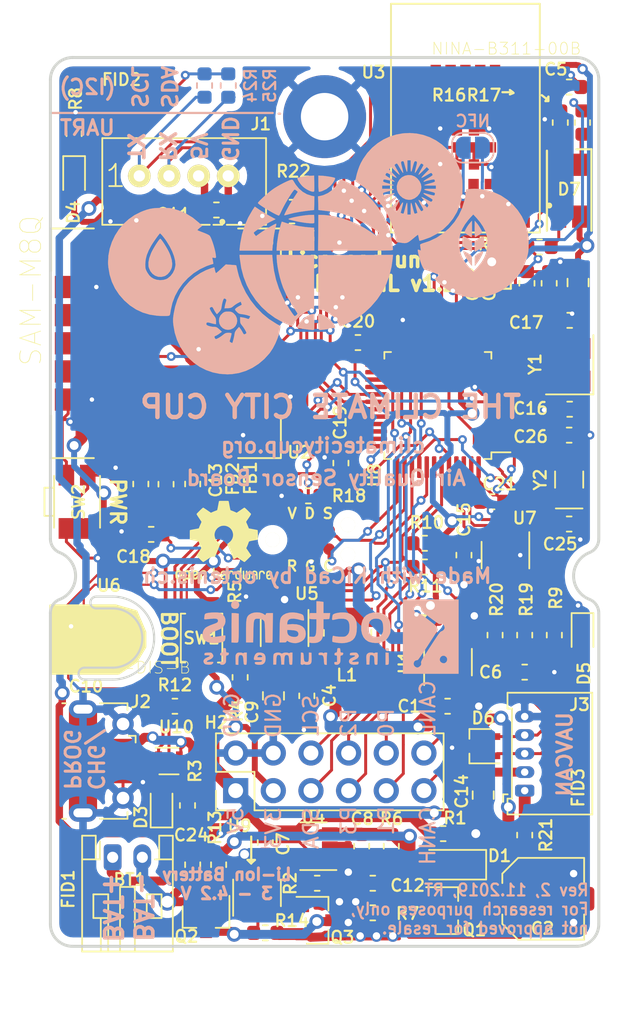
<source format=kicad_pcb>
(kicad_pcb (version 20171130) (host pcbnew "(5.1.5-0-10_14)")
  (layers (0 F.Cu signal) (31 B.Cu signal) (35 F.Paste user hide) (36 B.SilkS user) (37 F.SilkS user) (38 B.Mask user) (39 F.Mask user) (44 Edge.Cuts user))
  (net 0 "")
  (net 1 VBUS)
  (net 2 GND)
  (net 3 +3V3)
  (net 4 /CAN_SILENT)
  (net 5 /CAN_SHDN)
  (net 6 /CAN_RX)
  (net 7 /CAN_TX)
  (net 8 +5V)
  (net 9 /SDA)
  (net 10 /SCL)
  (net 11 /~RESET)
  (net 12 /SWDSWO)
  (net 13 /SWDCLK)
  (net 14 /SWDIO)
  (net 15 "Net-(D5-Pad2)")
  (net 16 /CAN_LED)
  (net 17 "Net-(FB1-Pad2)")
  (net 18 "Net-(FB2-Pad2)")
  (net 19 +BATT)
  (net 20 /BAT_MEAS)
  (net 21 "Net-(D3-Pad2)")
  (net 22 "Net-(D3-Pad1)")
  (net 23 "Net-(D4-Pad1)")
  (net 24 "Net-(L1-Pad2)")
  (net 25 /VIN)
  (net 26 "Net-(C16-Pad1)")
  (net 27 "Net-(C17-Pad2)")
  (net 28 "Net-(C22-Pad2)")
  (net 29 /USB_DM)
  (net 30 /USB_DP)
  (net 31 "Net-(R2-Pad1)")
  (net 32 "Net-(R4-Pad2)")
  (net 33 "Net-(BT1-Pad2)")
  (net 34 "Net-(C25-Pad1)")
  (net 35 "Net-(C26-Pad2)")
  (net 36 /CAN_L)
  (net 37 /CAN_H)
  (net 38 "Net-(D7-Pad2)")
  (net 39 "Net-(D7-Pad3)")
  (net 40 GPS_RX)
  (net 41 GPS_TX)
  (net 42 /~SPI_ADS_CS)
  (net 43 /SPI_SCK)
  (net 44 /SPI_MISO)
  (net 45 /SPI_MOSI)
  (net 46 "Net-(J4-Pad1)")
  (net 47 "Net-(J4-Pad2)")
  (net 48 "Net-(Q2-Pad3)")
  (net 49 "Net-(Q2-Pad1)")
  (net 50 "Net-(Q3-Pad1)")
  (net 51 "Net-(R13-Pad2)")
  (net 52 "Net-(R14-Pad1)")
  (net 53 /BLUE)
  (net 54 /RED)
  (net 55 /GREEN)
  (net 56 /GPS_TIME)
  (net 57 NINA_DTR)
  (net 58 NINA_DSR)
  (net 59 NINA_RTS)
  (net 60 NINA_CTS)
  (net 61 NINA_TX)
  (net 62 NINA_RX)
  (net 63 /5V_EN)
  (net 64 /BOOT)
  (net 65 "Net-(C6-Pad2)")
  (net 66 SPS_RX)
  (net 67 SPS_TX)
  (net 68 "Net-(J3-Pad1)")
  (net 69 "Net-(D7-Pad1)")
  (net 70 /SPS_TX_EXT)
  (net 71 /on_off)
  (module Capacitor_SMD:C_0603_1608Metric (layer F.Cu) (at 6.8 -27.8 180)
    (fp_text reference C18 (at 1.2 -1.5 180) (layer F.SilkS) (effects (font (size 0.8 0.8))))
    (fp_text value 100n)
    (pad 2 smd roundrect (at 0.7875 0 180) (size 0.875 0.95) (layers F.Cu F.Paste F.Mask) (net 2 GND))
    (pad 1 smd roundrect (at -0.7875 0 180) (size 0.875 0.95) (layers F.Cu F.Paste F.Mask) (net 11 /~RESET))
  )
  (module Package_QFP:LQFP-48_7x7mm_P0.5mm (layer F.Cu) (at 26.141624 -36.5 180)
    (fp_text reference U8 (at 4.27521 -4.708376 -90) (layer F.SilkS) (effects (font (size 0.8 0.8))))
    (fp_text value STM32F303CCTx)
    (pad 48 smd roundrect (at -2.75 -4.1625 180) (size 0.3 1.475) (layers F.Cu F.Paste F.Mask) (net 3 +3V3))
    (pad 47 smd roundrect (at -2.25 -4.1625 180) (size 0.3 1.475) (layers F.Cu F.Paste F.Mask) (net 2 GND))
    (pad 46 smd roundrect (at -1.75 -4.1625 180) (size 0.3 1.475) (layers F.Cu F.Paste F.Mask) (net 7 /CAN_TX))
    (pad 45 smd roundrect (at -1.25 -4.1625 180) (size 0.3 1.475) (layers F.Cu F.Paste F.Mask) (net 6 /CAN_RX))
    (pad 44 smd roundrect (at -0.75 -4.1625 180) (size 0.3 1.475) (layers F.Cu F.Paste F.Mask) (net 64 /BOOT))
    (pad 43 smd roundrect (at -0.25 -4.1625 180) (size 0.3 1.475) (layers F.Cu F.Paste F.Mask) (net 9 /SDA))
    (pad 42 smd roundrect (at 0.25 -4.1625 180) (size 0.3 1.475) (layers F.Cu F.Paste F.Mask) (net 10 /SCL))
    (pad 41 smd roundrect (at 0.75 -4.1625 180) (size 0.3 1.475) (layers F.Cu F.Paste F.Mask) (net 5 /CAN_SHDN))
    (pad 40 smd roundrect (at 1.25 -4.1625 180) (size 0.3 1.475) (layers F.Cu F.Paste F.Mask) (net 4 /CAN_SILENT))
    (pad 39 smd roundrect (at 1.75 -4.1625 180) (size 0.3 1.475) (layers F.Cu F.Paste F.Mask) (net 12 /SWDSWO))
    (pad 38 smd roundrect (at 2.25 -4.1625 180) (size 0.3 1.475) (layers F.Cu F.Paste F.Mask) (net 63 /5V_EN))
    (pad 37 smd roundrect (at 2.75 -4.1625 180) (size 0.3 1.475) (layers F.Cu F.Paste F.Mask) (net 13 /SWDCLK))
    (pad 36 smd roundrect (at 4.1625 -2.75 180) (size 1.475 0.3) (layers F.Cu F.Paste F.Mask) (net 3 +3V3))
    (pad 35 smd roundrect (at 4.1625 -2.25 180) (size 1.475 0.3) (layers F.Cu F.Paste F.Mask) (net 2 GND))
    (pad 34 smd roundrect (at 4.1625 -1.75 180) (size 1.475 0.3) (layers F.Cu F.Paste F.Mask) (net 14 /SWDIO))
    (pad 33 smd roundrect (at 4.1625 -1.25 180) (size 1.475 0.3) (layers F.Cu F.Paste F.Mask) (net 30 /USB_DP))
    (pad 32 smd roundrect (at 4.1625 -0.75 180) (size 1.475 0.3) (layers F.Cu F.Paste F.Mask) (net 29 /USB_DM))
    (pad 31 smd roundrect (at 4.1625 -0.25 180) (size 1.475 0.3) (layers F.Cu F.Paste F.Mask) (net 67 SPS_TX))
    (pad 30 smd roundrect (at 4.1625 0.25 180) (size 1.475 0.3) (layers F.Cu F.Paste F.Mask) (net 66 SPS_RX))
    (pad 29 smd roundrect (at 4.1625 0.75 180) (size 1.475 0.3) (layers F.Cu F.Paste F.Mask) (net 71 /on_off))
    (pad 28 smd roundrect (at 4.1625 1.25 180) (size 1.475 0.3) (layers F.Cu F.Paste F.Mask) (net 45 /SPI_MOSI))
    (pad 27 smd roundrect (at 4.1625 1.75 180) (size 1.475 0.3) (layers F.Cu F.Paste F.Mask) (net 44 /SPI_MISO))
    (pad 26 smd roundrect (at 4.1625 2.25 180) (size 1.475 0.3) (layers F.Cu F.Paste F.Mask) (net 43 /SPI_SCK))
    (pad 25 smd roundrect (at 4.1625 2.75 180) (size 1.475 0.3) (layers F.Cu F.Paste F.Mask) (net 42 /~SPI_ADS_CS))
    (pad 24 smd roundrect (at 2.75 4.1625 180) (size 0.3 1.475) (layers F.Cu F.Paste F.Mask) (net 3 +3V3))
    (pad 23 smd roundrect (at 2.25 4.1625 180) (size 0.3 1.475) (layers F.Cu F.Paste F.Mask) (net 2 GND))
    (pad 22 smd roundrect (at 1.75 4.1625 180) (size 0.3 1.475) (layers F.Cu F.Paste F.Mask) (net 41 GPS_TX))
    (pad 21 smd roundrect (at 1.25 4.1625 180) (size 0.3 1.475) (layers F.Cu F.Paste F.Mask) (net 40 GPS_RX))
    (pad 20 smd roundrect (at 0.75 4.1625 180) (size 0.3 1.475) (layers F.Cu F.Paste F.Mask) (net 56 /GPS_TIME))
    (pad 19 smd roundrect (at 0.25 4.1625 180) (size 0.3 1.475) (layers F.Cu F.Paste F.Mask) (net 55 /GREEN))
    (pad 18 smd roundrect (at -0.25 4.1625 180) (size 0.3 1.475) (layers F.Cu F.Paste F.Mask) (net 54 /RED))
    (pad 17 smd roundrect (at -0.75 4.1625 180) (size 0.3 1.475) (layers F.Cu F.Paste F.Mask) (net 20 /BAT_MEAS))
    (pad 16 smd roundrect (at -1.25 4.1625 180) (size 0.3 1.475) (layers F.Cu F.Paste F.Mask) (net 53 /BLUE))
    (pad 15 smd roundrect (at -1.75 4.1625 180) (size 0.3 1.475) (layers F.Cu F.Paste F.Mask) (net 58 NINA_DSR))
    (pad 14 smd roundrect (at -2.25 4.1625 180) (size 0.3 1.475) (layers F.Cu F.Paste F.Mask) (net 57 NINA_DTR))
    (pad 13 smd roundrect (at -2.75 4.1625 180) (size 0.3 1.475) (layers F.Cu F.Paste F.Mask) (net 61 NINA_TX))
    (pad 12 smd roundrect (at -4.1625 2.75 180) (size 1.475 0.3) (layers F.Cu F.Paste F.Mask) (net 62 NINA_RX))
    (pad 11 smd roundrect (at -4.1625 2.25 180) (size 1.475 0.3) (layers F.Cu F.Paste F.Mask) (net 60 NINA_CTS))
    (pad 10 smd roundrect (at -4.1625 1.75 180) (size 1.475 0.3) (layers F.Cu F.Paste F.Mask) (net 59 NINA_RTS))
    (pad 9 smd roundrect (at -4.1625 1.25 180) (size 1.475 0.3) (layers F.Cu F.Paste F.Mask) (net 28 "Net-(C22-Pad2)"))
    (pad 8 smd roundrect (at -4.1625 0.75 180) (size 1.475 0.3) (layers F.Cu F.Paste F.Mask) (net 2 GND))
    (pad 7 smd roundrect (at -4.1625 0.25 180) (size 1.475 0.3) (layers F.Cu F.Paste F.Mask) (net 11 /~RESET))
    (pad 6 smd roundrect (at -4.1625 -0.25 180) (size 1.475 0.3) (layers F.Cu F.Paste F.Mask) (net 27 "Net-(C17-Pad2)"))
    (pad 5 smd roundrect (at -4.1625 -0.75 180) (size 1.475 0.3) (layers F.Cu F.Paste F.Mask) (net 26 "Net-(C16-Pad1)"))
    (pad 4 smd roundrect (at -4.1625 -1.25 180) (size 1.475 0.3) (layers F.Cu F.Paste F.Mask) (net 35 "Net-(C26-Pad2)"))
    (pad 3 smd roundrect (at -4.1625 -1.75 180) (size 1.475 0.3) (layers F.Cu F.Paste F.Mask) (net 34 "Net-(C25-Pad1)"))
    (pad 2 smd roundrect (at -4.1625 -2.25 180) (size 1.475 0.3) (layers F.Cu F.Paste F.Mask) (net 16 /CAN_LED))
    (pad 1 smd roundrect (at -4.1625 -2.75 180) (size 1.475 0.3) (layers F.Cu F.Paste F.Mask) (net 3 +3V3))
  )
  (module Resistor_SMD:R_0603_1608Metric (layer F.Cu) (at 9.25 -9.5 270)
    (fp_text reference R3 (at -2.32 -0.51 270) (layer F.SilkS) (effects (font (size 0.8 0.8))))
    (fp_text value 1k)
    (pad 2 smd roundrect (at 0.7875 0 270) (size 0.875 0.95) (layers F.Cu F.Paste F.Mask) (net 21 "Net-(D3-Pad2)"))
    (pad 1 smd roundrect (at -0.7875 0 270) (size 0.875 0.95) (layers F.Cu F.Paste F.Mask) (net 1 VBUS))
  )
  (module Capacitor_SMD:C_0603_1608Metric (layer F.Cu) (at 27.9 -26.4 90)
    (fp_text reference C15 (at 2.4 0 90) (layer F.SilkS) (effects (font (size 0.8 0.8))))
    (fp_text value 100n)
    (pad 2 smd roundrect (at 0.7875 0 90) (size 0.875 0.95) (layers F.Cu F.Paste F.Mask) (net 3 +3V3))
    (pad 1 smd roundrect (at -0.7875 0 90) (size 0.875 0.95) (layers F.Cu F.Paste F.Mask) (net 2 GND))
  )
  (module Capacitor_SMD:C_0603_1608Metric (layer F.Cu) (at 35.03521 -36.25 180)
    (fp_text reference C16 (at 2.63521 0.05 180) (layer F.SilkS) (effects (font (size 0.8 0.8))))
    (fp_text value 12p)
    (pad 2 smd roundrect (at 0.7875 0 180) (size 0.875 0.95) (layers F.Cu F.Paste F.Mask) (net 2 GND))
    (pad 1 smd roundrect (at -0.7875 0 180) (size 0.875 0.95) (layers F.Cu F.Paste F.Mask) (net 26 "Net-(C16-Pad1)"))
  )
  (module Capacitor_SMD:C_0603_1608Metric (layer F.Cu) (at 35.03521 -42.25 180)
    (fp_text reference C17 (at 2.93521 -0.15 180) (layer F.SilkS) (effects (font (size 0.8 0.8))))
    (fp_text value 12p)
    (pad 2 smd roundrect (at 0.7875 0 180) (size 0.875 0.95) (layers F.Cu F.Paste F.Mask) (net 27 "Net-(C17-Pad2)"))
    (pad 1 smd roundrect (at -0.7875 0 180) (size 0.875 0.95) (layers F.Cu F.Paste F.Mask) (net 2 GND))
  )
  (module Capacitor_SMD:C_0603_1608Metric (layer F.Cu) (at 19.6 -32.6125 270)
    (fp_text reference C19 (at -2.7375 0.05 270) (layer F.SilkS) (effects (font (size 0.8 0.8))))
    (fp_text value 100n)
    (pad 2 smd roundrect (at 0.7875 0 270) (size 0.875 0.95) (layers F.Cu F.Paste F.Mask) (net 3 +3V3))
    (pad 1 smd roundrect (at -0.7875 0 270) (size 0.875 0.95) (layers F.Cu F.Paste F.Mask) (net 2 GND))
  )
  (module Capacitor_SMD:C_0603_1608Metric (layer F.Cu) (at 20.75 -40.75)
    (fp_text reference C20 (at 0 -1.43) (layer F.SilkS) (effects (font (size 0.8 0.8))))
    (fp_text value 100n)
    (pad 2 smd roundrect (at 0.7875 0) (size 0.875 0.95) (layers F.Cu F.Paste F.Mask) (net 3 +3V3))
    (pad 1 smd roundrect (at -0.7875 0) (size 0.875 0.95) (layers F.Cu F.Paste F.Mask) (net 2 GND))
  )
  (module Capacitor_SMD:C_0603_1608Metric (layer F.Cu) (at 29.8 -30)
    (fp_text reference C21 (at 0.5 -1.2 180) (layer F.SilkS) (effects (font (size 0.8 0.8))))
    (fp_text value 100n)
    (pad 2 smd roundrect (at 0.7875 0) (size 0.875 0.95) (layers F.Cu F.Paste F.Mask) (net 3 +3V3))
    (pad 1 smd roundrect (at -0.7875 0) (size 0.875 0.95) (layers F.Cu F.Paste F.Mask) (net 2 GND))
  )
  (module Capacitor_SMD:C_0603_1608Metric (layer F.Cu) (at 32.15 -44.75 270)
    (fp_text reference C22 (at 0.05 3.65 270) (layer F.SilkS) (effects (font (size 0.8 0.8))))
    (fp_text value 1u)
    (pad 2 smd roundrect (at 0.7875 0 270) (size 0.875 0.95) (layers F.Cu F.Paste F.Mask) (net 28 "Net-(C22-Pad2)"))
    (pad 1 smd roundrect (at -0.7875 0 270) (size 0.875 0.95) (layers F.Cu F.Paste F.Mask) (net 2 GND))
  )
  (module Capacitor_SMD:C_0603_1608Metric (layer F.Cu) (at 33.65 -44.75 270)
    (fp_text reference C23 (at 0.05 4.05 270) (layer F.SilkS) (effects (font (size 0.8 0.8))))
    (fp_text value 10n)
    (pad 2 smd roundrect (at 0.7875 0 270) (size 0.875 0.95) (layers F.Cu F.Paste F.Mask) (net 28 "Net-(C22-Pad2)"))
    (pad 1 smd roundrect (at -0.7875 0 270) (size 0.875 0.95) (layers F.Cu F.Paste F.Mask) (net 2 GND))
  )
  (module Capacitor_SMD:C_0805_2012Metric (layer F.Cu) (at 29.2 -10.2 90)
    (fp_text reference C14 (at 0.25 -1.45 -90) (layer F.SilkS) (effects (font (size 0.8 0.8))))
    (fp_text value 10u)
    (pad 2 smd roundrect (at 0.9375 0 90) (size 0.975 1.4) (layers F.Cu F.Paste F.Mask) (net 8 +5V))
    (pad 1 smd roundrect (at -0.9375 0 90) (size 0.975 1.4) (layers F.Cu F.Paste F.Mask) (net 2 GND))
  )
  (module Fiducial:Fiducial_0.5mm_Mask1mm (layer F.Cu) (at 2 -2)
    (fp_text reference FID1 (at -0.8 -1.85 90) (layer F.SilkS) (effects (font (size 0.8 0.8))))
    (fp_text value Fiducial)
    (pad "" smd circle (at 0 0) (size 0.5 0.5) (layers F.Cu F.Mask) (clearance 0.25))
  )
  (module Fiducial:Fiducial_0.5mm_Mask1mm (layer F.Cu) (at 1.75 -58.5)
    (fp_text reference FID2 (at 3.05 0) (layer F.SilkS) (effects (font (size 0.8 0.8))))
    (fp_text value Fiducial)
    (pad "" smd circle (at 0 0) (size 0.5 0.5) (layers F.Cu F.Mask) (clearance 0.25))
  )
  (module MountingHole:MountingHole_3.2mm_M3_DIN965_Pad (layer F.Cu) (at 18.5 -56)
    (fp_text reference H1 (at 0 0.1) (layer F.SilkS) (effects (font (size 0.8 0.8))))
    (fp_text value MountingHole_Pad)
    (pad 1 thru_hole circle (at 0 0) (size 5.6 5.6) (drill 3.2) (layers *.Cu *.Mask) (net 2 GND))
  )
  (module Package_TO_SOT_SMD:SOT-323_SC-70 (layer F.Cu) (at 29 -13.5 180)
    (fp_text reference D6 (at -0.2 1.9 180) (layer F.SilkS) (effects (font (size 0.8 0.8))))
    (fp_text value D_TVS_x2_AAC)
    (pad 3 smd rect (at 1 0 90) (size 0.45 0.7) (layers F.Cu F.Paste F.Mask) (net 2 GND))
    (pad 2 smd rect (at -1 0.65 90) (size 0.45 0.7) (layers F.Cu F.Paste F.Mask) (net 36 /CAN_L))
    (pad 1 smd rect (at -1 -0.65 90) (size 0.45 0.7) (layers F.Cu F.Paste F.Mask) (net 37 /CAN_H))
  )
  (module lib_fp_global:octanis_instruments_logo (layer B.Cu) (at 18.9 -20.9 180)
    (fp_text reference B1 hide)
    (fp_text value OI_Logo hide)
  )
  (module Fiducial:Fiducial_0.5mm_Mask1mm (layer F.Cu) (at 35.5 -7.3)
    (fp_text reference FID3 (at 0.1 -3.4 270) (layer F.SilkS) (effects (font (size 0.8 0.8))))
    (fp_text value Fiducial)
    (pad "" smd circle (at 0 0) (size 0.5 0.5) (layers F.Cu F.Mask) (clearance 0.25))
  )
  (module lib_fp_global:TC2030-MCP-NL (layer F.Cu) (at 17.53 -27.435)
    (fp_text reference P1 hide)
    (fp_text value TC2030-MCP hide)
    (fp_text user "V D S" (at 0 -1.778) (layer F.SilkS) (effects (font (size 0.7 0.7))))
    (fp_text user "R G C" (at 0 1.778) (layer F.SilkS) (effects (font (size 0.7 0.7))))
    (pad "" np_thru_hole circle (at 2.54 1.016) (size 0.9906 0.9906) (drill 0.9906) (layers *.Cu *.Mask F.SilkS))
    (pad "" np_thru_hole circle (at 2.54 -1.016) (size 0.9906 0.9906) (drill 0.9906) (layers *.Cu *.Mask F.SilkS))
    (pad "" np_thru_hole circle (at -2.54 0) (size 0.9906 0.9906) (drill 0.9906) (layers *.Cu *.Mask F.SilkS))
    (pad 6 connect circle (at 1.27 -0.635) (size 0.7874 0.7874) (layers F.Cu F.Mask) (net 12 /SWDSWO) (clearance 0.4318))
    (pad 5 connect circle (at 1.27 0.635) (size 0.7874 0.7874) (layers F.Cu F.Mask) (net 13 /SWDCLK) (clearance 0.4318))
    (pad 4 connect circle (at 0 -0.635) (size 0.7874 0.7874) (layers F.Cu F.Mask) (net 14 /SWDIO) (clearance 0.4826))
    (pad 3 connect circle (at 0 0.635) (size 0.7874 0.7874) (layers F.Cu F.Mask) (net 2 GND) (clearance 0.4826))
    (pad 2 connect circle (at -1.27 -0.635) (size 0.7874 0.7874) (layers F.Cu F.Mask) (net 3 +3V3) (clearance 0.4826))
    (pad 1 connect circle (at -1.27 0.635) (size 0.7874 0.7874) (layers F.Cu F.Mask) (net 11 /~RESET) (clearance 0.4826))
  )
  (module Capacitor_SMD:C_Elec_5x5.4 (layer F.Cu) (at 33.25 -3.2)
    (fp_text reference C2 (at -0.05 2 -180) (layer F.SilkS) (effects (font (size 0.8 0.8))))
    (fp_text value "47u 16V")
    (pad 2 smd roundrect (at 2.0625 0) (size 2.775 1.6) (layers F.Cu F.Paste F.Mask) (roundrect_rratio 0.15625) (net 2 GND))
    (pad 1 smd roundrect (at -2.0625 0) (size 2.775 1.6) (layers F.Cu F.Paste F.Mask) (roundrect_rratio 0.15625) (net 25 /VIN))
  )
  (module Inductor_SMD:L_0805_2012Metric (layer F.Cu) (at 35.6 -44.8 270)
    (fp_text reference L2 (at -0.1 4.9 270) (layer F.SilkS) (effects (font (size 0.8 0.8))))
    (fp_text value 10uH)
    (pad 2 smd roundrect (at 0.9375 0 270) (size 0.975 1.4) (layers F.Cu F.Paste F.Mask) (net 28 "Net-(C22-Pad2)"))
    (pad 1 smd roundrect (at -0.9375 0 270) (size 0.975 1.4) (layers F.Cu F.Paste F.Mask) (net 3 +3V3))
  )
  (module Package_TO_SOT_SMD:SOT-23-8 (layer F.Cu) (at 30.7 -26.4 270)
    (fp_text reference U7 (at -2.5 -1.3) (layer F.SilkS) (effects (font (size 0.8 0.8))))
    (fp_text value TCAN330)
    (pad 8 smd rect (at 1.1 -0.98 270) (size 1.06 0.4) (layers F.Cu F.Paste F.Mask) (net 4 /CAN_SILENT))
    (pad 7 smd rect (at 1.1 -0.33 270) (size 1.06 0.4) (layers F.Cu F.Paste F.Mask) (net 37 /CAN_H))
    (pad 6 smd rect (at 1.1 0.33 270) (size 1.06 0.4) (layers F.Cu F.Paste F.Mask) (net 36 /CAN_L))
    (pad 5 smd rect (at 1.1 0.98 270) (size 1.06 0.4) (layers F.Cu F.Paste F.Mask) (net 5 /CAN_SHDN))
    (pad 4 smd rect (at -1.1 0.98 270) (size 1.06 0.4) (layers F.Cu F.Paste F.Mask) (net 6 /CAN_RX))
    (pad 3 smd rect (at -1.1 0.33 270) (size 1.06 0.4) (layers F.Cu F.Paste F.Mask) (net 3 +3V3))
    (pad 2 smd rect (at -1.1 -0.33 270) (size 1.06 0.4) (layers F.Cu F.Paste F.Mask) (net 2 GND))
    (pad 1 smd rect (at -1.1 -0.98 270) (size 1.06 0.4) (layers F.Cu F.Paste F.Mask) (net 7 /CAN_TX))
  )
  (module Crystal:Crystal_SMD_SeikoEpson_FA238-4Pin_3.2x2.5mm (layer F.Cu) (at 35.03521 -39.25 90)
    (fp_text reference Y1 (at 0.05 -2.33521 90) (layer F.SilkS) (effects (font (size 0.8 0.8))))
    (fp_text value 16M)
    (pad 4 smd rect (at -1.1 -0.8 90) (size 1.4 1.2) (layers F.Cu F.Paste F.Mask) (net 2 GND))
    (pad 3 smd rect (at 1.1 -0.8 90) (size 1.4 1.2) (layers F.Cu F.Paste F.Mask) (net 27 "Net-(C17-Pad2)"))
    (pad 2 smd rect (at 1.1 0.8 90) (size 1.4 1.2) (layers F.Cu F.Paste F.Mask) (net 2 GND))
    (pad 1 smd rect (at -1.1 0.8 90) (size 1.4 1.2) (layers F.Cu F.Paste F.Mask) (net 26 "Net-(C16-Pad1)"))
  )
  (module Resistor_SMD:R_0603_1608Metric (layer F.Cu) (at 25.25 -27.2 180)
    (fp_text reference R10 (at -0.15 1.4) (layer F.SilkS) (effects (font (size 0.8 0.8))))
    (fp_text value 4.7k)
    (pad 2 smd roundrect (at 0.7875 0 180) (size 0.875 0.95) (layers F.Cu F.Paste F.Mask) (net 9 /SDA))
    (pad 1 smd roundrect (at -0.7875 0 180) (size 0.875 0.95) (layers F.Cu F.Paste F.Mask) (net 3 +3V3))
  )
  (module Resistor_SMD:R_0603_1608Metric (layer F.Cu) (at 25.25 -25.6 180)
    (fp_text reference R11 (at -0.05 -1.3 180) (layer F.SilkS) (effects (font (size 0.8 0.8))))
    (fp_text value 4.7k)
    (pad 2 smd roundrect (at 0.7875 0 180) (size 0.875 0.95) (layers F.Cu F.Paste F.Mask) (net 10 /SCL))
    (pad 1 smd roundrect (at -0.7875 0 180) (size 0.875 0.95) (layers F.Cu F.Paste F.Mask) (net 3 +3V3))
  )
  (module LED_SMD:LED_0603_1608Metric (layer F.Cu) (at 1.6 -51.85 270)
    (fp_text reference D4 (at 2.3 0.05 90) (layer F.SilkS) (effects (font (size 0.8 0.8))))
    (fp_text value LED_green)
    (pad 1 smd roundrect (at -0.7875 0 270) (size 0.875 0.95) (layers F.Cu F.Paste F.Mask) (net 23 "Net-(D4-Pad1)"))
    (pad 2 smd roundrect (at 0.7875 0 270) (size 0.875 0.95) (layers F.Cu F.Paste F.Mask) (net 3 +3V3))
  )
  (module Resistor_SMD:R_0603_1608Metric (layer F.Cu) (at 1.6 -54.85 90)
    (fp_text reference R8 (at 2.35 0.1 90) (layer F.SilkS) (effects (font (size 0.8 0.8))))
    (fp_text value 1k)
    (pad 2 smd roundrect (at 0.7875 0 90) (size 0.875 0.95) (layers F.Cu F.Paste F.Mask) (net 2 GND))
    (pad 1 smd roundrect (at -0.7875 0 90) (size 0.875 0.95) (layers F.Cu F.Paste F.Mask) (net 23 "Net-(D4-Pad1)"))
  )
  (module Resistor_SMD:R_0603_1608Metric (layer F.Cu) (at 34 -21 270)
    (fp_text reference R9 (at -2.5 -0.1 270) (layer F.SilkS) (effects (font (size 0.8 0.8))))
    (fp_text value 430R)
    (pad 1 smd roundrect (at -0.7875 0 270) (size 0.875 0.95) (layers F.Cu F.Paste F.Mask) (net 16 /CAN_LED))
    (pad 2 smd roundrect (at 0.7875 0 270) (size 0.875 0.95) (layers F.Cu F.Paste F.Mask) (net 15 "Net-(D5-Pad2)"))
  )
  (module LED_SMD:LED_0603_1608Metric (layer F.Cu) (at 35.9 -21 270)
    (fp_text reference D5 (at 2.6 -0.1 270) (layer F.SilkS) (effects (font (size 0.8 0.8))))
    (fp_text value LED_blue)
    (pad 1 smd roundrect (at -0.7875 0 270) (size 0.875 0.95) (layers F.Cu F.Paste F.Mask) (net 2 GND))
    (pad 2 smd roundrect (at 0.7875 0 270) (size 0.875 0.95) (layers F.Cu F.Paste F.Mask) (net 15 "Net-(D5-Pad2)"))
  )
  (module LED_SMD:LED_0603_1608Metric (layer F.Cu) (at 7.5 -9.5 90)
    (fp_text reference D3 (at -0.8 -1.4 90) (layer F.SilkS) (effects (font (size 0.8 0.8))))
    (fp_text value LED_red)
    (pad 2 smd roundrect (at 0.7875 0 90) (size 0.875 0.95) (layers F.Cu F.Paste F.Mask) (net 21 "Net-(D3-Pad2)"))
    (pad 1 smd roundrect (at -0.7875 0 90) (size 0.875 0.95) (layers F.Cu F.Paste F.Mask) (net 22 "Net-(D3-Pad1)"))
  )
  (module lib_fp_global:OIBUS12_connector (layer F.Cu) (at 12.5 -10.5 90)
    (fp_text reference H2 (at 4.6 -1.3 180) (layer F.SilkS) (effects (font (size 0.8 0.8))))
    (fp_text value OIBUS_12.1_CONN)
    (fp_text user 5V (at -2.032 0 270) (layer B.SilkS) (effects (justify mirror)))
    (fp_text user 3V3 (at -2.54 2.54 270) (layer B.SilkS) (effects (justify mirror)))
    (fp_text user SDA (at -2.54 5.08 270) (layer B.SilkS) (effects (justify mirror)))
    (fp_text user P3 (at -2.032 7.62 270) (layer B.SilkS) (effects (justify mirror)))
    (fp_text user P1 (at -2.032 10.16 270) (layer B.SilkS) (effects (justify mirror)))
    (fp_text user CANH (at -3.048 12.954 270) (layer B.SilkS) (effects (justify mirror)))
    (fp_text user GND (at 5.08 -0.254 270) (layer B.SilkS) (effects (justify mirror)))
    (fp_text user GND (at 5.08 2.54 270) (layer B.SilkS) (effects (justify mirror)))
    (fp_text user SCL (at 5.08 5.08 270) (layer B.SilkS) (effects (justify mirror)))
    (fp_text user P2 (at 4.572 7.62 270) (layer B.SilkS) (effects (justify mirror)))
    (fp_text user P0 (at 4.572 10.16 270) (layer B.SilkS) (effects (justify mirror)))
    (fp_text user CANL (at 5.588 12.954 270) (layer B.SilkS) (effects (justify mirror)))
    (pad 12 thru_hole oval (at 2.54 12.7 90) (size 1.7 1.7) (drill 1) (layers *.Cu *.Mask) (net 36 /CAN_L))
    (pad 11 thru_hole oval (at 0 12.7 90) (size 1.7 1.7) (drill 1) (layers *.Cu *.Mask) (net 37 /CAN_H))
    (pad 10 thru_hole oval (at 2.54 10.16 90) (size 1.7 1.7) (drill 1) (layers *.Cu *.Mask) (net 42 /~SPI_ADS_CS))
    (pad 9 thru_hole oval (at 0 10.16 90) (size 1.7 1.7) (drill 1) (layers *.Cu *.Mask) (net 43 /SPI_SCK))
    (pad 8 thru_hole oval (at 2.54 7.62 90) (size 1.7 1.7) (drill 1) (layers *.Cu *.Mask) (net 44 /SPI_MISO))
    (pad 7 thru_hole oval (at 0 7.62 90) (size 1.7 1.7) (drill 1) (layers *.Cu *.Mask) (net 45 /SPI_MOSI))
    (pad 6 thru_hole oval (at 2.54 5.08 90) (size 1.7 1.7) (drill 1) (layers *.Cu *.Mask) (net 10 /SCL))
    (pad 5 thru_hole oval (at 0 5.08 90) (size 1.7 1.7) (drill 1) (layers *.Cu *.Mask) (net 9 /SDA))
    (pad 4 thru_hole oval (at 2.54 2.54 90) (size 1.7 1.7) (drill 1) (layers *.Cu *.Mask) (net 2 GND))
    (pad 3 thru_hole oval (at 0 2.54 90) (size 1.7 1.7) (drill 1) (layers *.Cu *.Mask) (net 3 +3V3))
    (pad 2 thru_hole oval (at 2.54 0 90) (size 1.7 1.7) (drill 1) (layers *.Cu *.Mask) (net 2 GND))
    (pad 1 thru_hole rect (at 0 0 90) (size 1.7 1.7) (drill 1) (layers *.Cu *.Mask) (net 8 +5V))
  )
  (module lib_fp:XCVR_SAM-M8Q (layer F.Cu) (at 7.8 -40.7 270)
    (fp_text reference U2 (at 7.36 -9) (layer F.SilkS) (effects (font (size 0.8 0.8))))
    (fp_text value SAM-M8Q (at -3.555 9.111 270) (layer F.SilkS) (effects (font (size 1.4 1.4) (thickness 0.05))))
    (pad 1 smd rect (at -6.6 -3.8 270) (size 1.8 1.5) (layers F.Cu F.Paste F.Mask) (net 2 GND))
    (pad 2 smd rect (at -6.6 -1.9 270) (size 1.8 1.5) (layers F.Cu F.Paste F.Mask) (net 3 +3V3))
    (pad 3 smd rect (at -6.6 0 270) (size 1.8 1.5) (layers F.Cu F.Paste F.Mask) (net 3 +3V3))
    (pad 4 smd rect (at -6.6 1.9 270) (size 1.8 1.5) (layers F.Cu F.Paste F.Mask) (net 2 GND))
    (pad 5 smd rect (at -6.6 3.8 270) (size 1.8 1.5) (layers F.Cu F.Paste F.Mask) (net 2 GND))
    (pad 15 smd rect (at 6.6 -3.8 270) (size 1.8 1.5) (layers F.Cu F.Paste F.Mask) (net 2 GND))
    (pad 14 smd rect (at 6.6 -1.9 270) (size 1.8 1.5) (layers F.Cu F.Paste F.Mask) (net 17 "Net-(FB1-Pad2)"))
    (pad 13 smd rect (at 6.6 0 270) (size 1.8 1.5) (layers F.Cu F.Paste F.Mask) (net 18 "Net-(FB2-Pad2)"))
    (pad 12 smd rect (at 6.6 1.9 270) (size 1.8 1.5) (layers F.Cu F.Paste F.Mask))
    (pad 11 smd rect (at 6.6 3.8 270) (size 1.8 1.5) (layers F.Cu F.Paste F.Mask) (net 2 GND))
    (pad 20 smd rect (at -3.8 -6.6) (size 1.8 1.5) (layers F.Cu F.Paste F.Mask) (net 2 GND))
    (pad 19 smd rect (at -1.9 -6.6) (size 1.8 1.5) (layers F.Cu F.Paste F.Mask))
    (pad 18 smd rect (at 0 -6.6) (size 1.8 1.5) (layers F.Cu F.Paste F.Mask) (net 11 /~RESET))
    (pad 17 smd rect (at 1.9 -6.6) (size 1.8 1.5) (layers F.Cu F.Paste F.Mask) (net 3 +3V3))
    (pad 16 smd rect (at 3.8 -6.6) (size 1.8 1.5) (layers F.Cu F.Paste F.Mask) (net 2 GND))
    (pad 6 smd rect (at -3.8 6.6) (size 1.8 1.5) (layers F.Cu F.Paste F.Mask) (net 2 GND))
    (pad 7 smd rect (at -1.9 6.6) (size 1.8 1.5) (layers F.Cu F.Paste F.Mask) (net 56 /GPS_TIME))
    (pad 8 smd rect (at 0 6.6) (size 1.8 1.5) (layers F.Cu F.Paste F.Mask))
    (pad 9 smd rect (at 1.9 6.6) (size 1.8 1.5) (layers F.Cu F.Paste F.Mask))
    (pad 10 smd rect (at 3.8 6.6) (size 1.8 1.5) (layers F.Cu F.Paste F.Mask) (net 2 GND))
  )
  (module lib_fp:SON50P250X250X100-9N (layer F.Cu) (at 4 -20.8)
    (fp_text reference U6 (at -0.05 -3.55) (layer F.SilkS) (effects (font (size 0.8 0.8))))
    (fp_text value SHT31-DIS-B (at 1.24193 1.9951) (layer F.SilkS) (effects (font (size 0.801244 0.801244) (thickness 0.05))))
    (fp_poly (pts (xy -0.3 -0.95) (xy 0.6 -0.95) (xy 0.6 0.95) (xy -0.6 0.95) (xy -0.6 -0.65)) (layer F.Cu) (width 0.001))
    (pad 9 smd rect (at 0 0) (size 0.2 1) (layers F.Cu F.Paste F.Mask) (net 2 GND))
    (pad 8 smd rect (at 1.2 -0.75 180) (size 0.8 0.3) (layers F.Cu F.Paste F.Mask) (net 2 GND))
    (pad 7 smd rect (at 1.2 -0.25 180) (size 0.8 0.3) (layers F.Cu F.Paste F.Mask) (net 2 GND))
    (pad 6 smd rect (at 1.2 0.25 180) (size 0.8 0.3) (layers F.Cu F.Paste F.Mask))
    (pad 5 smd rect (at 1.2 0.75 180) (size 0.8 0.3) (layers F.Cu F.Paste F.Mask) (net 3 +3V3))
    (pad 4 smd rect (at -1.2 0.75) (size 0.8 0.3) (layers F.Cu F.Paste F.Mask) (net 10 /SCL))
    (pad 3 smd rect (at -1.2 0.25) (size 0.8 0.3) (layers F.Cu F.Paste F.Mask))
    (pad 2 smd rect (at -1.2 -0.25) (size 0.8 0.3) (layers F.Cu F.Paste F.Mask) (net 2 GND))
    (pad 1 smd rect (at -1.2 -0.75) (size 0.8 0.3) (layers F.Cu F.Paste F.Mask) (net 9 /SDA))
  )
  (module Capacitor_SMD:C_0603_1608Metric (layer F.Cu) (at 35 -58 180)
    (fp_text reference C5 (at 0.9 1.2 180) (layer F.SilkS) (effects (font (size 0.8 0.8))))
    (fp_text value 100n)
    (pad 1 smd roundrect (at -0.7875 0 180) (size 0.875 0.95) (layers F.Cu F.Paste F.Mask) (net 2 GND))
    (pad 2 smd roundrect (at 0.7875 0 180) (size 0.875 0.95) (layers F.Cu F.Paste F.Mask) (net 3 +3V3))
  )
  (module Capacitor_SMD:C_0603_1608Metric (layer F.Cu) (at 1.2 -20.2 270)
    (fp_text reference C10 (at 2.65 -1.2) (layer F.SilkS) (effects (font (size 0.8 0.8))))
    (fp_text value 100n)
    (pad 1 smd roundrect (at -0.7875 0 270) (size 0.875 0.95) (layers F.Cu F.Paste F.Mask) (net 2 GND))
    (pad 2 smd roundrect (at 0.7875 0 270) (size 0.875 0.95) (layers F.Cu F.Paste F.Mask) (net 3 +3V3))
  )
  (module Capacitor_SMD:C_0603_1608Metric (layer F.Cu) (at 11.2 -49.7 180)
    (fp_text reference C11 (at 2.9 -0.3 180) (layer F.SilkS) (effects (font (size 0.8 0.8))))
    (fp_text value 100n)
    (pad 1 smd roundrect (at -0.7875 0 180) (size 0.875 0.95) (layers F.Cu F.Paste F.Mask) (net 2 GND))
    (pad 2 smd roundrect (at 0.7875 0 180) (size 0.875 0.95) (layers F.Cu F.Paste F.Mask) (net 8 +5V))
  )
  (module Inductor_SMD:L_0603_1608Metric (layer F.Cu) (at 9.6 -31.2 90)
    (fp_text reference FB1 (at 0.4 3.9 90) (layer F.SilkS) (effects (font (size 0.8 0.8))))
    (fp_text value Ferrite_Bead)
    (pad 2 smd roundrect (at 0.7875 0 90) (size 0.875 0.95) (layers F.Cu F.Paste F.Mask) (net 17 "Net-(FB1-Pad2)"))
    (pad 1 smd roundrect (at -0.7875 0 90) (size 0.875 0.95) (layers F.Cu F.Paste F.Mask) (net 40 GPS_RX))
  )
  (module Inductor_SMD:L_0603_1608Metric (layer F.Cu) (at 7.8 -31.1875 90)
    (fp_text reference FB2 (at 0.3625 4.5 90) (layer F.SilkS) (effects (font (size 0.8 0.8))))
    (fp_text value Ferrite_Bead)
    (pad 1 smd roundrect (at -0.7875 0 90) (size 0.875 0.95) (layers F.Cu F.Paste F.Mask) (net 41 GPS_TX))
    (pad 2 smd roundrect (at 0.7875 0 90) (size 0.875 0.95) (layers F.Cu F.Paste F.Mask) (net 18 "Net-(FB2-Pad2)"))
  )
  (module lib_fp:XCVR_NINA-B312-00B (layer F.Cu) (at 28 -54 180)
    (fp_text reference U3 (at 6.2 5 180) (layer F.SilkS) (effects (font (size 0.8 0.8))))
    (fp_text value NINA-B311-00B (at -2.76 6.592 180) (layer F.SilkS) (effects (font (size 0.8 0.8) (thickness 0.05))))
    (pad 1 smd rect (at -4.125 -4 180) (size 1.15 0.7) (layers F.Cu F.Paste F.Mask))
    (pad 2 smd rect (at -4.125 -3 180) (size 1.15 0.7) (layers F.Cu F.Paste F.Mask))
    (pad 3 smd rect (at -4.125 -2 180) (size 1.15 0.7) (layers F.Cu F.Paste F.Mask))
    (pad 4 smd rect (at -4.125 -1 180) (size 1.15 0.7) (layers F.Cu F.Paste F.Mask))
    (pad 5 smd rect (at -4.125 0 180) (size 1.15 0.7) (layers F.Cu F.Paste F.Mask))
    (pad 6 smd rect (at -4.125 1 180) (size 1.15 0.7) (layers F.Cu F.Paste F.Mask) (net 2 GND))
    (pad 7 smd rect (at -4.125 2 180) (size 1.15 0.7) (layers F.Cu F.Paste F.Mask))
    (pad 8 smd rect (at -4.125 3 180) (size 1.15 0.7) (layers F.Cu F.Paste F.Mask))
    (pad 9 smd rect (at -4.125 4 180) (size 1.15 0.7) (layers F.Cu F.Paste F.Mask) (net 3 +3V3))
    (pad 10 smd rect (at -4.125 5 180) (size 1.15 0.7) (layers F.Cu F.Paste F.Mask) (net 3 +3V3))
    (pad 13 smd rect (at 0 4.925 270) (size 1.15 0.7) (layers F.Cu F.Paste F.Mask))
    (pad 11 smd rect (at -2 4.925 270) (size 1.15 0.7) (layers F.Cu F.Paste F.Mask))
    (pad 12 smd rect (at -1 4.925 270) (size 1.15 0.7) (layers F.Cu F.Paste F.Mask) (net 2 GND))
    (pad 14 smd rect (at 1 4.925 270) (size 1.15 0.7) (layers F.Cu F.Paste F.Mask) (net 2 GND))
    (pad 15 smd rect (at 2 4.925 270) (size 1.15 0.7) (layers F.Cu F.Paste F.Mask))
    (pad 16 smd rect (at 4.125 5 180) (size 1.15 0.7) (layers F.Cu F.Paste F.Mask) (net 57 NINA_DTR))
    (pad 17 smd rect (at 4.125 4 180) (size 1.15 0.7) (layers F.Cu F.Paste F.Mask) (net 58 NINA_DSR))
    (pad 18 smd rect (at 4.125 3 180) (size 1.15 0.7) (layers F.Cu F.Paste F.Mask))
    (pad 19 smd rect (at 4.125 2 180) (size 1.15 0.7) (layers F.Cu F.Paste F.Mask) (net 11 /~RESET))
    (pad 20 smd rect (at 4.125 1 180) (size 1.15 0.7) (layers F.Cu F.Paste F.Mask) (net 59 NINA_RTS))
    (pad 21 smd rect (at 4.125 0 180) (size 1.15 0.7) (layers F.Cu F.Paste F.Mask) (net 60 NINA_CTS))
    (pad 22 smd rect (at 4.125 -1 180) (size 1.15 0.7) (layers F.Cu F.Paste F.Mask) (net 61 NINA_TX))
    (pad 23 smd rect (at 4.125 -2 180) (size 1.15 0.7) (layers F.Cu F.Paste F.Mask) (net 62 NINA_RX))
    (pad 24 smd rect (at 4.125 -3 180) (size 1.15 0.7) (layers F.Cu F.Paste F.Mask))
    (pad 25 smd rect (at 4.125 -4 180) (size 1.15 0.7) (layers F.Cu F.Paste F.Mask))
    (pad 26 smd rect (at 2 -3.925 270) (size 1.15 0.7) (layers F.Cu F.Paste F.Mask) (net 2 GND))
    (pad 27 smd rect (at 1 -3.925 270) (size 1.15 0.7) (layers F.Cu F.Paste F.Mask))
    (pad 28 smd rect (at 0 -3.925 270) (size 1.15 0.7) (layers F.Cu F.Paste F.Mask) (net 47 "Net-(J4-Pad2)"))
    (pad 29 smd rect (at -1 -3.925 270) (size 1.15 0.7) (layers F.Cu F.Paste F.Mask) (net 46 "Net-(J4-Pad1)"))
    (pad 30 smd rect (at -2 -3.925 270) (size 1.15 0.7) (layers F.Cu F.Paste F.Mask) (net 2 GND))
    (pad 31 smd rect (at -2.75 -2.55 270) (size 0.7 0.7) (layers F.Cu F.Paste F.Mask))
    (pad 32 smd rect (at -2.75 -1.45 270) (size 0.7 0.7) (layers F.Cu F.Paste F.Mask))
    (pad 33 smd rect (at -2.75 -0.35 270) (size 0.7 0.7) (layers F.Cu F.Paste F.Mask))
    (pad 34 smd rect (at -2.75 0.75 270) (size 0.7 0.7) (layers F.Cu F.Paste F.Mask))
    (pad 35 smd rect (at -2.75 1.85 270) (size 0.7 0.7) (layers F.Cu F.Paste F.Mask))
    (pad 36 smd rect (at -2.75 2.95 270) (size 0.7 0.7) (layers F.Cu F.Paste F.Mask))
    (pad 37 smd rect (at 2.75 2.95 270) (size 0.7 0.7) (layers F.Cu F.Paste F.Mask))
    (pad 38 smd rect (at 2.75 1.85 270) (size 0.7 0.7) (layers F.Cu F.Paste F.Mask))
    (pad 39 smd rect (at 2.75 0.75 270) (size 0.7 0.7) (layers F.Cu F.Paste F.Mask))
    (pad 40 smd rect (at 2.75 -0.35 270) (size 0.7 0.7) (layers F.Cu F.Paste F.Mask))
    (pad 41 smd rect (at 2.75 -1.45 270) (size 0.7 0.7) (layers F.Cu F.Paste F.Mask))
    (pad 42 smd rect (at 2.75 -2.55 270) (size 0.7 0.7) (layers F.Cu F.Paste F.Mask))
    (pad 43 smd rect (at 1.65 -2.55 270) (size 0.7 0.7) (layers F.Cu F.Paste F.Mask))
    (pad 44 smd rect (at 0.55 -2.55 270) (size 0.7 0.7) (layers F.Cu F.Paste F.Mask))
    (pad 45 smd rect (at -0.55 -2.55 270) (size 0.7 0.7) (layers F.Cu F.Paste F.Mask))
    (pad 46 smd rect (at -1.65 -2.55 270) (size 0.7 0.7) (layers F.Cu F.Paste F.Mask))
    (pad 47 smd rect (at 4 -5.15 270) (size 0.7 0.7) (layers F.Cu F.Paste F.Mask))
    (pad 48 smd rect (at 3 -5.15 270) (size 0.7 0.7) (layers F.Cu F.Paste F.Mask))
    (pad 49 smd rect (at 2 -5.15 270) (size 0.7 0.7) (layers F.Cu F.Paste F.Mask))
    (pad 50 smd rect (at 1 -5.15 270) (size 0.7 0.7) (layers F.Cu F.Paste F.Mask))
    (pad 51 smd rect (at 0 -5.15 270) (size 0.7 0.7) (layers F.Cu F.Paste F.Mask))
    (pad 52 smd rect (at -1 -5.15 270) (size 0.7 0.7) (layers F.Cu F.Paste F.Mask))
    (pad 53 smd rect (at -2 -5.15 270) (size 0.7 0.7) (layers F.Cu F.Paste F.Mask) (net 2 GND))
    (pad 54 smd rect (at -3 -5.15 270) (size 0.7 0.7) (layers F.Cu F.Paste F.Mask))
    (pad 55 smd rect (at -4 -5.15 270) (size 0.7 0.7) (layers F.Cu F.Paste F.Mask))
    (pad EGP1 smd rect (at -0.575 -1.225 270) (size 0.7 0.7) (layers F.Cu F.Paste F.Mask) (net 2 GND))
    (pad EGP2 smd rect (at 0.575 -1.225 270) (size 0.7 0.7) (layers F.Cu F.Paste F.Mask) (net 2 GND))
    (pad EGP3 smd rect (at -1.725 -0.075 270) (size 0.7 0.7) (layers F.Cu F.Paste F.Mask) (net 2 GND))
    (pad EGP4 smd rect (at -0.575 -0.075 270) (size 0.7 0.7) (layers F.Cu F.Paste F.Mask) (net 2 GND))
    (pad EGP5 smd rect (at 0.575 -0.075 270) (size 0.7 0.7) (layers F.Cu F.Paste F.Mask) (net 2 GND))
    (pad EGP6 smd rect (at 1.725 -0.075 270) (size 0.7 0.7) (layers F.Cu F.Paste F.Mask) (net 2 GND))
    (pad EGP7 smd rect (at -0.575 1.075 270) (size 0.7 0.7) (layers F.Cu F.Paste F.Mask) (net 2 GND))
    (pad EGP8 smd rect (at 0.575 1.075 270) (size 0.7 0.7) (layers F.Cu F.Paste F.Mask) (net 2 GND))
    (pad EGP9 smd rect (at -1.725 2.225 270) (size 0.7 0.7) (layers F.Cu F.Paste F.Mask) (net 2 GND))
    (pad EGP10 smd rect (at -0.575 2.225 270) (size 0.7 0.7) (layers F.Cu F.Paste F.Mask) (net 2 GND))
    (pad EGP11 smd rect (at 0.575 2.225 270) (size 0.7 0.7) (layers F.Cu F.Paste F.Mask) (net 2 GND))
    (pad EGP12 smd rect (at 1.725 2.225 270) (size 0.7 0.7) (layers F.Cu F.Paste F.Mask) (net 2 GND))
  )
  (module Connector_JST:JST_PH_S2B-PH-K_1x02_P2.00mm_Horizontal (layer F.Cu) (at 4.2 -6)
    (fp_text reference BT1 (at 1.15 1.5 180) (layer F.SilkS) (effects (font (size 0.8 0.8))))
    (fp_text value Battery_Cell)
    (pad 1 thru_hole roundrect (at 0 0) (size 1.2 1.75) (drill 0.75) (layers *.Cu *.Mask) (roundrect_rratio 0.208333) (net 19 +BATT))
    (pad 2 thru_hole oval (at 2 0) (size 1.2 1.75) (drill 0.75) (layers *.Cu *.Mask) (net 33 "Net-(BT1-Pad2)"))
  )
  (module Capacitor_SMD:C_0603_1608Metric (layer F.Cu) (at 26.8 -16.2 180)
    (fp_text reference C1 (at 2.6 0 180) (layer F.SilkS) (effects (font (size 0.8 0.8))))
    (fp_text value 1u)
    (pad 2 smd roundrect (at 0.7875 0 180) (size 0.875 0.95) (layers F.Cu F.Paste F.Mask) (net 25 /VIN))
    (pad 1 smd roundrect (at -0.7875 0 180) (size 0.875 0.95) (layers F.Cu F.Paste F.Mask) (net 2 GND))
  )
  (module Capacitor_SMD:C_0603_1608Metric (layer F.Cu) (at 26.8 -22.1 180)
    (fp_text reference C3 (at 2.1 -0.2 180) (layer F.SilkS) (effects (font (size 0.8 0.8))))
    (fp_text value 1u)
    (pad 1 smd roundrect (at -0.7875 0 180) (size 0.875 0.95) (layers F.Cu F.Paste F.Mask) (net 2 GND))
    (pad 2 smd roundrect (at 0.7875 0 180) (size 0.875 0.95) (layers F.Cu F.Paste F.Mask) (net 3 +3V3))
  )
  (module Capacitor_SMD:C_0805_2012Metric (layer F.Cu) (at 15.05 -16.9 90)
    (fp_text reference C9 (at -1.1 -1.45 90) (layer F.SilkS) (effects (font (size 0.8 0.8))))
    (fp_text value 10u)
    (pad 1 smd roundrect (at -0.9375 0 90) (size 0.975 1.4) (layers F.Cu F.Paste F.Mask) (net 2 GND))
    (pad 2 smd roundrect (at 0.9375 0 90) (size 0.975 1.4) (layers F.Cu F.Paste F.Mask) (net 8 +5V))
  )
  (module Capacitor_SMD:C_0603_1608Metric (layer F.Cu) (at 21.75 -4.25)
    (fp_text reference C12 (at 2.35 0.15) (layer F.SilkS) (effects (font (size 0.8 0.8))))
    (fp_text value 10n)
    (pad 1 smd roundrect (at -0.7875 0) (size 0.875 0.95) (layers F.Cu F.Paste F.Mask) (net 2 GND))
    (pad 2 smd roundrect (at 0.7875 0) (size 0.875 0.95) (layers F.Cu F.Paste F.Mask) (net 20 /BAT_MEAS))
  )
  (module Inductor_SMD:L_Wuerth_MAPI-3010 (layer F.Cu) (at 20.05 -21.15 90)
    (fp_text reference L1 (at -2.85 -0.05 180) (layer F.SilkS) (effects (font (size 0.8 0.8))))
    (fp_text value 4u7)
    (pad 1 smd rect (at -1.05 0 90) (size 1.3 3.4) (layers F.Cu F.Paste F.Mask) (net 25 /VIN))
    (pad 2 smd rect (at 1.05 0 90) (size 1.3 3.4) (layers F.Cu F.Paste F.Mask) (net 24 "Net-(L1-Pad2)"))
  )
  (module Package_TO_SOT_SMD:SOT-23 (layer F.Cu) (at 26.75 -2.4)
    (fp_text reference Q1 (at 1.85 1.3) (layer F.SilkS) (effects (font (size 0.8 0.8))))
    (fp_text value DMG3415U-7)
    (pad 1 smd rect (at -1 -0.95) (size 0.9 0.8) (layers F.Cu F.Paste F.Mask) (net 1 VBUS))
    (pad 2 smd rect (at -1 0.95) (size 0.9 0.8) (layers F.Cu F.Paste F.Mask) (net 19 +BATT))
    (pad 3 smd rect (at 1 0) (size 0.9 0.8) (layers F.Cu F.Paste F.Mask) (net 25 /VIN))
  )
  (module Resistor_SMD:R_0603_1608Metric (layer F.Cu) (at 18 -4.25)
    (fp_text reference R2 (at -1.82 0.01 90) (layer F.SilkS) (effects (font (size 0.8 0.8))))
    (fp_text value 10k)
    (pad 1 smd roundrect (at -0.7875 0) (size 0.875 0.95) (layers F.Cu F.Paste F.Mask) (net 31 "Net-(R2-Pad1)"))
    (pad 2 smd roundrect (at 0.7875 0) (size 0.875 0.95) (layers F.Cu F.Paste F.Mask) (net 2 GND))
  )
  (module Resistor_SMD:R_0603_1608Metric (layer F.Cu) (at 12.8 -18.15 90)
    (fp_text reference R4 (at -2.25 -0.25 90) (layer F.SilkS) (effects (font (size 0.8 0.8))))
    (fp_text value 976k)
    (pad 2 smd roundrect (at 0.7875 0 90) (size 0.875 0.95) (layers F.Cu F.Paste F.Mask) (net 32 "Net-(R4-Pad2)"))
    (pad 1 smd roundrect (at -0.7875 0 90) (size 0.875 0.95) (layers F.Cu F.Paste F.Mask) (net 8 +5V))
  )
  (module Resistor_SMD:R_0603_1608Metric (layer F.Cu) (at 12.8 -21.65 90)
    (fp_text reference R5 (at 2.25 -0.35 90) (layer F.SilkS) (effects (font (size 0.8 0.8))))
    (fp_text value 309k)
    (pad 1 smd roundrect (at -0.7875 0 90) (size 0.875 0.95) (layers F.Cu F.Paste F.Mask) (net 32 "Net-(R4-Pad2)"))
    (pad 2 smd roundrect (at 0.7875 0 90) (size 0.875 0.95) (layers F.Cu F.Paste F.Mask) (net 2 GND))
  )
  (module Resistor_SMD:R_0603_1608Metric (layer F.Cu) (at 23 -6.75 270)
    (fp_text reference R6 (at -1.85 -0.02) (layer F.SilkS) (effects (font (size 0.8 0.8))))
    (fp_text value 309k)
    (pad 2 smd roundrect (at 0.7875 0 270) (size 0.875 0.95) (layers F.Cu F.Paste F.Mask) (net 20 /BAT_MEAS))
    (pad 1 smd roundrect (at -0.7875 0 270) (size 0.875 0.95) (layers F.Cu F.Paste F.Mask) (net 19 +BATT))
  )
  (module Resistor_SMD:R_0603_1608Metric (layer F.Cu) (at 21.75 -2.25 180)
    (fp_text reference R7 (at -2.35 -0.05 180) (layer F.SilkS) (effects (font (size 0.8 0.8))))
    (fp_text value 976k)
    (pad 1 smd roundrect (at -0.7875 0 180) (size 0.875 0.95) (layers F.Cu F.Paste F.Mask) (net 20 /BAT_MEAS))
    (pad 2 smd roundrect (at 0.7875 0 180) (size 0.875 0.95) (layers F.Cu F.Paste F.Mask) (net 2 GND))
  )
  (module Package_TO_SOT_SMD:SOT-23-5 (layer F.Cu) (at 26.825001 -19.175001 90)
    (fp_text reference U1 (at 0 -2.9 90) (layer F.SilkS) (effects (font (size 0.8 0.8))))
    (fp_text value AP2112K-3.3)
    (pad 5 smd rect (at 1.1 -0.95 90) (size 1.06 0.65) (layers F.Cu F.Paste F.Mask) (net 3 +3V3))
    (pad 4 smd rect (at 1.1 0.95 90) (size 1.06 0.65) (layers F.Cu F.Paste F.Mask))
    (pad 3 smd rect (at -1.1 0.95 90) (size 1.06 0.65) (layers F.Cu F.Paste F.Mask) (net 25 /VIN))
    (pad 2 smd rect (at -1.1 0 90) (size 1.06 0.65) (layers F.Cu F.Paste F.Mask) (net 2 GND))
    (pad 1 smd rect (at -1.1 -0.95 90) (size 1.06 0.65) (layers F.Cu F.Paste F.Mask) (net 25 /VIN))
  )
  (module Package_TO_SOT_SMD:SOT-23-5 (layer F.Cu) (at 17.75 -6.75 180)
    (fp_text reference U4 (at 0 1.95 180) (layer F.SilkS) (effects (font (size 0.8 0.8))))
    (fp_text value MCP73831-2-OT)
    (pad 1 smd rect (at -1.1 -0.95 180) (size 1.06 0.65) (layers F.Cu F.Paste F.Mask) (net 22 "Net-(D3-Pad1)"))
    (pad 2 smd rect (at -1.1 0 180) (size 1.06 0.65) (layers F.Cu F.Paste F.Mask) (net 2 GND))
    (pad 3 smd rect (at -1.1 0.95 180) (size 1.06 0.65) (layers F.Cu F.Paste F.Mask) (net 19 +BATT))
    (pad 4 smd rect (at 1.1 0.95 180) (size 1.06 0.65) (layers F.Cu F.Paste F.Mask) (net 1 VBUS))
    (pad 5 smd rect (at 1.1 -0.95 180) (size 1.06 0.65) (layers F.Cu F.Paste F.Mask) (net 31 "Net-(R2-Pad1)"))
  )
  (module Package_TO_SOT_SMD:SOT-23-6 (layer F.Cu) (at 15.8 -21.15 270)
    (fp_text reference U5 (at -2.65 -1.5) (layer F.SilkS) (effects (font (size 0.8 0.8))))
    (fp_text value MCP1624T)
    (pad 1 smd rect (at -1.1 -0.95 270) (size 1.06 0.65) (layers F.Cu F.Paste F.Mask) (net 24 "Net-(L1-Pad2)"))
    (pad 2 smd rect (at -1.1 0 270) (size 1.06 0.65) (layers F.Cu F.Paste F.Mask) (net 2 GND))
    (pad 3 smd rect (at -1.1 0.95 270) (size 1.06 0.65) (layers F.Cu F.Paste F.Mask) (net 63 /5V_EN))
    (pad 4 smd rect (at 1.1 0.95 270) (size 1.06 0.65) (layers F.Cu F.Paste F.Mask) (net 32 "Net-(R4-Pad2)"))
    (pad 6 smd rect (at 1.1 -0.95 270) (size 1.06 0.65) (layers F.Cu F.Paste F.Mask) (net 25 /VIN))
    (pad 5 smd rect (at 1.1 0 270) (size 1.06 0.65) (layers F.Cu F.Paste F.Mask) (net 8 +5V))
  )
  (module Connector_USB:USB_Micro-B_Molex-105017-0001 (layer F.Cu) (at 3.4375 -12.5 270)
    (fp_text reference J2 (at -4 -2.6625) (layer F.SilkS) (effects (font (size 0.8 0.8))))
    (fp_text value USB_B_Micro)
    (pad 6 smd rect (at 1 1.2375 270) (size 1.5 1.9) (layers F.Cu F.Paste F.Mask) (net 2 GND))
    (pad 6 thru_hole circle (at -2.5 -1.4625 270) (size 1.45 1.45) (drill 0.85) (layers *.Cu *.Mask) (net 2 GND))
    (pad 2 smd rect (at -0.65 -1.4625 270) (size 0.4 1.35) (layers F.Cu F.Paste F.Mask) (net 29 /USB_DM))
    (pad 1 smd rect (at -1.3 -1.4625 270) (size 0.4 1.35) (layers F.Cu F.Paste F.Mask) (net 1 VBUS))
    (pad 5 smd rect (at 1.3 -1.4625 270) (size 0.4 1.35) (layers F.Cu F.Paste F.Mask) (net 2 GND))
    (pad 4 smd rect (at 0.65 -1.4625 270) (size 0.4 1.35) (layers F.Cu F.Paste F.Mask))
    (pad 3 smd rect (at 0 -1.4625 270) (size 0.4 1.35) (layers F.Cu F.Paste F.Mask) (net 30 /USB_DP))
    (pad 6 thru_hole circle (at 2.5 -1.4625 270) (size 1.45 1.45) (drill 0.85) (layers *.Cu *.Mask) (net 2 GND))
    (pad 6 smd rect (at -1 1.2375 270) (size 1.5 1.9) (layers F.Cu F.Paste F.Mask) (net 2 GND))
    (pad 6 thru_hole oval (at -3.5 1.2375 90) (size 1.2 1.9) (drill oval 0.6 1.3) (layers *.Cu *.Mask) (net 2 GND))
    (pad 6 thru_hole oval (at 3.5 1.2375 270) (size 1.2 1.9) (drill oval 0.6 1.3) (layers *.Cu *.Mask) (net 2 GND))
    (pad 6 smd rect (at 2.9 1.2375 270) (size 1.2 1.9) (layers F.Cu F.Mask) (net 2 GND))
    (pad 6 smd rect (at -2.9 1.2375 270) (size 1.2 1.9) (layers F.Cu F.Mask) (net 2 GND))
  )
  (module lib_fp_global:Molex_PicoBlade_53048-0510_1x05_P1.25mm_Horizontal (layer F.Cu) (at 32 -10.5 90)
    (fp_text reference J3 (at 5.8 3.7 180) (layer F.SilkS) (effects (font (size 0.8 0.8))))
    (fp_text value uavcan_5pins)
    (pad 1 thru_hole roundrect (at 0 0 90) (size 0.8 1.3) (drill 0.5) (layers *.Cu *.Mask) (net 68 "Net-(J3-Pad1)"))
    (pad 2 thru_hole oval (at 1.25 0 90) (size 0.8 1.3) (drill 0.5) (layers *.Cu *.Mask) (net 8 +5V))
    (pad 3 thru_hole oval (at 2.5 0 90) (size 0.8 1.3) (drill 0.5) (layers *.Cu *.Mask) (net 37 /CAN_H))
    (pad 4 thru_hole oval (at 3.75 0 90) (size 0.8 1.3) (drill 0.5) (layers *.Cu *.Mask) (net 36 /CAN_L))
    (pad 5 thru_hole oval (at 5 0 90) (size 0.8 1.3) (drill 0.5) (layers *.Cu *.Mask) (net 2 GND))
  )
  (module Resistor_SMD:R_0603_1608Metric (layer F.Cu) (at 26.5 -7.6)
    (fp_text reference R1 (at 0.8 -1.05) (layer F.SilkS) (effects (font (size 0.8 0.8))))
    (fp_text value 309k)
    (pad 1 smd roundrect (at -0.7875 0) (size 0.875 0.95) (layers F.Cu F.Paste F.Mask) (net 1 VBUS))
    (pad 2 smd roundrect (at 0.7875 0) (size 0.875 0.95) (layers F.Cu F.Paste F.Mask) (net 2 GND))
  )
  (module Resistor_SMD:R_0603_1608Metric (layer F.Cu) (at 8.4 -16.2)
    (fp_text reference R12 (at 0 -1.43) (layer F.SilkS) (effects (font (size 0.8 0.8))))
    (fp_text value 4.7k)
    (pad 2 smd roundrect (at 0.7875 0) (size 0.875 0.95) (layers F.Cu F.Paste F.Mask) (net 30 /USB_DP))
    (pad 1 smd roundrect (at -0.7875 0) (size 0.875 0.95) (layers F.Cu F.Paste F.Mask) (net 3 +3V3))
  )
  (module Capacitor_SMD:C_0603_1608Metric (layer F.Cu) (at 9.6 -5.5 90)
    (fp_text reference C24 (at 2 -0.1 180) (layer F.SilkS) (effects (font (size 0.8 0.8))))
    (fp_text value 1u)
    (pad 1 smd roundrect (at -0.7875 0 90) (size 0.875 0.95) (layers F.Cu F.Paste F.Mask) (net 33 "Net-(BT1-Pad2)"))
    (pad 2 smd roundrect (at 0.7875 0 90) (size 0.875 0.95) (layers F.Cu F.Paste F.Mask) (net 19 +BATT))
  )
  (module Capacitor_SMD:C_0603_1608Metric (layer F.Cu) (at 35 -28.5)
    (fp_text reference C25 (at -0.61 1.36) (layer F.SilkS) (effects (font (size 0.8 0.8))))
    (fp_text value 22p)
    (pad 1 smd roundrect (at -0.7875 0) (size 0.875 0.95) (layers F.Cu F.Paste F.Mask) (net 34 "Net-(C25-Pad1)"))
    (pad 2 smd roundrect (at 0.7875 0) (size 0.875 0.95) (layers F.Cu F.Paste F.Mask) (net 2 GND))
  )
  (module Capacitor_SMD:C_0603_1608Metric (layer F.Cu) (at 35 -34.5 180)
    (fp_text reference C26 (at 2.6 -0.1 180) (layer F.SilkS) (effects (font (size 0.8 0.8))))
    (fp_text value 22p)
    (pad 2 smd roundrect (at 0.7875 0 180) (size 0.875 0.95) (layers F.Cu F.Paste F.Mask) (net 35 "Net-(C26-Pad2)"))
    (pad 1 smd roundrect (at -0.7875 0 180) (size 0.875 0.95) (layers F.Cu F.Paste F.Mask) (net 2 GND))
  )
  (module LED_SMD:LED_RGB_1210 (layer F.Cu) (at 35 -51 270)
    (fp_text reference D7 (at -0.1 0) (layer F.SilkS) (effects (font (size 0.8 0.8))))
    (fp_text value LED_RGBA)
    (pad 1 smd rect (at -1.75 -0.7 90) (size 1.5 1) (layers F.Cu F.Paste F.Mask) (net 69 "Net-(D7-Pad1)"))
    (pad 2 smd rect (at -1.75 0.7 90) (size 1.5 1) (layers F.Cu F.Paste F.Mask) (net 38 "Net-(D7-Pad2)"))
    (pad 4 smd rect (at 1.75 -0.7 90) (size 1.5 1) (layers F.Cu F.Paste F.Mask) (net 3 +3V3))
    (pad 3 smd rect (at 1.75 0.7 90) (size 1.5 1) (layers F.Cu F.Paste F.Mask) (net 39 "Net-(D7-Pad3)"))
  )
  (module Package_TO_SOT_SMD:SOT-23 (layer F.Cu) (at 10.5 -2 270)
    (fp_text reference Q2 (at 1.34 1.32) (layer F.SilkS) (effects (font (size 0.8 0.8))))
    (fp_text value NMOS)
    (pad 3 smd rect (at 1 0 270) (size 0.9 0.8) (layers F.Cu F.Paste F.Mask) (net 48 "Net-(Q2-Pad3)"))
    (pad 2 smd rect (at -1 0.95 270) (size 0.9 0.8) (layers F.Cu F.Paste F.Mask) (net 33 "Net-(BT1-Pad2)"))
    (pad 1 smd rect (at -1 -0.95 270) (size 0.9 0.8) (layers F.Cu F.Paste F.Mask) (net 49 "Net-(Q2-Pad1)"))
  )
  (module Package_TO_SOT_SMD:SOT-23 (layer F.Cu) (at 18 -1.75)
    (fp_text reference Q3 (at 1.7 1.15) (layer F.SilkS) (effects (font (size 0.8 0.8))))
    (fp_text value NMOS)
    (pad 1 smd rect (at -1 -0.95) (size 0.9 0.8) (layers F.Cu F.Paste F.Mask) (net 50 "Net-(Q3-Pad1)"))
    (pad 2 smd rect (at -1 0.95) (size 0.9 0.8) (layers F.Cu F.Paste F.Mask) (net 2 GND))
    (pad 3 smd rect (at 1 0) (size 0.9 0.8) (layers F.Cu F.Paste F.Mask) (net 48 "Net-(Q2-Pad3)"))
  )
  (module Resistor_SMD:R_0603_1608Metric (layer F.Cu) (at 11.35 -5.5 270)
    (fp_text reference R13 (at -2.5 0.25 270) (layer F.SilkS) (effects (font (size 0.8 0.8))))
    (fp_text value 430R)
    (pad 2 smd roundrect (at 0.7875 0 270) (size 0.875 0.95) (layers F.Cu F.Paste F.Mask) (net 51 "Net-(R13-Pad2)"))
    (pad 1 smd roundrect (at -0.7875 0 270) (size 0.875 0.95) (layers F.Cu F.Paste F.Mask) (net 19 +BATT))
  )
  (module Resistor_SMD:R_0603_1608Metric (layer F.Cu) (at 14.5 -0.9)
    (fp_text reference R14 (at 1.79 -0.82) (layer F.SilkS) (effects (font (size 0.8 0.8))))
    (fp_text value 1k)
    (pad 1 smd roundrect (at -0.7875 0) (size 0.875 0.95) (layers F.Cu F.Paste F.Mask) (net 52 "Net-(R14-Pad1)"))
    (pad 2 smd roundrect (at 0.7875 0) (size 0.875 0.95) (layers F.Cu F.Paste F.Mask) (net 2 GND))
  )
  (module Resistor_SMD:R_0603_1608Metric (layer F.Cu) (at 33 -47.2)
    (fp_text reference R15 (at -3 -0.2) (layer F.SilkS) (effects (font (size 0.8 0.8))))
    (fp_text value 1k)
    (pad 1 smd roundrect (at -0.7875 0) (size 0.875 0.95) (layers F.Cu F.Paste F.Mask) (net 53 /BLUE))
    (pad 2 smd roundrect (at 0.7875 0) (size 0.875 0.95) (layers F.Cu F.Paste F.Mask) (net 39 "Net-(D7-Pad3)"))
  )
  (module Resistor_SMD:R_0603_1608Metric (layer F.Cu) (at 34.4 -55.6 270)
    (fp_text reference R16 (at -1.85 7.5 180) (layer F.SilkS) (effects (font (size 0.8 0.8))))
    (fp_text value 1k)
    (pad 2 smd roundrect (at 0.7875 0 270) (size 0.875 0.95) (layers F.Cu F.Paste F.Mask) (net 38 "Net-(D7-Pad2)"))
    (pad 1 smd roundrect (at -0.7875 0 270) (size 0.875 0.95) (layers F.Cu F.Paste F.Mask) (net 55 /GREEN))
  )
  (module Resistor_SMD:R_0603_1608Metric (layer F.Cu) (at 35.9 -55.6 270)
    (fp_text reference R17 (at -1.85 6.65 180) (layer F.SilkS) (effects (font (size 0.8 0.8))))
    (fp_text value 2k7)
    (pad 1 smd roundrect (at -0.7875 0 270) (size 0.875 0.95) (layers F.Cu F.Paste F.Mask) (net 54 /RED))
    (pad 2 smd roundrect (at 0.7875 0 270) (size 0.875 0.95) (layers F.Cu F.Paste F.Mask) (net 69 "Net-(D7-Pad1)"))
  )
  (module Resistor_SMD:R_0603_1608Metric (layer F.Cu) (at 17.4 -30.4 180)
    (fp_text reference R18 (at -2.75 0 180) (layer F.SilkS) (effects (font (size 0.8 0.8))))
    (fp_text value 4.7k)
    (pad 1 smd roundrect (at -0.7875 0 180) (size 0.875 0.95) (layers F.Cu F.Paste F.Mask) (net 64 /BOOT))
    (pad 2 smd roundrect (at 0.7875 0 180) (size 0.875 0.95) (layers F.Cu F.Paste F.Mask) (net 2 GND))
  )
  (module lib_fp:Grove_1x04 (layer F.Cu) (at 6 -52 90)
    (fp_text reference J1 (at 3.5 8.2 180) (layer F.SilkS) (effects (font (size 0.8 0.8))))
    (fp_text value Conn_01x04_Female)
    (fp_text user 1 (at 0 -1.6 180) (layer F.SilkS) (effects (font (size 1.5 1.5) (thickness 0.12))))
    (pad 1 thru_hole circle (at 0 0 90) (size 1.524 1.524) (drill 0.762) (layers *.Cu *.Mask F.SilkS) (net 66 SPS_RX))
    (pad 2 thru_hole circle (at 0 2 90) (size 1.524 1.524) (drill 0.762) (layers *.Cu *.Mask F.SilkS) (net 70 /SPS_TX_EXT))
    (pad 3 thru_hole circle (at 0 4 90) (size 1.524 1.524) (drill 0.762) (layers *.Cu *.Mask F.SilkS) (net 8 +5V))
    (pad 4 thru_hole circle (at 0 6 90) (size 1.524 1.524) (drill 0.762) (layers *.Cu *.Mask F.SilkS) (net 2 GND))
  )
  (module Package_TO_SOT_SMD:SOT-553 (layer F.Cu) (at 8 -12.5)
    (fp_text reference U10 (at 0.5 -2.3) (layer F.SilkS) (effects (font (size 0.8 0.8))))
    (fp_text value TPD3E001DRLR)
    (pad 1 smd rect (at -0.7 -0.5) (size 0.45 0.3) (layers F.Cu F.Paste F.Mask) (net 29 /USB_DM))
    (pad 3 smd rect (at -0.7 0.5) (size 0.45 0.3) (layers F.Cu F.Paste F.Mask) (net 2 GND))
    (pad 5 smd rect (at 0.7 -0.5) (size 0.45 0.3) (layers F.Cu F.Paste F.Mask) (net 1 VBUS))
    (pad 2 smd rect (at -0.7 0) (size 0.45 0.3) (layers F.Cu F.Paste F.Mask) (net 30 /USB_DP))
    (pad 4 smd rect (at 0.7 0.5) (size 0.45 0.3) (layers F.Cu F.Paste F.Mask))
  )
  (module Jumper:SolderJumper-2_P1.3mm_Open_RoundedPad1.0x1.5mm (layer B.Cu) (at 28.5 -53.9 180)
    (fp_text reference NFC (at 0 1.8 180) (layer B.SilkS) (effects (font (size 0.8 0.8)) (justify mirror)))
    (fp_text value Conn_01x02_Female)
    (pad 1 smd custom (at -0.65 0 180) (size 1 0.5) (layers B.Cu B.Mask) (net 46 "Net-(J4-Pad1)") (options (clearance outline) (anchor rect)) (primitives (gr_circle (center 0 -0.25) (end 0.5 -0.25) (width 0)) (gr_circle (center 0 0.25) (end 0.5 0.25) (width 0)) (gr_poly (pts (xy 0 0.75) (xy 0.5 0.75) (xy 0.5 -0.75) (xy 0 -0.75)) (width 0))))
    (pad 2 smd custom (at 0.65 0 180) (size 1 0.5) (layers B.Cu B.Mask) (net 47 "Net-(J4-Pad2)") (options (clearance outline) (anchor rect)) (primitives (gr_circle (center 0 -0.25) (end 0.5 -0.25) (width 0)) (gr_circle (center 0 0.25) (end 0.5 0.25) (width 0)) (gr_poly (pts (xy 0 0.75) (xy -0.5 0.75) (xy -0.5 -0.75) (xy 0 -0.75)) (width 0))))
  )
  (module Capacitor_SMD:C_0603_1608Metric (layer F.Cu) (at 32 -18.5 180)
    (fp_text reference C6 (at 2.3 0 180) (layer F.SilkS) (effects (font (size 0.8 0.8))))
    (fp_text value 100n)
    (pad 1 smd roundrect (at -0.7875 0 180) (size 0.875 0.95) (layers F.Cu F.Paste F.Mask) (net 2 GND))
    (pad 2 smd roundrect (at 0.7875 0 180) (size 0.875 0.95) (layers F.Cu F.Paste F.Mask) (net 65 "Net-(C6-Pad2)"))
  )
  (module Resistor_SMD:R_0603_1608Metric (layer F.Cu) (at 32 -21 270)
    (fp_text reference R19 (at -2.4 -0.1 270) (layer F.SilkS) (effects (font (size 0.8 0.8))))
    (fp_text value 60R)
    (pad 1 smd roundrect (at -0.7875 0 270) (size 0.875 0.95) (layers F.Cu F.Paste F.Mask) (net 37 /CAN_H))
    (pad 2 smd roundrect (at 0.7875 0 270) (size 0.875 0.95) (layers F.Cu F.Paste F.Mask) (net 65 "Net-(C6-Pad2)"))
  )
  (module Resistor_SMD:R_0603_1608Metric (layer F.Cu) (at 30 -21 90)
    (fp_text reference R20 (at 2.4 0.1 90) (layer F.SilkS) (effects (font (size 0.8 0.8))))
    (fp_text value 60R)
    (pad 2 smd roundrect (at 0.7875 0 90) (size 0.875 0.95) (layers F.Cu F.Paste F.Mask) (net 36 /CAN_L))
    (pad 1 smd roundrect (at -0.7875 0 90) (size 0.875 0.95) (layers F.Cu F.Paste F.Mask) (net 65 "Net-(C6-Pad2)"))
  )
  (module lib_fp:CCC_logo (layer B.Cu) (at 18.1 -44.6 180)
    (fp_text reference G*** hide)
    (fp_text value LOGO hide)
  )
  (module Symbol:OSHW-Logo2_7.3x6mm_SilkScreen (layer F.Cu) (at 11.7 -27.3)
    (fp_text reference REF** hide)
    (fp_text value OSHW-Logo2_7.3x6mm_SilkScreen hide)
  )
  (module Diode_SMD:D_SOD-123F (layer F.Cu) (at 27.2 -5.5 180)
    (fp_text reference D1 (at -3.1 0.6 180) (layer F.SilkS) (effects (font (size 0.8 0.8))))
    (fp_text value MBR120)
    (pad 1 smd rect (at -1.4 0 180) (size 1.1 1.1) (layers F.Cu F.Paste F.Mask) (net 25 /VIN))
    (pad 2 smd rect (at 1.4 0 180) (size 1.1 1.1) (layers F.Cu F.Paste F.Mask) (net 1 VBUS))
  )
  (module Resistor_SMD:R_0603_1608Metric (layer F.Cu) (at 32 -7.5 270)
    (fp_text reference R21 (at 0 -1.43 270) (layer F.SilkS) (effects (font (size 0.8 0.8))))
    (fp_text value DNP)
    (pad 1 smd roundrect (at -0.7875 0 270) (size 0.875 0.95) (layers F.Cu F.Paste F.Mask) (net 68 "Net-(J3-Pad1)"))
    (pad 2 smd roundrect (at 0.7875 0 270) (size 0.875 0.95) (layers F.Cu F.Paste F.Mask) (net 25 /VIN))
  )
  (module Capacitor_SMD:C_0603_1608Metric (layer F.Cu) (at 17.3 -16.9 90)
    (fp_text reference C4 (at 0.01 1.53 90) (layer F.SilkS) (effects (font (size 0.8 0.8))))
    (fp_text value 4u7)
    (pad 1 smd roundrect (at -0.7875 0 90) (size 0.875 0.95) (layers F.Cu F.Paste F.Mask) (net 2 GND))
    (pad 2 smd roundrect (at 0.7875 0 90) (size 0.875 0.95) (layers F.Cu F.Paste F.Mask) (net 25 /VIN))
  )
  (module Capacitor_SMD:C_0603_1608Metric (layer F.Cu) (at 14.5 -7 270)
    (fp_text reference C7 (at 0.1 -1.2 270) (layer F.SilkS) (effects (font (size 0.8 0.8))))
    (fp_text value 4u7)
    (pad 2 smd roundrect (at 0.7875 0 270) (size 0.875 0.95) (layers F.Cu F.Paste F.Mask) (net 2 GND))
    (pad 1 smd roundrect (at -0.7875 0 270) (size 0.875 0.95) (layers F.Cu F.Paste F.Mask) (net 1 VBUS))
  )
  (module Capacitor_SMD:C_0603_1608Metric (layer F.Cu) (at 21 -6.75 90)
    (fp_text reference C8 (at 1.85 0.04 180) (layer F.SilkS) (effects (font (size 0.8 0.8))))
    (fp_text value 4u7)
    (pad 1 smd roundrect (at -0.7875 0 90) (size 0.875 0.95) (layers F.Cu F.Paste F.Mask) (net 2 GND))
    (pad 2 smd roundrect (at 0.7875 0 90) (size 0.875 0.95) (layers F.Cu F.Paste F.Mask) (net 19 +BATT))
  )
  (module Resistor_SMD:R_0603_1608Metric (layer F.Cu) (at 16.3 -50.9)
    (fp_text reference R22 (at 0.1 -1.41) (layer F.SilkS) (effects (font (size 0.8 0.8))))
    (fp_text value 0R)
    (pad 2 smd roundrect (at 0.7875 0) (size 0.875 0.95) (layers F.Cu F.Paste F.Mask) (net 67 SPS_TX))
    (pad 1 smd roundrect (at -0.7875 0) (size 0.875 0.95) (layers F.Cu F.Paste F.Mask) (net 70 /SPS_TX_EXT))
  )
  (module Resistor_SMD:R_0603_1608Metric (layer F.Cu) (at 16.3 -49.3 180)
    (fp_text reference R23 (at -0.43 -1.44 180) (layer F.SilkS) (effects (font (size 0.8 0.8))))
    (fp_text value DNP)
    (pad 1 smd roundrect (at -0.7875 0 180) (size 0.875 0.95) (layers F.Cu F.Paste F.Mask) (net 67 SPS_TX))
    (pad 2 smd roundrect (at 0.7875 0 180) (size 0.875 0.95) (layers F.Cu F.Paste F.Mask) (net 2 GND))
  )
  (module Resistor_SMD:R_0603_1608Metric (layer B.Cu) (at 10.4 -58.1 270)
    (fp_text reference R24 (at 0 -3.1 270) (layer B.SilkS) (effects (font (size 0.8 0.8)) (justify mirror)))
    (fp_text value DNP)
    (pad 2 smd roundrect (at 0.7875 0 270) (size 0.875 0.95) (layers B.Cu B.Paste B.Mask) (net 66 SPS_RX))
    (pad 1 smd roundrect (at -0.7875 0 270) (size 0.875 0.95) (layers B.Cu B.Paste B.Mask) (net 3 +3V3))
  )
  (module Resistor_SMD:R_0603_1608Metric (layer B.Cu) (at 12 -58.1 270)
    (fp_text reference R25 (at 0 -2.8 270) (layer B.SilkS) (effects (font (size 0.8 0.8)) (justify mirror)))
    (fp_text value DNP)
    (pad 1 smd roundrect (at -0.7875 0 270) (size 0.875 0.95) (layers B.Cu B.Paste B.Mask) (net 3 +3V3))
    (pad 2 smd roundrect (at 0.7875 0 270) (size 0.875 0.95) (layers B.Cu B.Paste B.Mask) (net 70 /SPS_TX_EXT))
  )
  (module Package_TO_SOT_SMD:SOT-23-6 (layer F.Cu) (at 13.94 -3.6 90)
    (fp_text reference U9 (at 4.525 -1.175 180) (layer F.SilkS) (effects (font (size 0.8 0.8))))
    (fp_text value DW01C-G)
    (pad 1 smd rect (at -1.1 -0.95 90) (size 1.06 0.65) (layers F.Cu F.Paste F.Mask) (net 49 "Net-(Q2-Pad1)"))
    (pad 2 smd rect (at -1.1 0 90) (size 1.06 0.65) (layers F.Cu F.Paste F.Mask) (net 52 "Net-(R14-Pad1)"))
    (pad 3 smd rect (at -1.1 0.95 90) (size 1.06 0.65) (layers F.Cu F.Paste F.Mask) (net 50 "Net-(Q3-Pad1)"))
    (pad 4 smd rect (at 1.1 0.95 90) (size 1.06 0.65) (layers F.Cu F.Paste F.Mask))
    (pad 6 smd rect (at 1.1 -0.95 90) (size 1.06 0.65) (layers F.Cu F.Paste F.Mask) (net 33 "Net-(BT1-Pad2)"))
    (pad 5 smd rect (at 1.1 0 90) (size 1.06 0.65) (layers F.Cu F.Paste F.Mask) (net 51 "Net-(R13-Pad2)"))
  )
  (module Crystal:Crystal_SMD_MicroCrystal_CC7V-T1A-2Pin_3.2x1.5mm (layer F.Cu) (at 35 -31.5 90)
    (fp_text reference Y2 (at 0 -1.95 90) (layer F.SilkS) (effects (font (size 0.8 0.8))))
    (fp_text value 32kHz)
    (pad 1 smd rect (at -1.25 0 90) (size 1 1.8) (layers F.Cu F.Paste F.Mask) (net 34 "Net-(C25-Pad1)"))
    (pad 2 smd rect (at 1.25 0 90) (size 1 1.8) (layers F.Cu F.Paste F.Mask) (net 35 "Net-(C26-Pad2)"))
  )
  (module Button_Switch_SMD:SW_SPST_B3U-1000P (layer F.Cu) (at 10.2 -20.8 270)
    (fp_text reference SW1 (at 0 0) (layer F.SilkS) (effects (font (size 0.8 0.8))))
    (fp_text value SW_Push)
    (pad 1 smd rect (at -1.7 0 270) (size 0.9 1.7) (layers F.Cu F.Paste F.Mask) (net 64 /BOOT))
    (pad 2 smd rect (at 1.7 0 270) (size 0.9 1.7) (layers F.Cu F.Paste F.Mask) (net 3 +3V3))
  )
  (module Button_Switch_SMD:SW_SPST_EVQP7C (layer F.Cu) (at 1.8 -30 270)
    (fp_text reference SW2 (at 0 -0.1 270) (layer F.SilkS) (effects (font (size 0.8 0.8))))
    (fp_text value SW_Push)
    (pad 1 smd rect (at 1.8 -0.72 270) (size 1.4 1.05) (layers F.Cu F.Paste F.Mask) (net 71 /on_off))
    (pad 1 smd rect (at -1.8 -0.72 270) (size 1.4 1.05) (layers F.Cu F.Paste F.Mask) (net 71 /on_off))
    (pad 2 smd rect (at 1.8 0.72 270) (size 1.4 1.05) (layers F.Cu F.Paste F.Mask) (net 2 GND))
    (pad 2 smd rect (at -1.8 0.72 270) (size 1.4 1.05) (layers F.Cu F.Paste F.Mask) (net 2 GND))
    (pad "" np_thru_hole circle (at 0 -0.9 270) (size 0.7 0.7) (drill 0.7) (layers *.Cu *.Mask))
    (pad "" np_thru_hole circle (at 0 0.9 270) (size 0.7 0.7) (drill 0.7) (layers *.Cu *.Mask))
  )
  (module Capacitor_SMD:C_0603_1608Metric (layer F.Cu) (at 6.1 -31.2 90)
    (fp_text reference C13 (at 0.25 5.05 270) (layer F.SilkS) (effects (font (size 0.8 0.8))))
    (fp_text value 100n)
    (pad 1 smd roundrect (at -0.7875 0 90) (size 0.875 0.95) (layers F.Cu F.Paste F.Mask) (net 71 /on_off))
    (pad 2 smd roundrect (at 0.7875 0 90) (size 0.875 0.95) (layers F.Cu F.Paste F.Mask) (net 2 GND))
  )
  (gr_line (start 33.4 -57.05) (end 33.6 -57.05) (layer F.SilkS) (width 0.15))
  (gr_line (start 33.6 -57.35) (end 33.4 -57.05) (layer F.SilkS) (width 0.15))
  (gr_line (start 33.6 -57.1) (end 33.6 -57.35) (layer F.SilkS) (width 0.15))
  (gr_line (start 33.15 -57.45) (end 33.6 -57.1) (layer F.SilkS) (width 0.15))
  (gr_line (start 31.25 -57.6) (end 31 -57.5) (layer F.SilkS) (width 0.15))
  (gr_line (start 31.2 -57.65) (end 31 -57.8) (layer F.SilkS) (width 0.15))
  (gr_line (start 30.5 -57.65) (end 31.2 -57.65) (layer F.SilkS) (width 0.15))
  (gr_arc (start 2.3 -18.4) (end 2.3 -18.8) (angle -180) (layer Edge.Cuts) (width 0.15))
  (gr_arc (start 3.1 -23.2) (end 3.1 -23.6) (angle -180) (layer Edge.Cuts) (width 0.15))
  (gr_arc (start 4.2 -20.8) (end 4.2 -18) (angle -180) (layer Edge.Cuts) (width 0.15))
  (gr_poly (pts (xy 0 -23) (xy 4.4 -23) (xy 5.8 -22.6) (xy 6.4 -21.2) (xy 6.4 -20.2) (xy 5.8 -19.2) (xy 4.6 -18.4) (xy 2.4 -18.4) (xy 0 -18.4)) (layer F.SilkS) (width 0.15))
  (gr_text PWR (at 4.55 -30 270) (layer F.SilkS) (effects (font (size 1 1) (thickness 0.2))))
  (gr_text "CHG/\nPROG" (at 2.25 -12.6 270) (layer B.SilkS) (effects (font (size 1 1) (thickness 0.2)) (justify mirror)))
  (gr_text "UAVCAN\n" (at 34.7 -12.95 90) (layer B.SilkS) (effects (font (size 1 1) (thickness 0.2)) (justify mirror)))
  (gr_text "Li-Ion Battery\n3 - 4.2 V" (at 11.9 -4.2) (layer B.SilkS) (effects (font (size 0.8 0.8) (thickness 0.2)) (justify mirror)))
  (gr_text climatecitycup.org (at 18.4 -33.8) (layer B.SilkS) (effects (font (size 1 1) (thickness 0.2)) (justify mirror)))
  (gr_text "Made with KiCad by octanis.ch\n" (at 18 -25) (layer B.SilkS) (effects (font (size 1 1) (thickness 0.2)) (justify mirror)))
  (gr_arc (start 4.2 -20.8) (end 4.2 -18.8) (angle -180) (layer Edge.Cuts) (width 0.15))
  (gr_line (start 2.3 -18) (end 4.2 -18) (layer Edge.Cuts) (width 0.15))
  (gr_line (start 4.2 -18.8) (end 2.3 -18.8) (layer Edge.Cuts) (width 0.15))
  (gr_line (start 3.1 -22.8) (end 4.2 -22.8) (layer Edge.Cuts) (width 0.15))
  (gr_line (start 4.2 -23.6) (end 3.1 -23.6) (layer Edge.Cuts) (width 0.15))
  (gr_text UART (at 2.5 -55.25) (layer B.SilkS) (effects (font (size 1 1) (thickness 0.2)) (justify mirror)))
  (gr_line (start 13.3 -5.825) (end 13.55 -5.575) (layer F.SilkS) (width 0.15))
  (gr_line (start 13.8 -5.825) (end 13.3 -5.825) (layer F.SilkS) (width 0.15))
  (gr_line (start 13.55 -5.6) (end 13.8 -5.825) (layer F.SilkS) (width 0.15))
  (gr_line (start 13.55 -7.4) (end 13.55 -5.6) (layer F.SilkS) (width 0.15))
  (gr_circle (center 14.6 -47.5) (end 14.4 -47.2) (layer F.SilkS) (width 0.15))
  (gr_line (start 15.4 -56.2) (end 15.5 -56.2) (layer B.SilkS) (width 0.15))
  (gr_line (start 0 -56.25) (end 15 -56.25) (layer B.SilkS) (width 0.15))
  (gr_text SDA (at 8 -58 270) (layer B.SilkS) (effects (font (size 1 1) (thickness 0.2)) (justify mirror)))
  (gr_text RX (at 7.89 -54 270) (layer B.SilkS) (effects (font (size 1 1) (thickness 0.25)) (justify mirror)))
  (gr_text "(I2C)" (at 2.5 -58) (layer B.SilkS) (effects (font (size 1 1) (thickness 0.2)) (justify mirror)))
  (gr_text BOOT (at 8 -20.7 270) (layer F.SilkS) (effects (font (size 1 1) (thickness 0.2))))
  (gr_text "Licensed under\nCERN OHL v1.2" (at 21.68 -45.53) (layer F.SilkS) (effects (font (size 1 1) (thickness 0.25))))
  (gr_text "THE CLIMATE CITY CUP" (at 18.9 -36.4) (layer B.SilkS) (effects (font (size 1.5 1.5) (thickness 0.3)) (justify mirror)))
  (gr_text 5V (at 10 -54 270) (layer B.SilkS) (effects (font (size 1 1) (thickness 0.2)) (justify mirror)))
  (gr_text TX (at 5.75 -54 270) (layer B.SilkS) (effects (font (size 1 1) (thickness 0.25)) (justify mirror)))
  (gr_text GND (at 12.1 -54.5 270) (layer B.SilkS) (effects (font (size 1 1) (thickness 0.2)) (justify mirror)))
  (gr_text BAT- (at 6.25 -2.65 270) (layer B.SilkS) (effects (font (size 1.2 1.2) (thickness 0.25)) (justify mirror)))
  (gr_text BAT+ (at 4.2 -2.6 270) (layer B.SilkS) (effects (font (size 1.2 1.2) (thickness 0.25)) (justify mirror)))
  (gr_text SCL (at 6 -58 270) (layer B.SilkS) (effects (font (size 1 1) (thickness 0.2)) (justify mirror)))
  (gr_line (start 1.5 -59.992013) (end 35.5 -59.992013) (layer Edge.Cuts) (width 0.2))
  (gr_line (start 0 -1.492013) (end 0 -22.484025) (layer Edge.Cuts) (width 0.2))
  (gr_line (start 37 -58.492013) (end 37 -27.5) (layer Edge.Cuts) (width 0.2))
  (gr_arc (start 35.5 -58.492013) (end 37 -58.492013) (angle -90) (layer Edge.Cuts) (width 0.2))
  (gr_arc (start 1.5 -58.492013) (end 1.5 -59.992013) (angle -90) (layer Edge.Cuts) (width 0.2))
  (gr_line (start 37 -22.484025) (end 37 -1.492013) (layer Edge.Cuts) (width 0.2))
  (gr_arc (start 36 -22.484025) (end 37 -22.484025) (angle -68.26153921) (layer Edge.Cuts) (width 0.2))
  (gr_arc (start 35.5 -1.492013) (end 35.5 0.007987) (angle -90) (layer Edge.Cuts) (width 0.2))
  (gr_arc (start 1 -27.5) (end 0 -27.5) (angle -68.26153921) (layer Edge.Cuts) (width 0.2))
  (gr_arc (start 0 -24.992012) (end 0.62963 -23.412909) (angle -136.5230784) (layer Edge.Cuts) (width 0.2))
  (gr_line (start 35.5 0.007987) (end 1.5 0.007987) (layer Edge.Cuts) (width 0.2))
  (gr_line (start 0 -27.5) (end 0 -58.492013) (layer Edge.Cuts) (width 0.2))
  (gr_arc (start 1 -22.484025) (end 0.62963 -23.412909) (angle -68.26153921) (layer Edge.Cuts) (width 0.2))
  (gr_arc (start 1.5 -1.492013) (end 0 -1.492013) (angle -90) (layer Edge.Cuts) (width 0.2))
  (gr_arc (start 37 -24.992012) (end 36.37037 -26.571116) (angle -136.5230784) (layer Edge.Cuts) (width 0.2))
  (gr_arc (start 36 -27.5) (end 36.37037 -26.571116) (angle -68.26153921) (layer Edge.Cuts) (width 0.2))
  (gr_text "Rev 2, 11.2019, RT\nFor research purposes only,\nnot approved for resale." (at 36.4 -2.5) (layer B.SilkS) (effects (font (size 0.8 0.75)) (justify left mirror)))
  (gr_text "Air Quality Sensor Board\n\n" (at 18.6 -30.8) (layer B.SilkS) (effects (font (size 1 1) (thickness 0.2)) (justify mirror)))
  (segment (start 8.8 -13.1) (end 8.7 -13) (width 0.2) (layer F.Cu) (net 1))
  (segment (start 8.8 -13.6) (end 8.8 -13.1) (width 0.2) (layer F.Cu) (net 1))
  (segment (start 8.8 -13.6) (end 8.8 -13.8) (width 0.6) (layer F.Cu) (net 1))
  (via (at 6.899989 -14.1) (size 0.8) (drill 0.5) (layers F.Cu B.Cu) (net 1))
  (segment (start 7.099989 -13.9) (end 6.899989 -14.1) (width 0.6) (layer B.Cu) (net 1))
  (segment (start 8.7 -13.9) (end 7.099989 -13.9) (width 0.6) (layer B.Cu) (net 1))
  (segment (start 6.334304 -14.1) (end 6.084305 -13.850001) (width 0.6) (layer F.Cu) (net 1))
  (segment (start 6.899989 -14.1) (end 6.334304 -14.1) (width 0.6) (layer F.Cu) (net 1))
  (via (at 8.8 -13.8) (size 0.8) (drill 0.5) (layers F.Cu B.Cu) (net 1))
  (segment (start 9.25 -11.274998) (end 9.602127 -11.627125) (width 0.6) (layer F.Cu) (net 1))
  (segment (start 9.3 -13.8) (end 9 -13.8) (width 0.6) (layer F.Cu) (net 1))
  (segment (start 9.602127 -13.497873) (end 9.3 -13.8) (width 0.6) (layer F.Cu) (net 1))
  (segment (start 9 -13.8) (end 8.8 -13.6) (width 0.6) (layer F.Cu) (net 1))
  (segment (start 9.602127 -11.627125) (end 9.602127 -13.497873) (width 0.6) (layer F.Cu) (net 1))
  (segment (start 9.25 -10.2875) (end 9.25 -11.274998) (width 0.6) (layer F.Cu) (net 1))
  (segment (start 6.034304 -13.8) (end 6.084305 -13.850001) (width 0.2) (layer F.Cu) (net 1))
  (segment (start 4.9 -13.8) (end 6.034304 -13.8) (width 0.2) (layer F.Cu) (net 1))
  (segment (start 25.75 -3.35) (end 25.75 -3.95) (width 0.6) (layer F.Cu) (net 1))
  (segment (start 25.7125 -3.3875) (end 25.75 -3.35) (width 0.6) (layer F.Cu) (net 1))
  (segment (start 25.7125 -7.5) (end 25.7125 -3.3875) (width 0.6) (layer F.Cu) (net 1))
  (segment (start 9.711612 -9.825888) (end 9.25 -10.2875) (width 0.6) (layer F.Cu) (net 1))
  (segment (start 13.487487 -8.800013) (end 10.737487 -8.800013) (width 0.6) (layer F.Cu) (net 1))
  (segment (start 10.737487 -8.800013) (end 9.711612 -9.825888) (width 0.6) (layer F.Cu) (net 1))
  (segment (start 14.5 -7.7875) (end 13.487487 -8.800013) (width 0.6) (layer F.Cu) (net 1))
  (segment (start 24.43749 -8.77501) (end 25.7125 -7.5) (width 0.8) (layer F.Cu) (net 1))
  (segment (start 17.761676 -8.77501) (end 24.43749 -8.77501) (width 0.8) (layer F.Cu) (net 1))
  (segment (start 16.9 -7.913334) (end 17.761676 -8.77501) (width 0.8) (layer F.Cu) (net 1))
  (segment (start 14.5625 -7.75) (end 16.6 -7.75) (width 0.8) (layer F.Cu) (net 1))
  (segment (start 35.7875 -34.71021) (end 35.7875 -34.5) (width 0.2) (layer F.Cu) (net 2))
  (segment (start 34.24771 -36.25) (end 35.7875 -34.71021) (width 0.2) (layer F.Cu) (net 2))
  (segment (start 6.85 -11.2) (end 6.3375 -11.2) (width 0.2) (layer F.Cu) (net 2))
  (segment (start 7.3 -11.65) (end 6.85 -11.2) (width 0.2) (layer F.Cu) (net 2))
  (segment (start 7.3 -12) (end 7.3 -11.65) (width 0.2) (layer F.Cu) (net 2))
  (via (at 28.9 -26) (size 0.6) (drill 0.3) (layers F.Cu B.Cu) (net 2))
  (segment (start 28.5125 -25.6125) (end 28.9 -26) (width 0.2) (layer F.Cu) (net 2))
  (segment (start 27.9 -25.6125) (end 28.5125 -25.6125) (width 0.2) (layer F.Cu) (net 2))
  (segment (start 20.0625 -6.75) (end 21 -5.8125) (width 0.6) (layer F.Cu) (net 2))
  (segment (start 18.85 -6.75) (end 20.0625 -6.75) (width 0.6) (layer F.Cu) (net 2))
  (segment (start 21 -4.2875) (end 20.9625 -4.25) (width 0.6) (layer F.Cu) (net 2))
  (segment (start 20.9625 -4.25) (end 20.9625 -2.25) (width 0.6) (layer F.Cu) (net 2))
  (segment (start 18.7875 -4.25) (end 20.9625 -4.25) (width 0.6) (layer F.Cu) (net 2))
  (via (at 28.9 -16.2) (size 0.8) (drill 0.5) (layers F.Cu B.Cu) (net 2))
  (segment (start 27.5875 -16.2) (end 28.9 -16.2) (width 0.5) (layer F.Cu) (net 2))
  (segment (start 26.825001 -16.962499) (end 27.5875 -16.2) (width 0.5) (layer F.Cu) (net 2))
  (segment (start 26.825001 -18.075001) (end 26.825001 -16.962499) (width 0.5) (layer F.Cu) (net 2))
  (via (at 27.9 -24.4) (size 0.8) (drill 0.5) (layers F.Cu B.Cu) (net 2))
  (segment (start 27.9 -25.6125) (end 27.9 -24.4) (width 0.5) (layer F.Cu) (net 2))
  (via (at 28.6 -22.3) (size 0.8) (drill 0.5) (layers F.Cu B.Cu) (net 2))
  (segment (start 28.4 -22.1) (end 28.6 -22.3) (width 0.5) (layer F.Cu) (net 2))
  (segment (start 27.5875 -22.1) (end 28.4 -22.1) (width 0.5) (layer F.Cu) (net 2))
  (segment (start 35.3125 -4.8875) (end 35.3 -4.9) (width 0.5) (layer F.Cu) (net 2))
  (via (at 35.3 -4.9) (size 0.8) (drill 0.5) (layers F.Cu B.Cu) (net 2))
  (segment (start 35.3125 -3.2) (end 35.3125 -4.8875) (width 0.5) (layer F.Cu) (net 2))
  (via (at 35.3 -1.6) (size 0.8) (drill 0.5) (layers F.Cu B.Cu) (net 2))
  (segment (start 35.3125 -1.6125) (end 35.3 -1.6) (width 0.5) (layer F.Cu) (net 2))
  (segment (start 35.3125 -3.2) (end 35.3125 -1.6125) (width 0.5) (layer F.Cu) (net 2))
  (via (at 20.1 -5) (size 0.8) (drill 0.5) (layers F.Cu B.Cu) (net 2))
  (segment (start 21 -5.2) (end 20.3 -5.2) (width 0.5) (layer F.Cu) (net 2))
  (segment (start 20.3 -5.2) (end 20.1 -5) (width 0.5) (layer F.Cu) (net 2))
  (segment (start 21 -5.8125) (end 21 -5.2) (width 0.6) (layer F.Cu) (net 2))
  (segment (start 21 -5.2) (end 21 -4.2875) (width 0.6) (layer F.Cu) (net 2))
  (segment (start 28.391624 -30.620876) (end 29.0125 -30) (width 0.2) (layer F.Cu) (net 2))
  (segment (start 28.391624 -32.3375) (end 28.391624 -30.620876) (width 0.2) (layer F.Cu) (net 2))
  (segment (start 35.8 -34.4875) (end 35.7875 -34.5) (width 0.2) (layer F.Cu) (net 2))
  (segment (start 34.24771 -38.1375) (end 34.23521 -38.15) (width 0.2) (layer F.Cu) (net 2))
  (segment (start 34.24771 -36.25) (end 34.24771 -38.1375) (width 0.2) (layer F.Cu) (net 2))
  (via (at 33.3 -36.2) (size 0.6) (drill 0.3) (layers F.Cu B.Cu) (net 2))
  (segment (start 33.35 -36.25) (end 33.3 -36.2) (width 0.2) (layer F.Cu) (net 2))
  (segment (start 34.24771 -36.25) (end 33.35 -36.25) (width 0.2) (layer F.Cu) (net 2))
  (segment (start 35.82271 -40.3625) (end 35.83521 -40.35) (width 0.2) (layer F.Cu) (net 2))
  (segment (start 35.82271 -42.25) (end 35.82271 -40.3625) (width 0.2) (layer F.Cu) (net 2))
  (via (at 35.2 -42.7) (size 0.6) (drill 0.3) (layers F.Cu B.Cu) (net 2))
  (segment (start 35.55 -42.25) (end 35.1 -42.7) (width 0.2) (layer F.Cu) (net 2))
  (segment (start 35.82271 -42.25) (end 35.55 -42.25) (width 0.2) (layer F.Cu) (net 2))
  (segment (start 32.15 -45.5375) (end 33.65 -45.5375) (width 0.2) (layer F.Cu) (net 2))
  (via (at 34.4 -46.2) (size 0.6) (drill 0.3) (layers F.Cu B.Cu) (net 2))
  (segment (start 33.7375 -45.5375) (end 34.4 -46.2) (width 0.2) (layer F.Cu) (net 2))
  (segment (start 33.65 -45.5375) (end 33.7375 -45.5375) (width 0.2) (layer F.Cu) (net 2))
  (via (at 35.1 -58.792003) (size 0.6) (drill 0.3) (layers F.Cu B.Cu) (net 2))
  (segment (start 35.7875 -58.104503) (end 35.1 -58.792003) (width 0.2) (layer F.Cu) (net 2))
  (segment (start 35.7875 -58) (end 35.7875 -58.104503) (width 0.2) (layer F.Cu) (net 2))
  (segment (start 30.875 -50.075) (end 30.9 -50.1) (width 0.2) (layer F.Cu) (net 2))
  (via (at 30.9 -50.1) (size 0.6) (drill 0.3) (layers F.Cu B.Cu) (net 2))
  (segment (start 30 -50.075) (end 30.875 -50.075) (width 0.2) (layer F.Cu) (net 2))
  (segment (start 30 -48.85) (end 30 -50.075) (width 0.2) (layer F.Cu) (net 2))
  (segment (start 25.325 -50.075) (end 25.2 -50.2) (width 0.2) (layer F.Cu) (net 2))
  (via (at 25.2 -50.2) (size 0.6) (drill 0.3) (layers F.Cu B.Cu) (net 2))
  (segment (start 26 -50.075) (end 25.325 -50.075) (width 0.2) (layer F.Cu) (net 2))
  (segment (start 27.425 -52.775) (end 27.425 -53.925) (width 0.2) (layer F.Cu) (net 2))
  (via (at 26.3 -52.8) (size 0.6) (drill 0.3) (layers F.Cu B.Cu) (net 2))
  (segment (start 26.275 -52.825) (end 26.3 -52.8) (width 0.2) (layer F.Cu) (net 2))
  (segment (start 26.275 -53.925) (end 26.275 -52.825) (width 0.2) (layer F.Cu) (net 2))
  (segment (start 26.325 -52.775) (end 26.3 -52.8) (width 0.2) (layer F.Cu) (net 2))
  (segment (start 27.425 -52.775) (end 26.325 -52.775) (width 0.2) (layer F.Cu) (net 2))
  (segment (start 27.425 -53.925) (end 26.275 -53.925) (width 0.2) (layer F.Cu) (net 2))
  (via (at 26.3 -55.2) (size 0.6) (drill 0.3) (layers F.Cu B.Cu) (net 2))
  (segment (start 26.275 -55.225) (end 26.3 -55.2) (width 0.2) (layer F.Cu) (net 2))
  (segment (start 26.275 -56.225) (end 26.275 -55.225) (width 0.2) (layer F.Cu) (net 2))
  (segment (start 26.425 -55.075) (end 26.3 -55.2) (width 0.2) (layer F.Cu) (net 2))
  (segment (start 27.425 -55.075) (end 26.425 -55.075) (width 0.2) (layer F.Cu) (net 2))
  (segment (start 27.325 -56.225) (end 26.3 -55.2) (width 0.2) (layer F.Cu) (net 2))
  (segment (start 27.425 -56.225) (end 27.325 -56.225) (width 0.2) (layer F.Cu) (net 2))
  (via (at 29.6 -55.2) (size 0.6) (drill 0.3) (layers F.Cu B.Cu) (net 2))
  (segment (start 29.475 -55.075) (end 29.6 -55.2) (width 0.2) (layer F.Cu) (net 2))
  (segment (start 28.575 -55.075) (end 29.475 -55.075) (width 0.2) (layer F.Cu) (net 2))
  (segment (start 29.725 -55.325) (end 29.6 -55.2) (width 0.2) (layer F.Cu) (net 2))
  (segment (start 29.725 -56.225) (end 29.725 -55.325) (width 0.2) (layer F.Cu) (net 2))
  (segment (start 28.575 -56.225) (end 29.6 -55.2) (width 0.2) (layer F.Cu) (net 2))
  (segment (start 27 -58.925) (end 27 -57.8) (width 0.2) (layer F.Cu) (net 2))
  (segment (start 27.425 -57.375) (end 27.425 -56.225) (width 0.2) (layer F.Cu) (net 2))
  (segment (start 27 -57.8) (end 27.425 -57.375) (width 0.2) (layer F.Cu) (net 2))
  (segment (start 28.575 -57.475) (end 28.575 -56.225) (width 0.2) (layer F.Cu) (net 2))
  (segment (start 29 -57.9) (end 28.575 -57.475) (width 0.2) (layer F.Cu) (net 2))
  (segment (start 29 -58.925) (end 29 -57.9) (width 0.2) (layer F.Cu) (net 2))
  (segment (start 20.45 -34.25) (end 19.6 -33.4) (width 0.2) (layer F.Cu) (net 2))
  (segment (start 21.979124 -34.25) (end 20.45 -34.25) (width 0.2) (layer F.Cu) (net 2))
  (via (at 18.5 -33) (size 0.6) (drill 0.3) (layers F.Cu B.Cu) (net 2))
  (segment (start 18.9 -33.4) (end 18.5 -33) (width 0.2) (layer F.Cu) (net 2))
  (segment (start 19.6 -33.4) (end 18.9 -33.4) (width 0.2) (layer F.Cu) (net 2))
  (via (at 34 -18.5) (size 0.6) (drill 0.3) (layers F.Cu B.Cu) (net 2))
  (segment (start 32.7875 -18.5) (end 34 -18.5) (width 0.2) (layer F.Cu) (net 2))
  (via (at 35.6 -23) (size 0.6) (drill 0.3) (layers F.Cu B.Cu) (net 2))
  (segment (start 35.9 -22.7) (end 35.6 -23) (width 0.2) (layer F.Cu) (net 2))
  (segment (start 35.9 -21.7875) (end 35.9 -22.7) (width 0.2) (layer F.Cu) (net 2))
  (segment (start 31.4 -26.4) (end 31.699979 -26.4) (width 0.2) (layer F.Cu) (net 2))
  (segment (start 31.03 -27.5) (end 31.03 -26.77) (width 0.2) (layer F.Cu) (net 2))
  (via (at 31.699979 -26.4) (size 0.6) (drill 0.3) (layers F.Cu B.Cu) (net 2))
  (segment (start 31.03 -26.77) (end 31.4 -26.4) (width 0.2) (layer F.Cu) (net 2))
  (via (at 3.1 -44.5) (size 0.6) (drill 0.3) (layers F.Cu B.Cu) (net 2))
  (segment (start 1.2 -44.5) (end 3.1 -44.5) (width 0.2) (layer F.Cu) (net 2))
  (via (at 23.774265 -42.274265) (size 0.6) (drill 0.3) (layers F.Cu B.Cu) (net 2))
  (segment (start 23.891624 -42.156906) (end 23.774265 -42.274265) (width 0.2) (layer F.Cu) (net 2))
  (segment (start 23.891624 -40.6625) (end 23.891624 -42.156906) (width 0.2) (layer F.Cu) (net 2))
  (via (at 20.100743 -41.899195) (size 0.6) (drill 0.3) (layers F.Cu B.Cu) (net 2))
  (segment (start 19.9625 -41.760952) (end 20.100743 -41.899195) (width 0.2) (layer F.Cu) (net 2))
  (segment (start 19.9625 -40.75) (end 19.9625 -41.760952) (width 0.2) (layer F.Cu) (net 2))
  (segment (start 12.6 -34.1) (end 13 -34.5) (width 0.2) (layer F.Cu) (net 2))
  (via (at 13 -34.5) (size 0.6) (drill 0.3) (layers F.Cu B.Cu) (net 2))
  (segment (start 11.6 -34.1) (end 12.6 -34.1) (width 0.2) (layer F.Cu) (net 2))
  (via (at 16.2 -37.1) (size 0.6) (drill 0.3) (layers F.Cu B.Cu) (net 2))
  (segment (start 16 -36.9) (end 16.2 -37.1) (width 0.2) (layer F.Cu) (net 2))
  (segment (start 14.4 -36.9) (end 16 -36.9) (width 0.2) (layer F.Cu) (net 2))
  (via (at 2.8 -36.9) (size 0.6) (drill 0.3) (layers F.Cu B.Cu) (net 2))
  (segment (start 1.2 -36.9) (end 2.8 -36.9) (width 0.2) (layer F.Cu) (net 2))
  (via (at 4.4 -32.3) (size 0.6) (drill 0.3) (layers F.Cu B.Cu) (net 2))
  (segment (start 4 -32.7) (end 4.4 -32.3) (width 0.2) (layer F.Cu) (net 2))
  (segment (start 4 -34.1) (end 4 -32.7) (width 0.2) (layer F.Cu) (net 2))
  (segment (start 4.5 -32.2) (end 4.4 -32.3) (width 0.2) (layer F.Cu) (net 2))
  (segment (start 15.05 -13.05) (end 15.04 -13.04) (width 0.2) (layer F.Cu) (net 2))
  (segment (start 15.05 -15.9625) (end 15.05 -13.05) (width 0.2) (layer F.Cu) (net 2))
  (via (at 17.1 -14.6) (size 0.6) (drill 0.3) (layers F.Cu B.Cu) (net 2))
  (segment (start 17.3 -14.8) (end 17.1 -14.6) (width 0.2) (layer F.Cu) (net 2))
  (segment (start 17.3 -15.9625) (end 17.3 -14.8) (width 0.2) (layer F.Cu) (net 2))
  (segment (start 15.05 -15.9625) (end 17.3 -15.9625) (width 0.2) (layer F.Cu) (net 2))
  (segment (start 2.2 -13.5) (end 2.2 -15.4) (width 0.2) (layer F.Cu) (net 2))
  (segment (start 2.2 -11.5) (end 2.2 -9) (width 0.2) (layer F.Cu) (net 2))
  (via (at 6.241677 -11.073899) (size 0.6) (drill 0.3) (layers F.Cu B.Cu) (net 2))
  (segment (start 6.115576 -11.2) (end 6.241677 -11.073899) (width 0.2) (layer F.Cu) (net 2))
  (segment (start 6.241677 -11.073899) (end 5.4625 -11.2) (width 0.2) (layer F.Cu) (net 2))
  (segment (start 4.9 -11.2) (end 6.115576 -11.2) (width 0.2) (layer F.Cu) (net 2))
  (segment (start 6.3375 -11.2) (end 6.241677 -11.073899) (width 0.2) (layer F.Cu) (net 2))
  (segment (start 4.9 -11.2) (end 4.9 -10) (width 0.2) (layer F.Cu) (net 2))
  (via (at 36.4 -34.5) (size 0.6) (drill 0.3) (layers F.Cu B.Cu) (net 2))
  (segment (start 35.7875 -34.5) (end 36.4 -34.5) (width 0.2) (layer F.Cu) (net 2))
  (via (at 29.736397 -29.4) (size 0.6) (drill 0.3) (layers F.Cu B.Cu) (net 2))
  (segment (start 29.136397 -30) (end 29.736397 -29.4) (width 0.2) (layer F.Cu) (net 2))
  (segment (start 29.0125 -30) (end 29.136397 -30) (width 0.2) (layer F.Cu) (net 2))
  (via (at 27.1 -13.4) (size 0.6) (drill 0.3) (layers F.Cu B.Cu) (net 2))
  (segment (start 27.2 -13.5) (end 27.1 -13.4) (width 0.2) (layer F.Cu) (net 2))
  (segment (start 28 -13.5) (end 27.2 -13.5) (width 0.2) (layer F.Cu) (net 2))
  (via (at 15.983313 -43.444503) (size 0.6) (drill 0.3) (layers F.Cu B.Cu) (net 2))
  (segment (start 15.983313 -43.868767) (end 15.983313 -43.444503) (width 0.2) (layer F.Cu) (net 2))
  (segment (start 15.5 -44.5) (end 15.983313 -44.016687) (width 0.2) (layer F.Cu) (net 2))
  (segment (start 15.983313 -44.016687) (end 15.983313 -43.868767) (width 0.2) (layer F.Cu) (net 2))
  (segment (start 14.4 -44.5) (end 15.5 -44.5) (width 0.2) (layer F.Cu) (net 2))
  (segment (start 28.575 -52.775) (end 28.575 -53.925) (width 0.2) (layer F.Cu) (net 2))
  (segment (start 29.725 -55.075) (end 29.6 -55.2) (width 0.2) (layer F.Cu) (net 2))
  (via (at 29.75 -52.6) (size 0.6) (drill 0.3) (layers F.Cu B.Cu) (net 2))
  (segment (start 29.575 -52.775) (end 29.75 -52.6) (width 0.2) (layer F.Cu) (net 2))
  (segment (start 28.575 -52.775) (end 29.575 -52.775) (width 0.2) (layer F.Cu) (net 2))
  (segment (start 29.725 -53.925) (end 28.575 -53.925) (width 0.2) (layer F.Cu) (net 2))
  (via (at 28.7 -7.6) (size 1) (drill 0.6) (layers F.Cu B.Cu) (net 2))
  (segment (start 29.199999 -8.099999) (end 28.7 -7.6) (width 0.2) (layer F.Cu) (net 2))
  (segment (start 27.2875 -7.6) (end 28.7 -7.6) (width 0.6) (layer F.Cu) (net 2))
  (segment (start 29.2 -9.2625) (end 29.199999 -8.099999) (width 0.2) (layer F.Cu) (net 2))
  (segment (start 17.358264 -0.8) (end 17.558264 -0.6) (width 0.6) (layer F.Cu) (net 2))
  (segment (start 17 -0.8) (end 17.358264 -0.8) (width 0.6) (layer F.Cu) (net 2))
  (via (at 19.5 -3) (size 0.8) (drill 0.5) (layers F.Cu B.Cu) (net 2))
  (segment (start 17.558264 -0.6) (end 19.8 -0.692013) (width 0.6) (layer F.Cu) (net 2))
  (via (at 20.1 -1.6) (size 0.8) (drill 0.5) (layers F.Cu B.Cu) (net 2))
  (segment (start 20.1 -0.992013) (end 20.1 -1.6) (width 0.6) (layer F.Cu) (net 2))
  (segment (start 19.8 -0.692013) (end 20.1 -0.992013) (width 0.6) (layer F.Cu) (net 2))
  (via (at 20.9 -0.692039) (size 0.8) (drill 0.5) (layers F.Cu B.Cu) (net 2))
  (segment (start 20.9625 -0.754539) (end 20.9 -0.692039) (width 0.5) (layer F.Cu) (net 2))
  (segment (start 20.9625 -2.25) (end 20.9625 -0.754539) (width 0.5) (layer F.Cu) (net 2))
  (segment (start 19.8 -0.692013) (end 20.899974 -0.692013) (width 0.6) (layer F.Cu) (net 2))
  (segment (start 20.899974 -0.692013) (end 20.9 -0.692039) (width 0.6) (layer F.Cu) (net 2))
  (via (at 22 -0.692039) (size 0.8) (drill 0.5) (layers F.Cu B.Cu) (net 2))
  (via (at 23.1 -0.692013) (size 0.8) (drill 0.5) (layers F.Cu B.Cu) (net 2))
  (via (at 20.600008 -3) (size 0.8) (drill 0.5) (layers F.Cu B.Cu) (net 2))
  (segment (start 20.9625 -2.25) (end 20.500888 -2.711612) (width 0.6) (layer F.Cu) (net 2))
  (segment (start 20.500888 -2.711612) (end 20.500888 -2.90088) (width 0.6) (layer F.Cu) (net 2))
  (segment (start 20.500888 -2.90088) (end 20.600008 -3) (width 0.6) (layer F.Cu) (net 2))
  (segment (start 20.9 -0.692039) (end 22 -0.692039) (width 0.6) (layer F.Cu) (net 2))
  (segment (start 22.000026 -0.692013) (end 22 -0.692039) (width 0.6) (layer F.Cu) (net 2))
  (segment (start 23.1 -0.692013) (end 22.000026 -0.692013) (width 0.6) (layer F.Cu) (net 2))
  (segment (start 20.1 -2.4) (end 19.5 -3) (width 0.6) (layer F.Cu) (net 2))
  (segment (start 20.1 -1.6) (end 20.1 -2.4) (width 0.6) (layer F.Cu) (net 2))
  (segment (start 20.1 -5) (end 20.1 -3) (width 0.6) (layer F.Cu) (net 2))
  (segment (start 20.1 -3) (end 19.5 -3) (width 0.6) (layer F.Cu) (net 2))
  (segment (start 20.600008 -3) (end 20.1 -3) (width 0.6) (layer F.Cu) (net 2))
  (via (at 1.7 -56.3) (size 0.6) (drill 0.3) (layers F.Cu B.Cu) (net 2))
  (segment (start 1.6 -55.6375) (end 1.6 -56.2) (width 0.2) (layer F.Cu) (net 2))
  (segment (start 1.6 -56.2) (end 1.7 -56.3) (width 0.2) (layer F.Cu) (net 2))
  (via (at 12.799998 -48.8) (size 0.6) (drill 0.3) (layers F.Cu B.Cu) (net 2))
  (segment (start 11.6 -47.45) (end 12.799998 -48.649998) (width 0.2) (layer F.Cu) (net 2))
  (segment (start 11.6 -47.3) (end 11.6 -47.45) (width 0.2) (layer F.Cu) (net 2))
  (segment (start 12.799998 -48.649998) (end 12.799998 -48.8) (width 0.2) (layer F.Cu) (net 2))
  (via (at 5.8 -48.99999) (size 0.6) (drill 0.3) (layers F.Cu B.Cu) (net 2))
  (segment (start 5.9 -48.89999) (end 5.8 -48.99999) (width 0.2) (layer F.Cu) (net 2))
  (segment (start 5.9 -47.3) (end 5.9 -48.89999) (width 0.2) (layer F.Cu) (net 2))
  (segment (start 12 -49.7125) (end 11.9875 -49.7) (width 0.5) (layer F.Cu) (net 2))
  (segment (start 12 -51.8) (end 12 -49.7125) (width 0.5) (layer F.Cu) (net 2))
  (via (at 14.3 -49.3) (size 0.6) (drill 0.3) (layers F.Cu B.Cu) (net 2))
  (segment (start 15.5125 -49.3) (end 14.3 -49.3) (width 0.2) (layer F.Cu) (net 2))
  (segment (start 4 -48.878034) (end 4.050148 -48.928182) (width 0.2) (layer F.Cu) (net 2))
  (via (at 4.050148 -48.928182) (size 0.6) (drill 0.3) (layers F.Cu B.Cu) (net 2))
  (segment (start 4 -47.3) (end 4 -48.878034) (width 0.2) (layer F.Cu) (net 2))
  (via (at 13.1 -6.2) (size 0.8) (drill 0.6) (layers F.Cu B.Cu) (net 2))
  (segment (start 13.665685 -6.2) (end 13.1 -6.2) (width 0.6) (layer F.Cu) (net 2))
  (segment (start 14.1125 -6.2) (end 13.665685 -6.2) (width 0.6) (layer F.Cu) (net 2))
  (segment (start 16.98 -0.82) (end 17 -0.8) (width 0.8) (layer F.Cu) (net 2))
  (segment (start 15.4675 -0.82) (end 16.98 -0.82) (width 0.8) (layer F.Cu) (net 2))
  (segment (start 15.2875 -1) (end 15.4675 -0.82) (width 0.8) (layer F.Cu) (net 2))
  (via (at 35.75 -27.45) (size 0.6) (drill 0.3) (layers F.Cu B.Cu) (net 2))
  (segment (start 35.7875 -27.4875) (end 35.75 -27.45) (width 0.2) (layer F.Cu) (net 2))
  (segment (start 35.7875 -28.5) (end 35.7875 -27.4875) (width 0.2) (layer F.Cu) (net 2))
  (segment (start 4.45 -21.05) (end 4.2 -20.8) (width 0.2) (layer F.Cu) (net 2))
  (segment (start 5.4 -21.05) (end 4.45 -21.05) (width 0.2) (layer F.Cu) (net 2))
  (segment (start 3.95 -21.05) (end 3 -21.05) (width 0.2) (layer F.Cu) (net 2))
  (segment (start 4.2 -20.8) (end 3.95 -21.05) (width 0.2) (layer F.Cu) (net 2))
  (segment (start 3.35 -21.05) (end 3.3 -21) (width 0.2) (layer F.Cu) (net 2))
  (segment (start 1.2625 -21.05) (end 1.2 -20.9875) (width 0.15) (layer F.Cu) (net 2))
  (segment (start 2.8 -21.05) (end 1.2625 -21.05) (width 0.15) (layer F.Cu) (net 2))
  (segment (start 1.2 -21.525) (end 1.268399 -21.593399) (width 0.15) (layer F.Cu) (net 2))
  (segment (start 1.268399 -21.593399) (end 1.393413 -21.593399) (width 0.15) (layer F.Cu) (net 2))
  (segment (start 1.2 -20.9875) (end 1.2 -21.525) (width 0.15) (layer F.Cu) (net 2))
  (via (at 1.393413 -21.593399) (size 0.6) (drill 0.3) (layers F.Cu B.Cu) (net 2))
  (segment (start 5.2 -21.55) (end 4.05 -21.55) (width 0.2) (layer F.Cu) (net 2))
  (segment (start 4 -21.5) (end 4 -20.8) (width 0.2) (layer F.Cu) (net 2))
  (segment (start 4.05 -21.55) (end 4 -21.5) (width 0.2) (layer F.Cu) (net 2))
  (via (at 15.6 -30.4) (size 0.6) (drill 0.3) (layers F.Cu B.Cu) (net 2))
  (segment (start 16.6125 -30.4) (end 15.6 -30.4) (width 0.15) (layer F.Cu) (net 2))
  (segment (start 12.8 -23.199979) (end 12.900001 -23.29998) (width 0.2) (layer F.Cu) (net 2))
  (segment (start 12.900001 -23.29998) (end 13.2 -23.599979) (width 0.2) (layer F.Cu) (net 2))
  (via (at 13.2 -23.599979) (size 0.6) (drill 0.3) (layers F.Cu B.Cu) (net 2))
  (segment (start 12.8 -22.4375) (end 12.8 -23.199979) (width 0.2) (layer F.Cu) (net 2))
  (segment (start 15.8 -22.25) (end 15.8 -23.39996) (width 0.5) (layer F.Cu) (net 2))
  (via (at 15.8 -23.39996) (size 0.8) (drill 0.5) (layers F.Cu B.Cu) (net 2))
  (via (at 4.8 -28) (size 0.6) (drill 0.3) (layers F.Cu B.Cu) (net 2))
  (segment (start 5 -27.8) (end 4.8 -28) (width 0.2) (layer F.Cu) (net 2))
  (segment (start 6.0125 -27.8) (end 5 -27.8) (width 0.2) (layer F.Cu) (net 2))
  (segment (start 2.18 -26.2) (end 2.775736 -26.2) (width 0.2) (layer F.Cu) (net 2))
  (segment (start 1.08 -27.3) (end 2.18 -26.2) (width 0.2) (layer F.Cu) (net 2))
  (segment (start 2.775736 -26.2) (end 3.2 -26.2) (width 0.2) (layer F.Cu) (net 2))
  (segment (start 1.08 -28.2) (end 1.08 -27.3) (width 0.2) (layer F.Cu) (net 2))
  (via (at 3.2 -26.2) (size 0.6) (drill 0.3) (layers F.Cu B.Cu) (net 2))
  (segment (start 1.2 -35.95) (end 1.2 -36.9) (width 0.2) (layer F.Cu) (net 2))
  (segment (start 0.799999 -32.980001) (end 0.799999 -35.549999) (width 0.2) (layer F.Cu) (net 2))
  (segment (start 0.799999 -35.549999) (end 1.2 -35.95) (width 0.2) (layer F.Cu) (net 2))
  (segment (start 1.08 -32.7) (end 0.799999 -32.980001) (width 0.2) (layer F.Cu) (net 2))
  (segment (start 1.08 -31.8) (end 1.08 -32.7) (width 0.2) (layer F.Cu) (net 2))
  (segment (start 1.200001 -35.549999) (end 1.35 -35.4) (width 0.2) (layer F.Cu) (net 2))
  (via (at 1.35 -35.4) (size 0.6) (drill 0.3) (layers F.Cu B.Cu) (net 2))
  (segment (start 0.799999 -35.549999) (end 1.200001 -35.549999) (width 0.2) (layer F.Cu) (net 2))
  (via (at 17.6 -25.95) (size 0.6) (drill 0.3) (layers F.Cu B.Cu) (net 2))
  (segment (start 17.53 -26.8) (end 17.53 -26.02) (width 0.2) (layer F.Cu) (net 2))
  (segment (start 17.53 -26.02) (end 17.6 -25.95) (width 0.2) (layer F.Cu) (net 2))
  (segment (start 32.530316 -55) (end 33.053816 -55.5235) (width 0.2) (layer F.Cu) (net 2))
  (segment (start 32.125 -55) (end 32.530316 -55) (width 0.2) (layer F.Cu) (net 2))
  (segment (start 33.053816 -55.5235) (end 33.353815 -55.823499) (width 0.2) (layer F.Cu) (net 2))
  (via (at 33.353815 -55.823499) (size 0.6) (drill 0.3) (layers F.Cu B.Cu) (net 2))
  (segment (start 28.935284 -37.452331) (end 28.635285 -37.75233) (width 0.2) (layer F.Cu) (net 2))
  (via (at 28.635285 -37.75233) (size 0.6) (drill 0.3) (layers F.Cu B.Cu) (net 2))
  (segment (start 30.304124 -37.25) (end 29.137615 -37.25) (width 0.2) (layer F.Cu) (net 2))
  (segment (start 29.137615 -37.25) (end 28.935284 -37.452331) (width 0.2) (layer F.Cu) (net 2))
  (segment (start 4.7125 -31.9875) (end 4.4 -32.3) (width 0.2) (layer F.Cu) (net 2))
  (segment (start 6.1 -31.9875) (end 4.7125 -31.9875) (width 0.2) (layer F.Cu) (net 2))
  (segment (start 2.2 -17.1) (end 2.2 -16) (width 0.2) (layer B.Cu) (net 2))
  (segment (start 1.393413 -17.906587) (end 2.2 -17.1) (width 0.2) (layer B.Cu) (net 2))
  (segment (start 1.393413 -21.593399) (end 1.393413 -17.906587) (width 0.2) (layer B.Cu) (net 2))
  (segment (start 15.983313 -43.444503) (end 15.504503 -43.444503) (width 0.2) (layer B.Cu) (net 2))
  (segment (start 15.504503 -43.444503) (end 15.24 -43.18) (width 0.2) (layer B.Cu) (net 2))
  (segment (start 28.635285 -37.75233) (end 28.982955 -38.1) (width 0.2) (layer B.Cu) (net 2))
  (segment (start 30.269999 -26.669999) (end 28.417501 -26.669999) (width 0.2) (layer F.Cu) (net 3))
  (segment (start 30.37 -26.77) (end 30.269999 -26.669999) (width 0.2) (layer F.Cu) (net 3))
  (segment (start 28.361612 -26.725888) (end 27.9 -27.1875) (width 0.2) (layer F.Cu) (net 3))
  (segment (start 28.417501 -26.669999) (end 28.361612 -26.725888) (width 0.2) (layer F.Cu) (net 3))
  (segment (start 30.37 -27.5) (end 30.37 -26.77) (width 0.2) (layer F.Cu) (net 3))
  (segment (start 25.875001 -21.962501) (end 26.0125 -22.1) (width 0.4) (layer F.Cu) (net 3))
  (segment (start 25.875001 -20.275001) (end 25.875001 -21.962501) (width 0.4) (layer F.Cu) (net 3))
  (via (at 36.2 -47.3) (size 1) (drill 0.6) (layers F.Cu B.Cu) (net 3))
  (segment (start 34.2 -58.0125) (end 34.2125 -58) (width 0.4) (layer F.Cu) (net 3))
  (segment (start 34.2 -58.6) (end 34.2 -58.0125) (width 0.4) (layer F.Cu) (net 3))
  (segment (start 10.1 -38.8) (end 14.4 -38.8) (width 0.4) (layer F.Cu) (net 3))
  (via (at 25.639663 -22.999179) (size 1) (drill 0.6) (layers F.Cu B.Cu) (net 3))
  (via (at 20.8 -25.4) (size 1) (drill 0.6) (layers F.Cu B.Cu) (net 3))
  (segment (start 26.0125 -23.6) (end 26.0125 -23.372016) (width 0.4) (layer F.Cu) (net 3))
  (segment (start 26.0125 -23.372016) (end 25.639663 -22.999179) (width 0.4) (layer F.Cu) (net 3))
  (segment (start 26.0125 -22.1) (end 26.0125 -23.6) (width 0.4) (layer F.Cu) (net 3))
  (segment (start 32.125 -58) (end 34.2125 -58) (width 0.4) (layer F.Cu) (net 3))
  (via (at 35.907159 -59.217791) (size 0.7) (drill 0.4) (layers F.Cu B.Cu) (net 3))
  (segment (start 36.2 -47.3) (end 36.2 -48.007106) (width 0.4) (layer B.Cu) (net 3))
  (segment (start 36.257158 -58.867792) (end 35.907159 -59.217791) (width 0.4) (layer B.Cu) (net 3))
  (segment (start 36.2 -48.007106) (end 36.4 -48.207106) (width 0.4) (layer B.Cu) (net 3))
  (segment (start 36.4 -48.207106) (end 36.4 -58.72495) (width 0.4) (layer B.Cu) (net 3))
  (segment (start 36.4 -58.72495) (end 36.257158 -58.867792) (width 0.4) (layer B.Cu) (net 3))
  (segment (start 35.882209 -59.217791) (end 35.907159 -59.217791) (width 0.4) (layer F.Cu) (net 3))
  (segment (start 34.692003 -59.492003) (end 35.460653 -59.492003) (width 0.4) (layer F.Cu) (net 3))
  (segment (start 35.460653 -59.492003) (end 35.635726 -59.464274) (width 0.4) (layer F.Cu) (net 3))
  (segment (start 34.2 -59) (end 34.692003 -59.492003) (width 0.4) (layer F.Cu) (net 3))
  (segment (start 35.635726 -59.464274) (end 35.882209 -59.217791) (width 0.4) (layer F.Cu) (net 3))
  (segment (start 34.2 -58.6) (end 34.2 -59) (width 0.4) (layer F.Cu) (net 3))
  (segment (start 33.7 -58.5) (end 34.1 -58.5) (width 0.4) (layer F.Cu) (net 3))
  (segment (start 33.2 -59) (end 33.7 -58.5) (width 0.4) (layer F.Cu) (net 3))
  (segment (start 34.1 -58.5) (end 34.2 -58.6) (width 0.4) (layer F.Cu) (net 3))
  (segment (start 32.125 -59) (end 33.2 -59) (width 0.4) (layer F.Cu) (net 3))
  (segment (start 21.15 -33.75) (end 21.979124 -33.75) (width 0.2) (layer F.Cu) (net 3))
  (segment (start 20.37501 -32.97501) (end 21.15 -33.75) (width 0.2) (layer F.Cu) (net 3))
  (segment (start 20.06249 -32.66249) (end 20.07113 -32.66249) (width 0.2) (layer F.Cu) (net 3))
  (segment (start 20.37501 -32.96637) (end 20.37501 -32.97501) (width 0.2) (layer F.Cu) (net 3))
  (segment (start 20.07113 -32.66249) (end 20.37501 -32.96637) (width 0.2) (layer F.Cu) (net 3))
  (segment (start 19.6 -32.2) (end 20.06249 -32.66249) (width 0.2) (layer F.Cu) (net 3))
  (segment (start 19.6 -31.825) (end 19.6 -32.2) (width 0.2) (layer F.Cu) (net 3))
  (segment (start 25.999999 -27.499999) (end 26.0125 -27.5125) (width 0.4) (layer F.Cu) (net 3))
  (segment (start 26.0125 -23.6) (end 25.999999 -23.612501) (width 0.4) (layer F.Cu) (net 3))
  (segment (start 25.999999 -23.612501) (end 25.999999 -27.499999) (width 0.4) (layer F.Cu) (net 3))
  (segment (start 26.05 -27.1875) (end 26.0375 -27.2) (width 0.4) (layer F.Cu) (net 3))
  (segment (start 27.9 -27.1875) (end 26.05 -27.1875) (width 0.4) (layer F.Cu) (net 3))
  (segment (start 9.3 -46.9) (end 9.3 -39.6) (width 0.4) (layer F.Cu) (net 3))
  (segment (start 9.7 -47.3) (end 9.3 -46.9) (width 0.4) (layer F.Cu) (net 3))
  (segment (start 23.391624 -41.808376) (end 23.391624 -40.6625) (width 0.2) (layer F.Cu) (net 3))
  (segment (start 21.5375 -40.75) (end 21.4 -40.8875) (width 0.2) (layer F.Cu) (net 3))
  (segment (start 22.9 -42.3) (end 23.391624 -41.808376) (width 0.2) (layer F.Cu) (net 3))
  (segment (start 22 -42.3) (end 22.9 -42.3) (width 0.2) (layer F.Cu) (net 3))
  (segment (start 21.4 -40.8875) (end 21.4 -41.7) (width 0.2) (layer F.Cu) (net 3))
  (segment (start 21.4 -41.7) (end 22 -42.3) (width 0.2) (layer F.Cu) (net 3))
  (segment (start 13.789999 -11.750001) (end 13.789999 -14.210001) (width 0.4) (layer F.Cu) (net 3))
  (segment (start 15.04 -10.5) (end 13.789999 -11.750001) (width 0.4) (layer F.Cu) (net 3))
  (via (at 12.5 -14.8) (size 1) (drill 0.6) (layers F.Cu B.Cu) (net 3))
  (segment (start 13.2 -14.8) (end 12.5 -14.8) (width 0.4) (layer F.Cu) (net 3))
  (segment (start 13.789999 -14.210001) (end 13.2 -14.8) (width 0.4) (layer F.Cu) (net 3))
  (via (at 11.220221 -17.479779) (size 1) (drill 0.6) (layers F.Cu B.Cu) (net 3))
  (segment (start 12.5 -16.2) (end 11.220221 -17.479779) (width 0.4) (layer B.Cu) (net 3))
  (segment (start 12.5 -14.8) (end 12.5 -16.2) (width 0.4) (layer B.Cu) (net 3))
  (segment (start 10.1 -38.906004) (end 10.1 -38.8) (width 0.4) (layer F.Cu) (net 3))
  (segment (start 7.8 -47.3) (end 7.8 -41.206004) (width 0.4) (layer F.Cu) (net 3))
  (segment (start 7.8 -41.206004) (end 10.1 -38.906004) (width 0.4) (layer F.Cu) (net 3))
  (segment (start 9.3 -39.6) (end 9.68 -39.22) (width 0.4) (layer F.Cu) (net 3))
  (segment (start 9.68 -39.22) (end 10.1 -38.8) (width 0.4) (layer F.Cu) (net 3))
  (segment (start 35.6 -46.7) (end 35.9 -47) (width 0.4) (layer F.Cu) (net 3))
  (segment (start 35.9 -47) (end 36.2 -47.3) (width 0.4) (layer F.Cu) (net 3))
  (segment (start 35.6 -45.7375) (end 35.6 -46.7) (width 0.4) (layer F.Cu) (net 3))
  (segment (start 35.7 -47.8) (end 36.2 -47.3) (width 0.4) (layer F.Cu) (net 3))
  (segment (start 35.7 -49.25) (end 35.7 -47.8) (width 0.4) (layer F.Cu) (net 3))
  (segment (start 7.8 -48.6) (end 7.8 -47.3) (width 0.4) (layer F.Cu) (net 3))
  (segment (start 1.6 -49.467996) (end 2.167999 -48.899997) (width 0.4) (layer F.Cu) (net 3))
  (segment (start 2.167999 -48.899997) (end 3.032001 -48.899997) (width 0.4) (layer F.Cu) (net 3))
  (segment (start 3.032001 -48.899997) (end 3.832002 -49.7) (width 0.4) (layer F.Cu) (net 3))
  (segment (start 1.6 -51.0625) (end 1.6 -49.467996) (width 0.4) (layer F.Cu) (net 3))
  (segment (start 3.832002 -49.7) (end 6.7 -49.7) (width 0.4) (layer F.Cu) (net 3))
  (segment (start 6.7 -49.7) (end 7.8 -48.6) (width 0.4) (layer F.Cu) (net 3))
  (segment (start 12 -58.8875) (end 10.4 -58.8875) (width 0.2) (layer B.Cu) (net 3))
  (via (at 9.1 -58.799998) (size 0.6) (drill 0.3) (layers F.Cu B.Cu) (net 3))
  (segment (start 10.4 -58.8875) (end 9.187502 -58.8875) (width 0.2) (layer B.Cu) (net 3))
  (segment (start 9.187502 -58.8875) (end 9.1 -58.799998) (width 0.2) (layer B.Cu) (net 3))
  (segment (start 1.6 -51.0625) (end 9.1 -58.5625) (width 0.2) (layer F.Cu) (net 3))
  (segment (start 9.1 -58.5625) (end 9.1 -58.799998) (width 0.2) (layer F.Cu) (net 3))
  (segment (start 22.41295 -33.645094) (end 21.917877 -33.150021) (width 0.2) (layer B.Cu) (net 3))
  (segment (start 21.917877 -33.150021) (end 21.617878 -32.850022) (width 0.2) (layer B.Cu) (net 3))
  (via (at 21.617878 -32.850022) (size 0.6) (drill 0.3) (layers F.Cu B.Cu) (net 3))
  (segment (start 11.220221 -17.479779) (end 11.25 -17.509558) (width 0.4) (layer F.Cu) (net 3))
  (segment (start 5.2 -19.75) (end 4.85 -19.4) (width 0.15) (layer F.Cu) (net 3))
  (segment (start 5.2 -20.05) (end 5.2 -19.75) (width 0.15) (layer F.Cu) (net 3))
  (segment (start 4.8375 -19.4125) (end 1.2 -19.4125) (width 0.15) (layer F.Cu) (net 3))
  (segment (start 4.85 -19.4) (end 4.8375 -19.4125) (width 0.15) (layer F.Cu) (net 3))
  (segment (start 7.6125 -19) (end 7.6125 -16.2) (width 0.25) (layer F.Cu) (net 3))
  (segment (start 21.617878 -32.782122) (end 21.617878 -32.850022) (width 0.2) (layer F.Cu) (net 3))
  (segment (start 21.617878 -32.417878) (end 21.617878 -32.782122) (width 0.2) (layer F.Cu) (net 3))
  (segment (start 20.8 -31.6) (end 21.617878 -32.417878) (width 0.2) (layer F.Cu) (net 3))
  (segment (start 19.825 -31.6) (end 20.8 -31.6) (width 0.2) (layer F.Cu) (net 3))
  (segment (start 19.6 -31.825) (end 19.825 -31.6) (width 0.2) (layer F.Cu) (net 3))
  (segment (start 26.582503 -36) (end 26.782513 -35.79999) (width 0.4) (layer B.Cu) (net 3))
  (segment (start 23.363998 -36) (end 26.582503 -36) (width 0.4) (layer B.Cu) (net 3))
  (segment (start 11.220221 -18.079779) (end 10.2 -19.1) (width 0.4) (layer F.Cu) (net 3))
  (segment (start 11.220221 -17.479779) (end 11.220221 -18.079779) (width 0.4) (layer F.Cu) (net 3))
  (via (at 1.6 -33.799992) (size 1) (drill 0.6) (layers F.Cu B.Cu) (net 3))
  (segment (start 2.099999 -34.299991) (end 1.6 -33.799992) (width 0.8) (layer F.Cu) (net 3))
  (segment (start 2.099999 -34.807105) (end 2.099999 -34.299991) (width 0.8) (layer F.Cu) (net 3))
  (segment (start 14.4 -38.8) (end 6.092894 -38.8) (width 0.8) (layer F.Cu) (net 3))
  (segment (start 6.092894 -38.8) (end 2.099999 -34.807105) (width 0.8) (layer F.Cu) (net 3))
  (via (at 3.6 -30.600002) (size 1) (drill 0.6) (layers F.Cu B.Cu) (net 3))
  (segment (start 3.399998 -30.600002) (end 3.6 -30.600002) (width 0.4) (layer B.Cu) (net 3))
  (segment (start 1.6 -32.4) (end 3.399998 -30.600002) (width 0.4) (layer B.Cu) (net 3))
  (segment (start 1.6 -33.799992) (end 1.6 -32.4) (width 0.4) (layer B.Cu) (net 3))
  (segment (start 13.32499 -28.72499) (end 15.60501 -28.72499) (width 0.4) (layer F.Cu) (net 3))
  (segment (start 10.8 -26.2) (end 13.32499 -28.72499) (width 0.4) (layer F.Cu) (net 3))
  (segment (start 15.60501 -28.72499) (end 16.26 -28.07) (width 0.4) (layer F.Cu) (net 3))
  (segment (start 7.774978 -19.162478) (end 7.774978 -25.825037) (width 0.25) (layer F.Cu) (net 3))
  (segment (start 7.774978 -25.825037) (end 7.6 -26.000015) (width 0.25) (layer F.Cu) (net 3))
  (segment (start 6.892894 -26.000015) (end 7.6 -26.000015) (width 0.4) (layer F.Cu) (net 3))
  (segment (start 3.6 -30.600002) (end 3.6 -28) (width 0.4) (layer F.Cu) (net 3))
  (segment (start 7.6125 -19) (end 7.774978 -19.162478) (width 0.25) (layer F.Cu) (net 3))
  (via (at 7.6 -26.000015) (size 1) (drill 0.6) (layers F.Cu B.Cu) (net 3))
  (segment (start 5.599985 -26.000015) (end 6.892894 -26.000015) (width 0.4) (layer F.Cu) (net 3))
  (segment (start 3.6 -28) (end 5.599985 -26.000015) (width 0.4) (layer F.Cu) (net 3))
  (segment (start 7.6 -26.000015) (end 10.999985 -26.000015) (width 0.4) (layer B.Cu) (net 3))
  (via (at 11 -26) (size 1) (drill 0.6) (layers F.Cu B.Cu) (net 3))
  (segment (start 10.999985 -26.000015) (end 11 -26) (width 0.4) (layer B.Cu) (net 3))
  (segment (start 10.8 -26.2) (end 11 -26) (width 0.4) (layer F.Cu) (net 3))
  (segment (start 11.406394 -25.32499) (end 11 -25.731384) (width 0.4) (layer F.Cu) (net 3))
  (segment (start 14.29288 -25.4) (end 14.21787 -25.32499) (width 0.4) (layer F.Cu) (net 3))
  (segment (start 17 -25.4) (end 14.29288 -25.4) (width 0.4) (layer F.Cu) (net 3))
  (segment (start 14.21787 -25.32499) (end 11.406394 -25.32499) (width 0.4) (layer F.Cu) (net 3))
  (segment (start 17.4 -25) (end 17 -25.4) (width 0.4) (layer F.Cu) (net 3))
  (segment (start 19.692894 -25) (end 17.4 -25) (width 0.4) (layer F.Cu) (net 3))
  (segment (start 11 -25.731384) (end 11 -26) (width 0.4) (layer F.Cu) (net 3))
  (segment (start 20.092894 -25.4) (end 19.692894 -25) (width 0.4) (layer F.Cu) (net 3))
  (segment (start 20.8 -25.4) (end 20.092894 -25.4) (width 0.4) (layer F.Cu) (net 3))
  (segment (start 9.877306 -24.877306) (end 11 -26) (width 0.4) (layer F.Cu) (net 3))
  (segment (start 9.877306 -23.97025) (end 9.877306 -24.877306) (width 0.4) (layer F.Cu) (net 3))
  (segment (start 10.479871 -23.367685) (end 9.877306 -23.97025) (width 0.4) (layer F.Cu) (net 3))
  (segment (start 11.450001 -23.185999) (end 11.268315 -23.367685) (width 0.4) (layer F.Cu) (net 3))
  (segment (start 11.450001 -21.200001) (end 11.450001 -23.185999) (width 0.4) (layer F.Cu) (net 3))
  (segment (start 10.2 -19.95) (end 11.450001 -21.200001) (width 0.4) (layer F.Cu) (net 3))
  (segment (start 11.268315 -23.367685) (end 10.479871 -23.367685) (width 0.4) (layer F.Cu) (net 3))
  (segment (start 10.2 -19.1) (end 10.2 -19.95) (width 0.4) (layer F.Cu) (net 3))
  (segment (start 25.639663 -22.007661) (end 24.432001 -20.799999) (width 0.8) (layer B.Cu) (net 3))
  (segment (start 20.8 -24.692894) (end 20.8 -25.4) (width 0.8) (layer B.Cu) (net 3))
  (segment (start 25.639663 -22.999179) (end 25.639663 -22.007661) (width 0.8) (layer B.Cu) (net 3))
  (segment (start 23.067989 -20.799999) (end 20.8 -23.067988) (width 0.8) (layer B.Cu) (net 3))
  (segment (start 20.8 -23.067988) (end 20.8 -24.692894) (width 0.8) (layer B.Cu) (net 3))
  (segment (start 24.432001 -20.799999) (end 23.067989 -20.799999) (width 0.8) (layer B.Cu) (net 3))
  (segment (start 30.2 -28.8) (end 29.10004 -28.8) (width 0.2) (layer F.Cu) (net 3))
  (segment (start 26.0375 -27.2) (end 27.10001 -28.26251) (width 0.4) (layer F.Cu) (net 3))
  (segment (start 30.5875 -29.1875) (end 30.2 -28.8) (width 0.2) (layer F.Cu) (net 3))
  (segment (start 30.5875 -30) (end 30.5875 -29.1875) (width 0.2) (layer F.Cu) (net 3))
  (via (at 28.900032 -29.000008) (size 0.6) (drill 0.3) (layers F.Cu B.Cu) (net 3))
  (segment (start 27.10001 -28.26251) (end 27.10001 -28.71973) (width 0.4) (layer F.Cu) (net 3))
  (via (at 27.10001 -28.71973) (size 1) (drill 0.6) (layers F.Cu B.Cu) (net 3))
  (segment (start 29.10004 -28.8) (end 28.900032 -29.000008) (width 0.2) (layer F.Cu) (net 3))
  (segment (start 28.900032 -29.000008) (end 27.380288 -29.000008) (width 0.2) (layer B.Cu) (net 3))
  (segment (start 27.380288 -29.000008) (end 27.10001 -28.71973) (width 0.2) (layer B.Cu) (net 3))
  (via (at 20.554289 -38.097167) (size 0.6) (drill 0.3) (layers F.Cu B.Cu) (net 3))
  (segment (start 20.854288 -37.797168) (end 20.554289 -38.097167) (width 0.2) (layer B.Cu) (net 3))
  (segment (start 22.651456 -36) (end 20.854288 -37.797168) (width 0.2) (layer B.Cu) (net 3))
  (segment (start 20.554289 -39.766789) (end 20.554289 -38.521431) (width 0.2) (layer F.Cu) (net 3))
  (segment (start 23.363998 -36) (end 22.651456 -36) (width 0.2) (layer B.Cu) (net 3))
  (segment (start 20.554289 -38.521431) (end 20.554289 -38.097167) (width 0.2) (layer F.Cu) (net 3))
  (segment (start 21.5375 -40.75) (end 20.554289 -39.766789) (width 0.2) (layer F.Cu) (net 3))
  (via (at 28.448383 -35.975883) (size 1) (drill 0.6) (layers F.Cu B.Cu) (net 3))
  (segment (start 27.741277 -35.975883) (end 28.448383 -35.975883) (width 0.4) (layer B.Cu) (net 3))
  (segment (start 26.782513 -35.79999) (end 26.958406 -35.975883) (width 0.4) (layer B.Cu) (net 3))
  (segment (start 26.958406 -35.975883) (end 27.741277 -35.975883) (width 0.4) (layer B.Cu) (net 3))
  (segment (start 29.774954 -45.492873) (end 29.774954 -46.199979) (width 0.4) (layer F.Cu) (net 3))
  (segment (start 27.700011 -38.061619) (end 29.774954 -40.136562) (width 0.4) (layer F.Cu) (net 3))
  (via (at 29.774954 -46.199979) (size 1) (drill 0.6) (layers F.Cu B.Cu) (net 3))
  (segment (start 28.448383 -35.975883) (end 27.700011 -36.724255) (width 0.4) (layer F.Cu) (net 3))
  (segment (start 29.774954 -40.136562) (end 29.774954 -45.492873) (width 0.4) (layer F.Cu) (net 3))
  (segment (start 27.700011 -36.724255) (end 27.700011 -38.061619) (width 0.4) (layer F.Cu) (net 3))
  (segment (start 35.292894 -47.1) (end 32.592901 -47.1) (width 0.4) (layer B.Cu) (net 3))
  (segment (start 36.2 -47.3) (end 35.492894 -47.3) (width 0.4) (layer B.Cu) (net 3))
  (segment (start 32.592901 -47.1) (end 31.69288 -46.199979) (width 0.4) (layer B.Cu) (net 3))
  (segment (start 31.69288 -46.199979) (end 30.48206 -46.199979) (width 0.4) (layer B.Cu) (net 3))
  (segment (start 35.492894 -47.3) (end 35.292894 -47.1) (width 0.4) (layer B.Cu) (net 3))
  (segment (start 30.48206 -46.199979) (end 29.774954 -46.199979) (width 0.4) (layer B.Cu) (net 3))
  (segment (start 26.782513 -34.017487) (end 27 -33.8) (width 0.4) (layer B.Cu) (net 3))
  (segment (start 27 -28.81974) (end 27.10001 -28.71973) (width 0.4) (layer B.Cu) (net 3))
  (segment (start 26.782513 -35.79999) (end 26.782513 -34.017487) (width 0.4) (layer B.Cu) (net 3))
  (segment (start 29.850384 -30.461612) (end 30.125888 -30.461612) (width 0.2) (layer F.Cu) (net 3))
  (segment (start 28.891624 -32.3375) (end 28.891624 -31.420372) (width 0.2) (layer F.Cu) (net 3))
  (segment (start 28.891624 -31.420372) (end 29.850384 -30.461612) (width 0.2) (layer F.Cu) (net 3))
  (segment (start 30.125888 -30.461612) (end 30.5875 -30) (width 0.2) (layer F.Cu) (net 3))
  (segment (start 27 -33.325391) (end 25.8 -32.125391) (width 0.4) (layer B.Cu) (net 3))
  (segment (start 27 -33.8) (end 27 -33.325391) (width 0.4) (layer B.Cu) (net 3))
  (segment (start 25.8 -30.01974) (end 27.10001 -28.71973) (width 0.4) (layer B.Cu) (net 3))
  (segment (start 25.8 -32.125391) (end 25.8 -30.01974) (width 0.4) (layer B.Cu) (net 3))
  (via (at 30.148876 -30.848876) (size 0.6) (drill 0.3) (layers F.Cu B.Cu) (net 3))
  (via (at 31.1 -32.2) (size 0.6) (drill 0.3) (layers F.Cu B.Cu) (net 3))
  (segment (start 30.125888 -30.825888) (end 30.148876 -30.848876) (width 0.2) (layer F.Cu) (net 3))
  (segment (start 30.125888 -30.461612) (end 30.125888 -30.825888) (width 0.2) (layer F.Cu) (net 3))
  (segment (start 30.148876 -30.848876) (end 31.1 -31.8) (width 0.2) (layer B.Cu) (net 3))
  (segment (start 31.1 -31.8) (end 31.1 -32.2) (width 0.2) (layer B.Cu) (net 3))
  (segment (start 31.3 -33.5) (end 31.3 -32.4) (width 0.2) (layer F.Cu) (net 3))
  (segment (start 31.05 -33.75) (end 31.3 -33.5) (width 0.2) (layer F.Cu) (net 3))
  (segment (start 31.3 -32.4) (end 31.1 -32.2) (width 0.2) (layer F.Cu) (net 3))
  (segment (start 30.304124 -33.75) (end 31.05 -33.75) (width 0.2) (layer F.Cu) (net 3))
  (segment (start 1.9 -17.4) (end 6.0125 -17.4) (width 0.15) (layer F.Cu) (net 3))
  (segment (start 1.2 -18.1) (end 1.9 -17.4) (width 0.15) (layer F.Cu) (net 3))
  (segment (start 6.0125 -17.4) (end 7.6125 -19) (width 0.15) (layer F.Cu) (net 3))
  (segment (start 1.2 -19.4125) (end 1.2 -18.1) (width 0.15) (layer F.Cu) (net 3))
  (segment (start 22.5 -33.732144) (end 22.41295 -33.645094) (width 0.4) (layer B.Cu) (net 3))
  (segment (start 22.5 -35.136002) (end 22.5 -33.732144) (width 0.4) (layer B.Cu) (net 3))
  (segment (start 23.363998 -36) (end 22.5 -35.136002) (width 0.4) (layer B.Cu) (net 3))
  (segment (start 25.916624 -34.2) (end 27.375736 -34.2) (width 0.2) (layer F.Cu) (net 4))
  (segment (start 24.891624 -33.175) (end 25.916624 -34.2) (width 0.2) (layer F.Cu) (net 4))
  (segment (start 27.375736 -34.2) (end 27.8 -34.2) (width 0.2) (layer F.Cu) (net 4))
  (segment (start 24.891624 -32.3375) (end 24.891624 -33.175) (width 0.2) (layer F.Cu) (net 4))
  (via (at 27.8 -34.2) (size 0.6) (drill 0.3) (layers F.Cu B.Cu) (net 4))
  (segment (start 27.8 -34.2) (end 27.8 -33.496479) (width 0.2) (layer B.Cu) (net 4))
  (segment (start 27.8 -33.496479) (end 29.383175 -31.913304) (width 0.2) (layer B.Cu) (net 4))
  (via (at 29.683174 -31.613305) (size 0.6) (drill 0.3) (layers F.Cu B.Cu) (net 4))
  (segment (start 29.383175 -31.913304) (end 29.683174 -31.613305) (width 0.2) (layer B.Cu) (net 4))
  (segment (start 30.232991 -31.613305) (end 30.107438 -31.613305) (width 0.2) (layer F.Cu) (net 4))
  (segment (start 30.107438 -31.613305) (end 29.683174 -31.613305) (width 0.2) (layer F.Cu) (net 4))
  (segment (start 32.299989 -25.519989) (end 32.299989 -29.546307) (width 0.2) (layer F.Cu) (net 4))
  (segment (start 31.68 -25.3) (end 32.08 -25.3) (width 0.2) (layer F.Cu) (net 4))
  (segment (start 32.08 -25.3) (end 32.299989 -25.519989) (width 0.2) (layer F.Cu) (net 4))
  (segment (start 32.299989 -29.546307) (end 30.232991 -31.613305) (width 0.2) (layer F.Cu) (net 4))
  (segment (start 29.72 -24.97) (end 28.250001 -23.500001) (width 0.2) (layer F.Cu) (net 5))
  (segment (start 26.8 -24) (end 26.300001 -24.499999) (width 0.2) (layer B.Cu) (net 5))
  (segment (start 28.250001 -23.500001) (end 27.299999 -23.500001) (width 0.2) (layer F.Cu) (net 5))
  (via (at 26.8 -24) (size 0.6) (drill 0.3) (layers F.Cu B.Cu) (net 5))
  (segment (start 27.099999 -23.700001) (end 26.8 -24) (width 0.2) (layer F.Cu) (net 5))
  (segment (start 29.72 -25.3) (end 29.72 -24.97) (width 0.2) (layer F.Cu) (net 5))
  (segment (start 27.299999 -23.500001) (end 27.099999 -23.700001) (width 0.2) (layer F.Cu) (net 5))
  (segment (start 25.665699 -24.499999) (end 24.5 -25.665698) (width 0.2) (layer B.Cu) (net 5))
  (segment (start 26.300001 -24.499999) (end 25.665699 -24.499999) (width 0.2) (layer B.Cu) (net 5))
  (via (at 25.006478 -30.093397) (size 0.6) (drill 0.3) (layers F.Cu B.Cu) (net 5))
  (segment (start 24.5 -29.586919) (end 25.006478 -30.093397) (width 0.2) (layer B.Cu) (net 5))
  (segment (start 24.5 -25.665698) (end 24.5 -29.586919) (width 0.2) (layer B.Cu) (net 5))
  (segment (start 25.391624 -30.478543) (end 25.391624 -32.3375) (width 0.2) (layer F.Cu) (net 5))
  (segment (start 25.006478 -30.093397) (end 25.391624 -30.478543) (width 0.2) (layer F.Cu) (net 5))
  (segment (start 29.32 -27.5) (end 29.72 -27.5) (width 0.2) (layer F.Cu) (net 6))
  (segment (start 27.391624 -29.846536) (end 27.90002 -29.33814) (width 0.2) (layer F.Cu) (net 6))
  (segment (start 27.391624 -32.3375) (end 27.391624 -29.846536) (width 0.2) (layer F.Cu) (net 6))
  (segment (start 27.90002 -29.33814) (end 27.90002 -28.346276) (width 0.2) (layer F.Cu) (net 6))
  (segment (start 27.90002 -28.346276) (end 28.246309 -27.999987) (width 0.2) (layer F.Cu) (net 6))
  (segment (start 28.246309 -27.999987) (end 28.820013 -27.999987) (width 0.2) (layer F.Cu) (net 6))
  (segment (start 28.820013 -27.999987) (end 29.32 -27.5) (width 0.2) (layer F.Cu) (net 6))
  (segment (start 27.891624 -29.953766) (end 28.300031 -29.545359) (width 0.2) (layer F.Cu) (net 7))
  (segment (start 28.300031 -29.545359) (end 28.300031 -28.699989) (width 0.2) (layer F.Cu) (net 7))
  (segment (start 27.891624 -32.3375) (end 27.891624 -29.953766) (width 0.2) (layer F.Cu) (net 7))
  (segment (start 28.600022 -28.399998) (end 31.510002 -28.399998) (width 0.2) (layer F.Cu) (net 7))
  (segment (start 31.68 -28.23) (end 31.68 -27.5) (width 0.2) (layer F.Cu) (net 7))
  (segment (start 31.510002 -28.399998) (end 31.68 -28.23) (width 0.2) (layer F.Cu) (net 7))
  (segment (start 28.300031 -28.699989) (end 28.600022 -28.399998) (width 0.2) (layer F.Cu) (net 7))
  (segment (start 25.192894 -9) (end 25.9 -9) (width 0.8) (layer B.Cu) (net 8))
  (segment (start 13.2 -9.8) (end 13.950001 -9.049999) (width 0.8) (layer B.Cu) (net 8))
  (via (at 25.9 -9) (size 1) (drill 0.6) (layers F.Cu B.Cu) (net 8))
  (segment (start 13.950001 -9.049999) (end 25.142895 -9.049999) (width 0.8) (layer B.Cu) (net 8))
  (segment (start 25.142895 -9.049999) (end 25.192894 -9) (width 0.8) (layer B.Cu) (net 8))
  (segment (start 14.575 -17.3625) (end 12.8 -17.3625) (width 1) (layer F.Cu) (net 8))
  (segment (start 15.05 -17.8375) (end 14.575 -17.3625) (width 1) (layer F.Cu) (net 8))
  (segment (start 10.9 -15.4625) (end 12.8 -17.3625) (width 1) (layer F.Cu) (net 8))
  (segment (start 10.9 -12.1) (end 10.9 -15.4625) (width 1) (layer F.Cu) (net 8))
  (segment (start 12.5 -10.5) (end 10.9 -12.1) (width 1) (layer F.Cu) (net 8))
  (segment (start 12.5 -10.5) (end 13.2 -9.8) (width 0.8) (layer B.Cu) (net 8))
  (segment (start 15.8 -18.5875) (end 15.8 -20.05) (width 0.5) (layer F.Cu) (net 8))
  (segment (start 15.05 -17.8375) (end 15.8 -18.5875) (width 0.5) (layer F.Cu) (net 8))
  (segment (start 13.2 -9.8) (end 13.2 -9.299998) (width 0.6) (layer B.Cu) (net 8))
  (segment (start 11.075738 -7.6) (end 11.500002 -7.6) (width 0.6) (layer F.Cu) (net 8))
  (segment (start 10.95 -7.6) (end 11.075738 -7.6) (width 0.6) (layer F.Cu) (net 8))
  (segment (start 10.75 -7.4) (end 10.95 -7.6) (width 0.6) (layer F.Cu) (net 8))
  (segment (start 11.800001 -7.899999) (end 11.500002 -7.6) (width 0.6) (layer B.Cu) (net 8))
  (segment (start 13.2 -9.299998) (end 11.800001 -7.899999) (width 0.6) (layer B.Cu) (net 8))
  (via (at 11.500002 -7.6) (size 0.6) (drill 0.3) (layers F.Cu B.Cu) (net 8))
  (segment (start 27.0625 -9) (end 29.2 -11.1375) (width 0.6) (layer F.Cu) (net 8))
  (segment (start 25.9 -9) (end 27.0625 -9) (width 0.6) (layer F.Cu) (net 8))
  (segment (start 29.8125 -11.75) (end 29.2 -11.1375) (width 0.6) (layer F.Cu) (net 8))
  (segment (start 32 -11.75) (end 29.8125 -11.75) (width 0.6) (layer F.Cu) (net 8))
  (segment (start 10.4 -49.7125) (end 10.4125 -49.7) (width 0.5) (layer F.Cu) (net 8))
  (segment (start 10.4 -51.4) (end 10.4 -49.7125) (width 0.5) (layer F.Cu) (net 8))
  (segment (start 10 -51.8) (end 10.4 -51.4) (width 0.5) (layer F.Cu) (net 8))
  (segment (start 10.4125 -49.7) (end 10.4125 -50) (width 0.5) (layer F.Cu) (net 8))
  (via (at 2.6 -49.8) (size 1) (drill 0.6) (layers F.Cu B.Cu) (net 8))
  (segment (start 9.712501 -50.399999) (end 3.199999 -50.399999) (width 0.5) (layer F.Cu) (net 8))
  (segment (start 3.099999 -50.299999) (end 2.6 -49.8) (width 0.5) (layer F.Cu) (net 8))
  (segment (start 10.4125 -49.7) (end 9.712501 -50.399999) (width 0.5) (layer F.Cu) (net 8))
  (segment (start 3.199999 -50.399999) (end 3.099999 -50.299999) (width 0.5) (layer F.Cu) (net 8))
  (via (at 0.800012 -17.1) (size 1) (drill 0.6) (layers F.Cu B.Cu) (net 8))
  (segment (start 0.6 -16.192882) (end 0.800012 -16.392894) (width 0.5) (layer F.Cu) (net 8))
  (segment (start 2.4 -26.4) (end 2.4 -23.910002) (width 0.5) (layer B.Cu) (net 8))
  (segment (start 9.948952 -7.424979) (end 8.551048 -7.424979) (width 0.5) (layer F.Cu) (net 8))
  (segment (start 8.376027 -7.6) (end 1.44999 -7.6) (width 0.5) (layer F.Cu) (net 8))
  (segment (start 0.800012 -16.392894) (end 0.800012 -17.1) (width 0.5) (layer F.Cu) (net 8))
  (segment (start 10.75 -7.4) (end 10.55 -7.6) (width 0.5) (layer F.Cu) (net 8))
  (segment (start 10.55 -7.6) (end 10.123973 -7.6) (width 0.5) (layer F.Cu) (net 8))
  (segment (start 8.551048 -7.424979) (end 8.376027 -7.6) (width 0.5) (layer F.Cu) (net 8))
  (segment (start 0.6 -47.8) (end 0.6 -31.6) (width 0.5) (layer B.Cu) (net 8))
  (segment (start 2.4 -23.910002) (end 0.643412 -22.153414) (width 0.5) (layer B.Cu) (net 8))
  (segment (start 10.123973 -7.6) (end 9.948952 -7.424979) (width 0.5) (layer F.Cu) (net 8))
  (segment (start 0.6 -31.6) (end 1.8 -30.4) (width 0.5) (layer B.Cu) (net 8))
  (segment (start 1.8 -30.4) (end 1.8 -27.2) (width 0.5) (layer B.Cu) (net 8))
  (segment (start 1.44999 -7.6) (end 0.6 -8.44999) (width 0.5) (layer F.Cu) (net 8))
  (segment (start 2 -27) (end 2 -26.8) (width 0.5) (layer B.Cu) (net 8))
  (segment (start 2.6 -49.8) (end 0.6 -47.8) (width 0.5) (layer B.Cu) (net 8))
  (segment (start 2 -26.8) (end 2.4 -26.4) (width 0.5) (layer B.Cu) (net 8))
  (segment (start 0.643412 -22.153414) (end 0.643412 -17.963706) (width 0.5) (layer B.Cu) (net 8))
  (segment (start 0.643412 -17.963706) (end 0.800012 -17.807106) (width 0.5) (layer B.Cu) (net 8))
  (segment (start 1.8 -27.2) (end 2 -27) (width 0.5) (layer B.Cu) (net 8))
  (segment (start 0.6 -8.44999) (end 0.6 -16.192882) (width 0.5) (layer F.Cu) (net 8))
  (segment (start 0.800012 -17.807106) (end 0.800012 -17.1) (width 0.5) (layer B.Cu) (net 8))
  (segment (start 25.20001 -26.46249) (end 25.20001 -25.12887) (width 0.2) (layer F.Cu) (net 9))
  (segment (start 25.20001 -25.12887) (end 24.89613 -24.82499) (width 0.2) (layer F.Cu) (net 9))
  (segment (start 24.4625 -27.2) (end 25.20001 -26.46249) (width 0.2) (layer F.Cu) (net 9))
  (segment (start 24.89613 -24.82499) (end 24.8 -24.82499) (width 0.2) (layer F.Cu) (net 9))
  (segment (start 24.4625 -27.850504) (end 26.391624 -29.779628) (width 0.2) (layer F.Cu) (net 9))
  (segment (start 26.391624 -29.779628) (end 26.391624 -31.5) (width 0.2) (layer F.Cu) (net 9))
  (segment (start 26.391624 -31.5) (end 26.391624 -32.3375) (width 0.2) (layer F.Cu) (net 9))
  (segment (start 24.4625 -27.2) (end 24.4625 -27.850504) (width 0.2) (layer F.Cu) (net 9))
  (segment (start 3 -21.55) (end 2.75 -21.55) (width 0.15) (layer F.Cu) (net 9))
  (via (at 7 -24.4) (size 0.6) (drill 0.3) (layers F.Cu B.Cu) (net 9))
  (segment (start 22.499977 -17.394278) (end 18.969999 -13.864299) (width 0.2) (layer F.Cu) (net 9))
  (segment (start 24.436988 -24.82499) (end 23.100023 -23.488025) (width 0.2) (layer F.Cu) (net 9))
  (segment (start 23.100022 -23.331804) (end 22.499977 -22.731759) (width 0.2) (layer F.Cu) (net 9))
  (segment (start 18.969999 -11.889999) (end 18.429999 -11.349999) (width 0.2) (layer F.Cu) (net 9))
  (segment (start 24.8 -24.82499) (end 24.436988 -24.82499) (width 0.2) (layer F.Cu) (net 9))
  (segment (start 18.969999 -13.864299) (end 18.969999 -11.889999) (width 0.2) (layer F.Cu) (net 9))
  (segment (start 22.499977 -22.731759) (end 22.499977 -17.394278) (width 0.2) (layer F.Cu) (net 9))
  (segment (start 23.100023 -23.488025) (end 23.100022 -23.331804) (width 0.2) (layer F.Cu) (net 9))
  (segment (start 18.429999 -11.349999) (end 17.58 -10.5) (width 0.2) (layer F.Cu) (net 9))
  (segment (start 7 -24.4) (end 7.332303 -24.067697) (width 0.2) (layer B.Cu) (net 9))
  (segment (start 17.075742 -23.999989) (end 16.575753 -24.499978) (width 0.2) (layer F.Cu) (net 9))
  (segment (start 23.45 -25.2) (end 22.349702 -25.2) (width 0.2) (layer F.Cu) (net 9))
  (segment (start 24.8 -24.82499) (end 23.82501 -24.82499) (width 0.2) (layer F.Cu) (net 9))
  (segment (start 7.332303 -24.067697) (end 10.393279 -24.067697) (width 0.2) (layer B.Cu) (net 9))
  (segment (start 21.149691 -23.999989) (end 17.075742 -23.999989) (width 0.2) (layer F.Cu) (net 9))
  (segment (start 22.349702 -25.2) (end 21.149691 -23.999989) (width 0.2) (layer F.Cu) (net 9))
  (segment (start 23.82501 -24.82499) (end 23.45 -25.2) (width 0.2) (layer F.Cu) (net 9))
  (segment (start 14.66568 -24.499978) (end 14.533385 -24.367685) (width 0.2) (layer F.Cu) (net 9))
  (segment (start 14.533385 -24.367685) (end 11.541795 -24.367685) (width 0.2) (layer F.Cu) (net 9))
  (segment (start 11.541795 -24.367685) (end 11.241807 -24.067697) (width 0.2) (layer F.Cu) (net 9))
  (segment (start 16.575753 -24.499978) (end 14.66568 -24.499978) (width 0.2) (layer F.Cu) (net 9))
  (segment (start 10.393279 -24.067697) (end 10.817543 -24.067697) (width 0.2) (layer B.Cu) (net 9))
  (via (at 10.817543 -24.067697) (size 0.6) (drill 0.3) (layers F.Cu B.Cu) (net 9))
  (segment (start 11.241807 -24.067697) (end 10.817543 -24.067697) (width 0.2) (layer F.Cu) (net 9))
  (segment (start 6.575736 -24.4) (end 7 -24.4) (width 0.15) (layer F.Cu) (net 9))
  (segment (start 2.8 -21.55) (end 2.8 -21.85) (width 0.15) (layer F.Cu) (net 9))
  (segment (start 2.8 -21.85) (end 2.25 -22.4) (width 0.15) (layer F.Cu) (net 9))
  (segment (start 2.25 -22.4) (end 2.25 -23.65) (width 0.15) (layer F.Cu) (net 9))
  (segment (start 2.25 -23.65) (end 3 -24.4) (width 0.15) (layer F.Cu) (net 9))
  (segment (start 3 -24.4) (end 6.575736 -24.4) (width 0.15) (layer F.Cu) (net 9))
  (segment (start 24.4625 -25.6) (end 23.8625 -26.2) (width 0.2) (layer F.Cu) (net 10))
  (segment (start 24.06249 -28.00863) (end 24.06249 -28.016193) (width 0.2) (layer F.Cu) (net 10))
  (segment (start 23.72499 -27.67113) (end 24.06249 -28.00863) (width 0.2) (layer F.Cu) (net 10))
  (segment (start 24.06249 -28.016193) (end 25.891624 -29.845328) (width 0.2) (layer F.Cu) (net 10))
  (segment (start 25.891624 -29.845328) (end 25.891624 -31.5) (width 0.2) (layer F.Cu) (net 10))
  (segment (start 25.891624 -31.5) (end 25.891624 -32.3375) (width 0.2) (layer F.Cu) (net 10))
  (segment (start 23.72499 -26.33751) (end 23.72499 -27.67113) (width 0.2) (layer F.Cu) (net 10))
  (segment (start 23.8625 -26.2) (end 23.72499 -26.33751) (width 0.2) (layer F.Cu) (net 10))
  (via (at 7 -25.2) (size 0.6) (drill 0.3) (layers F.Cu B.Cu) (net 10))
  (via (at 10.856706 -24.866741) (size 0.6) (drill 0.3) (layers F.Cu B.Cu) (net 10))
  (segment (start 7 -25.2) (end 10.523447 -25.2) (width 0.2) (layer B.Cu) (net 10))
  (segment (start 10.523447 -25.2) (end 10.556707 -25.16674) (width 0.2) (layer B.Cu) (net 10))
  (segment (start 10.556707 -25.16674) (end 10.856706 -24.866741) (width 0.2) (layer B.Cu) (net 10))
  (segment (start 0.44999 -20.564226) (end 0.44999 -22.34498) (width 0.15) (layer F.Cu) (net 10))
  (segment (start 1.710794 -20.27499) (end 0.739226 -20.27499) (width 0.15) (layer F.Cu) (net 10))
  (segment (start 1.935784 -20.05) (end 1.710794 -20.27499) (width 0.15) (layer F.Cu) (net 10))
  (segment (start 0.739226 -20.27499) (end 0.44999 -20.564226) (width 0.15) (layer F.Cu) (net 10))
  (segment (start 0.44999 -22.34498) (end 3.30501 -25.2) (width 0.15) (layer F.Cu) (net 10))
  (segment (start 3 -20.05) (end 1.935784 -20.05) (width 0.15) (layer F.Cu) (net 10))
  (segment (start 3.30501 -25.2) (end 6.575736 -25.2) (width 0.15) (layer F.Cu) (net 10))
  (segment (start 6.575736 -25.2) (end 7 -25.2) (width 0.15) (layer F.Cu) (net 10))
  (segment (start 17.241431 -24.4) (end 20.961276 -24.4) (width 0.2) (layer F.Cu) (net 10))
  (segment (start 22.099967 -22.897448) (end 22.650193 -23.447674) (width 0.2) (layer F.Cu) (net 10))
  (segment (start 23.024252 -25.91445) (end 22.599988 -25.91445) (width 0.2) (layer F.Cu) (net 10))
  (segment (start 22.099967 -17.559967) (end 22.099967 -22.897448) (width 0.2) (layer F.Cu) (net 10))
  (segment (start 22.650193 -24.128761) (end 22.950192 -24.42876) (width 0.2) (layer F.Cu) (net 10))
  (segment (start 17.58 -13.04) (end 22.099967 -17.559967) (width 0.2) (layer F.Cu) (net 10))
  (via (at 22.950192 -24.42876) (size 0.6) (drill 0.3) (layers F.Cu B.Cu) (net 10))
  (segment (start 22.175727 -25.614451) (end 22.299989 -25.614451) (width 0.2) (layer F.Cu) (net 10))
  (segment (start 22.650193 -23.447674) (end 22.650193 -24.128761) (width 0.2) (layer F.Cu) (net 10))
  (segment (start 23.57695 -25.91445) (end 23.024252 -25.91445) (width 0.2) (layer F.Cu) (net 10))
  (segment (start 22.599988 -25.490186) (end 22.599988 -25.91445) (width 0.2) (layer B.Cu) (net 10))
  (segment (start 22.599988 -24.778964) (end 22.599988 -25.490186) (width 0.2) (layer B.Cu) (net 10))
  (via (at 22.599988 -25.91445) (size 0.6) (drill 0.3) (layers F.Cu B.Cu) (net 10))
  (segment (start 14.499991 -24.899989) (end 16.741442 -24.899989) (width 0.2) (layer F.Cu) (net 10))
  (segment (start 16.741442 -24.899989) (end 17.241431 -24.4) (width 0.2) (layer F.Cu) (net 10))
  (segment (start 20.961276 -24.4) (end 22.175727 -25.614451) (width 0.2) (layer F.Cu) (net 10))
  (segment (start 10.898468 -24.824979) (end 14.424981 -24.824979) (width 0.2) (layer F.Cu) (net 10))
  (segment (start 22.950192 -24.42876) (end 22.599988 -24.778964) (width 0.2) (layer B.Cu) (net 10))
  (segment (start 23.8625 -26.2) (end 23.57695 -25.91445) (width 0.2) (layer F.Cu) (net 10))
  (segment (start 14.424981 -24.824979) (end 14.499991 -24.899989) (width 0.2) (layer F.Cu) (net 10))
  (segment (start 10.856706 -24.866741) (end 10.898468 -24.824979) (width 0.2) (layer F.Cu) (net 10))
  (segment (start 22.299989 -25.614451) (end 22.599988 -25.91445) (width 0.2) (layer F.Cu) (net 10))
  (via (at 20.324272 -50.324272) (size 0.6) (drill 0.3) (layers F.Cu B.Cu) (net 11))
  (segment (start 20.400012 -50.400012) (end 20.324272 -50.324272) (width 0.2) (layer F.Cu) (net 11))
  (segment (start 20.400012 -52.121414) (end 20.400012 -50.400012) (width 0.2) (layer F.Cu) (net 11))
  (segment (start 22.400023 -55.500023) (end 22.400023 -54.121425) (width 0.2) (layer F.Cu) (net 11))
  (segment (start 22.400023 -54.121425) (end 20.400012 -52.121414) (width 0.2) (layer F.Cu) (net 11))
  (segment (start 23.675 -56) (end 22.9 -56) (width 0.2) (layer F.Cu) (net 11))
  (segment (start 22.9 -56) (end 22.400023 -55.500023) (width 0.2) (layer F.Cu) (net 11))
  (segment (start 19.799993 -47.799999) (end 19.499994 -47.5) (width 0.2) (layer B.Cu) (net 11))
  (via (at 19.499994 -47.5) (size 0.6) (drill 0.3) (layers F.Cu B.Cu) (net 11))
  (segment (start 20.324272 -50.324272) (end 20.324272 -48.324278) (width 0.2) (layer B.Cu) (net 11))
  (segment (start 20.324272 -48.324278) (end 19.799993 -47.799999) (width 0.2) (layer B.Cu) (net 11))
  (via (at 16.207413 -41.522125) (size 0.6) (drill 0.3) (layers F.Cu B.Cu) (net 11))
  (segment (start 17.088001 -43.199999) (end 16.788003 -43.199999) (width 0.2) (layer F.Cu) (net 11))
  (segment (start 16.788003 -43.199999) (end 16.207413 -42.619409) (width 0.2) (layer F.Cu) (net 11))
  (segment (start 16.207413 -42.619409) (end 16.207413 -41.946389) (width 0.2) (layer F.Cu) (net 11))
  (via (at 18.875334 -41.574905) (size 0.6) (drill 0.3) (layers F.Cu B.Cu) (net 11))
  (segment (start 18.875334 -41.574905) (end 16.260193 -41.574905) (width 0.2) (layer B.Cu) (net 11))
  (segment (start 17.400001 -43.511999) (end 17.088001 -43.199999) (width 0.2) (layer F.Cu) (net 11))
  (segment (start 15.5 -40.7) (end 16.207413 -41.407413) (width 0.2) (layer F.Cu) (net 11))
  (segment (start 17.400001 -45.400007) (end 17.400001 -43.511999) (width 0.2) (layer F.Cu) (net 11))
  (segment (start 14.4 -40.7) (end 15.5 -40.7) (width 0.2) (layer F.Cu) (net 11))
  (segment (start 16.260193 -41.574905) (end 16.207413 -41.522125) (width 0.2) (layer B.Cu) (net 11))
  (segment (start 16.207413 -41.407413) (end 16.207413 -41.522125) (width 0.2) (layer F.Cu) (net 11))
  (segment (start 16.207413 -41.946389) (end 16.207413 -41.522125) (width 0.2) (layer F.Cu) (net 11))
  (segment (start 19.499994 -47.5) (end 17.400001 -45.400007) (width 0.2) (layer F.Cu) (net 11))
  (via (at 8.127713 -26.872287) (size 0.6) (drill 0.3) (layers F.Cu B.Cu) (net 11))
  (segment (start 8.127713 -27.259787) (end 7.5875 -27.8) (width 0.2) (layer F.Cu) (net 11))
  (segment (start 8.127713 -26.872287) (end 8.127713 -27.259787) (width 0.2) (layer F.Cu) (net 11))
  (segment (start 12.424264 -26.2) (end 12 -26.2) (width 0.2) (layer F.Cu) (net 11))
  (segment (start 15.66 -26.2) (end 12.424264 -26.2) (width 0.2) (layer F.Cu) (net 11))
  (segment (start 16.26 -26.8) (end 15.66 -26.2) (width 0.2) (layer F.Cu) (net 11))
  (segment (start 11.700001 -26.499999) (end 12 -26.2) (width 0.2) (layer B.Cu) (net 11))
  (segment (start 11.327713 -26.872287) (end 11.700001 -26.499999) (width 0.2) (layer B.Cu) (net 11))
  (segment (start 8.127713 -26.872287) (end 11.327713 -26.872287) (width 0.2) (layer B.Cu) (net 11))
  (via (at 12 -26.2) (size 0.6) (drill 0.3) (layers F.Cu B.Cu) (net 11))
  (via (at 19.759265 -38.748714) (size 0.6) (drill 0.3) (layers F.Cu B.Cu) (net 11))
  (segment (start 18.875334 -39.632645) (end 19.459266 -39.048713) (width 0.2) (layer F.Cu) (net 11))
  (segment (start 18.875334 -41.574905) (end 18.875334 -39.632645) (width 0.2) (layer F.Cu) (net 11))
  (segment (start 19.459266 -39.048713) (end 19.759265 -38.748714) (width 0.2) (layer F.Cu) (net 11))
  (via (at 18.707755 -36.394631) (size 0.6) (drill 0.3) (layers F.Cu B.Cu) (net 11))
  (segment (start 8.125 -27.8) (end 7.5875 -27.8) (width 0.2) (layer F.Cu) (net 11))
  (segment (start 9.765698 -27.8) (end 8.125 -27.8) (width 0.2) (layer F.Cu) (net 11))
  (segment (start 18.215697 -36.249999) (end 9.765698 -27.8) (width 0.2) (layer F.Cu) (net 11))
  (segment (start 18.563123 -36.249999) (end 18.215697 -36.249999) (width 0.2) (layer F.Cu) (net 11))
  (segment (start 18.707755 -36.394631) (end 18.563123 -36.249999) (width 0.2) (layer F.Cu) (net 11))
  (segment (start 19.954288 -37.641164) (end 19.954288 -38.553691) (width 0.2) (layer B.Cu) (net 11))
  (segment (start 18.707755 -36.394631) (end 19.954288 -37.641164) (width 0.2) (layer B.Cu) (net 11))
  (segment (start 19.954288 -38.553691) (end 19.759265 -38.748714) (width 0.2) (layer B.Cu) (net 11))
  (via (at 28.442562 -36.975878) (size 0.6) (drill 0.3) (layers F.Cu B.Cu) (net 11))
  (segment (start 28.66844 -36.75) (end 28.442562 -36.975878) (width 0.2) (layer F.Cu) (net 11))
  (segment (start 30.304124 -36.75) (end 28.66844 -36.75) (width 0.2) (layer F.Cu) (net 11))
  (segment (start 22.8 -36.8) (end 28.266684 -36.8) (width 0.2) (layer B.Cu) (net 11))
  (segment (start 20.851286 -38.748714) (end 22.8 -36.8) (width 0.2) (layer B.Cu) (net 11))
  (segment (start 28.266684 -36.8) (end 28.442562 -36.975878) (width 0.2) (layer B.Cu) (net 11))
  (segment (start 19.759265 -38.748714) (end 20.851286 -38.748714) (width 0.2) (layer B.Cu) (net 11))
  (segment (start 22.488001 -27.199999) (end 21.911999 -27.199999) (width 0.2) (layer F.Cu) (net 12))
  (segment (start 24.391624 -32.3375) (end 24.391624 -29.103622) (width 0.2) (layer F.Cu) (net 12))
  (segment (start 21.711998 -27.4) (end 19.569742 -27.4) (width 0.2) (layer F.Cu) (net 12))
  (segment (start 19.569742 -27.4) (end 19.293441 -27.676301) (width 0.2) (layer F.Cu) (net 12))
  (segment (start 19.293441 -27.676301) (end 19.193699 -27.676301) (width 0.2) (layer F.Cu) (net 12))
  (segment (start 24.391624 -29.103622) (end 22.488001 -27.199999) (width 0.2) (layer F.Cu) (net 12))
  (segment (start 21.911999 -27.199999) (end 21.711998 -27.4) (width 0.2) (layer F.Cu) (net 12))
  (segment (start 19.193699 -27.676301) (end 18.8 -28.07) (width 0.2) (layer F.Cu) (net 12))
  (via (at 21.4 -28) (size 0.6) (drill 0.3) (layers F.Cu B.Cu) (net 13))
  (segment (start 23.391624 -29.991624) (end 21.4 -28) (width 0.2) (layer F.Cu) (net 13))
  (segment (start 23.391624 -32.3375) (end 23.391624 -29.991624) (width 0.2) (layer F.Cu) (net 13))
  (segment (start 19 -26.424264) (end 19 -26) (width 0.2) (layer B.Cu) (net 13))
  (segment (start 19 -26.624264) (end 19 -26.424264) (width 0.2) (layer B.Cu) (net 13))
  (segment (start 19.775736 -27.4) (end 19 -26.624264) (width 0.2) (layer B.Cu) (net 13))
  (segment (start 20.8 -27.4) (end 19.775736 -27.4) (width 0.2) (layer B.Cu) (net 13))
  (segment (start 21.4 -28) (end 20.8 -27.4) (width 0.2) (layer B.Cu) (net 13))
  (segment (start 18.8 -26.2) (end 19 -26) (width 0.2) (layer F.Cu) (net 13))
  (segment (start 18.8 -26.8) (end 18.8 -26.2) (width 0.2) (layer F.Cu) (net 13))
  (via (at 19 -26) (size 0.6) (drill 0.3) (layers F.Cu B.Cu) (net 13))
  (segment (start 19.361998 -34.75) (end 17.4 -32.788002) (width 0.2) (layer F.Cu) (net 14))
  (segment (start 21.979124 -34.75) (end 19.361998 -34.75) (width 0.2) (layer F.Cu) (net 14))
  (via (at 17.3 -32.5) (size 0.6) (drill 0.3) (layers F.Cu B.Cu) (net 14))
  (segment (start 17.4 -32.6) (end 17.3 -32.5) (width 0.2) (layer F.Cu) (net 14))
  (segment (start 17.4 -32.788002) (end 17.4 -32.6) (width 0.2) (layer F.Cu) (net 14))
  (via (at 17.4 -31.3) (size 0.6) (drill 0.3) (layers F.Cu B.Cu) (net 14))
  (segment (start 17.3 -31.4) (end 17.4 -31.3) (width 0.2) (layer B.Cu) (net 14))
  (segment (start 17.3 -32.5) (end 17.3 -31.4) (width 0.2) (layer B.Cu) (net 14))
  (segment (start 17.4 -28.2) (end 17.53 -28.07) (width 0.2) (layer F.Cu) (net 14))
  (segment (start 17.4 -31.3) (end 17.4 -28.2) (width 0.2) (layer F.Cu) (net 14))
  (segment (start 34 -20.2125) (end 35.9 -20.2125) (width 0.2) (layer F.Cu) (net 15))
  (segment (start 34 -25.8) (end 34 -22.325) (width 0.2) (layer F.Cu) (net 16))
  (segment (start 33.1 -26.7) (end 34 -25.8) (width 0.2) (layer F.Cu) (net 16))
  (segment (start 32.353545 -30.746455) (end 33.1 -30) (width 0.2) (layer F.Cu) (net 16))
  (segment (start 31.75 -34.25) (end 32.353545 -33.646455) (width 0.2) (layer F.Cu) (net 16))
  (segment (start 33.1 -30) (end 33.1 -26.7) (width 0.2) (layer F.Cu) (net 16))
  (segment (start 32.353545 -33.646455) (end 32.353545 -30.746455) (width 0.2) (layer F.Cu) (net 16))
  (segment (start 34 -22.325) (end 34 -21.7875) (width 0.2) (layer F.Cu) (net 16))
  (segment (start 30.304124 -34.25) (end 31.75 -34.25) (width 0.2) (layer F.Cu) (net 16))
  (segment (start 9.6 -34) (end 9.7 -34.1) (width 0.2) (layer F.Cu) (net 17))
  (segment (start 9.6 -31.9875) (end 9.6 -34) (width 0.2) (layer F.Cu) (net 17))
  (segment (start 7.8 -31.975) (end 7.8 -34.1) (width 0.2) (layer F.Cu) (net 18))
  (segment (start 18.224998 -7.7) (end 18.85 -7.7) (width 0.4) (layer F.Cu) (net 19))
  (segment (start 20.9875 -7.7) (end 21 -7.6875) (width 0.6) (layer F.Cu) (net 19))
  (segment (start 18.85 -7.7) (end 20.9875 -7.7) (width 0.6) (layer F.Cu) (net 19))
  (segment (start 22.85 -7.6875) (end 23 -7.5375) (width 0.6) (layer F.Cu) (net 19))
  (segment (start 21 -7.6875) (end 22.85 -7.6875) (width 0.6) (layer F.Cu) (net 19))
  (via (at 24.228432 -7.428432) (size 1) (drill 0.6) (layers F.Cu B.Cu) (net 19))
  (segment (start 24.0375 -6.530394) (end 24.0375 -6.5) (width 0.6) (layer F.Cu) (net 19))
  (segment (start 24.228432 -6.721326) (end 24.0375 -6.530394) (width 0.6) (layer F.Cu) (net 19))
  (segment (start 24.228432 -7.428432) (end 24.228432 -6.721326) (width 0.6) (layer F.Cu) (net 19))
  (segment (start 23 -7.5375) (end 24.0375 -6.5) (width 0.6) (layer F.Cu) (net 19))
  (segment (start 23.109068 -7.428432) (end 23 -7.5375) (width 0.6) (layer F.Cu) (net 19))
  (segment (start 24.228432 -7.428432) (end 23.109068 -7.428432) (width 0.6) (layer F.Cu) (net 19))
  (segment (start 24 -3.2) (end 25.75 -1.45) (width 0.6) (layer F.Cu) (net 19))
  (segment (start 24 -6.4625) (end 24 -3.2) (width 0.6) (layer F.Cu) (net 19))
  (segment (start 24.0375 -6.5) (end 24 -6.4625) (width 0.6) (layer F.Cu) (net 19))
  (segment (start 24.228432 -2.971568) (end 25.75 -1.45) (width 0.8) (layer F.Cu) (net 19))
  (segment (start 24.228432 -7.428432) (end 24.228432 -2.971568) (width 0.8) (layer F.Cu) (net 19))
  (via (at 12.407019 -7.054285) (size 1) (drill 0.6) (layers F.Cu B.Cu) (net 19))
  (segment (start 12.781166 -7.428432) (end 12.407019 -7.054285) (width 0.6) (layer B.Cu) (net 19))
  (segment (start 24.228432 -7.428432) (end 12.781166 -7.428432) (width 0.6) (layer B.Cu) (net 19))
  (segment (start 4.2 -5) (end 4.2 -6) (width 0.8) (layer F.Cu) (net 19))
  (segment (start 4.8 -4.4) (end 4.2 -5) (width 0.8) (layer F.Cu) (net 19))
  (segment (start 11.90702 -6.554286) (end 12.407019 -7.054285) (width 0.6) (layer F.Cu) (net 19))
  (segment (start 11.640234 -6.2875) (end 11.90702 -6.554286) (width 0.6) (layer F.Cu) (net 19))
  (segment (start 9.4875 -6.2875) (end 11.640234 -6.2875) (width 0.6) (layer F.Cu) (net 19))
  (segment (start 7.6 -4.4) (end 9.4875 -6.2875) (width 0.6) (layer F.Cu) (net 19))
  (segment (start 4.8 -4.4) (end 7.6 -4.4) (width 0.6) (layer F.Cu) (net 19))
  (segment (start 23 -4.7125) (end 22.5375 -4.25) (width 0.2) (layer F.Cu) (net 20))
  (segment (start 23 -5.9625) (end 23 -4.7125) (width 0.2) (layer F.Cu) (net 20))
  (segment (start 22.5375 -4.25) (end 22.5375 -2.25) (width 0.2) (layer F.Cu) (net 20))
  (segment (start 34.188002 -19.2) (end 33.7 -19.2) (width 0.2) (layer F.Cu) (net 20))
  (segment (start 33.22499 -19.67501) (end 33.22499 -22.09617) (width 0.2) (layer F.Cu) (net 20))
  (segment (start 35.2 -18.188002) (end 34.188002 -19.2) (width 0.2) (layer F.Cu) (net 20))
  (segment (start 33.3 -2.2) (end 33.3 -7.7) (width 0.2) (layer F.Cu) (net 20))
  (segment (start 33.7 -19.2) (end 33.22499 -19.67501) (width 0.2) (layer F.Cu) (net 20))
  (segment (start 32.7 -22.62116) (end 32.7 -29.711996) (width 0.2) (layer F.Cu) (net 20))
  (segment (start 22.5375 -2.25) (end 24.1875 -0.6) (width 0.2) (layer F.Cu) (net 20))
  (segment (start 26.891624 -39.825) (end 26.891624 -40.6625) (width 0.2) (layer F.Cu) (net 20))
  (segment (start 35.2 -9.6) (end 35.2 -18.188002) (width 0.2) (layer F.Cu) (net 20))
  (segment (start 24.1875 -0.6) (end 31.7 -0.6) (width 0.2) (layer F.Cu) (net 20))
  (segment (start 30.499998 -31.911998) (end 30.499998 -32.011998) (width 0.2) (layer F.Cu) (net 20))
  (segment (start 33.22499 -22.09617) (end 32.7 -22.62116) (width 0.2) (layer F.Cu) (net 20))
  (segment (start 26.891624 -36.401256) (end 26.891624 -39.825) (width 0.2) (layer F.Cu) (net 20))
  (segment (start 31.7 -0.6) (end 33.3 -2.2) (width 0.2) (layer F.Cu) (net 20))
  (segment (start 32.7 -29.711996) (end 30.499998 -31.911998) (width 0.2) (layer F.Cu) (net 20))
  (segment (start 30.499998 -32.011998) (end 28.6 -33.911996) (width 0.2) (layer F.Cu) (net 20))
  (segment (start 28.6 -33.911996) (end 28.6 -34.69288) (width 0.2) (layer F.Cu) (net 20))
  (segment (start 28.6 -34.69288) (end 26.891624 -36.401256) (width 0.2) (layer F.Cu) (net 20))
  (segment (start 33.3 -7.7) (end 35.2 -9.6) (width 0.2) (layer F.Cu) (net 20))
  (segment (start 9.075 -8.7125) (end 9.25 -8.7125) (width 0.2) (layer F.Cu) (net 21))
  (segment (start 7.5 -10.2875) (end 9.075 -8.7125) (width 0.2) (layer F.Cu) (net 21))
  (segment (start 9.946142 -8.200002) (end 9.72113 -7.97499) (width 0.2) (layer F.Cu) (net 22))
  (segment (start 18.85 -5.8) (end 18.045002 -5.8) (width 0.2) (layer F.Cu) (net 22))
  (segment (start 18.045002 -5.8) (end 16.795002 -7.05) (width 0.2) (layer F.Cu) (net 22))
  (segment (start 13.668506 -7.05) (end 12.518504 -8.200002) (width 0.2) (layer F.Cu) (net 22))
  (segment (start 16.795002 -7.05) (end 13.668506 -7.05) (width 0.2) (layer F.Cu) (net 22))
  (segment (start 8.77887 -7.97499) (end 8.502972 -8.250888) (width 0.2) (layer F.Cu) (net 22))
  (segment (start 12.518504 -8.200002) (end 9.946142 -8.200002) (width 0.2) (layer F.Cu) (net 22))
  (segment (start 8.502972 -8.250888) (end 7.961612 -8.250888) (width 0.2) (layer F.Cu) (net 22))
  (segment (start 9.72113 -7.97499) (end 8.77887 -7.97499) (width 0.2) (layer F.Cu) (net 22))
  (segment (start 7.961612 -8.250888) (end 7.5 -8.7125) (width 0.2) (layer F.Cu) (net 22))
  (segment (start 1.6 -54.0625) (end 1.6 -52.6375) (width 0.2) (layer F.Cu) (net 23))
  (segment (start 20 -22.25) (end 20.05 -22.2) (width 0.5) (layer F.Cu) (net 24))
  (segment (start 16.75 -22.25) (end 20 -22.25) (width 0.5) (layer F.Cu) (net 24))
  (segment (start 20.05 -18.65) (end 19.2375 -17.8375) (width 0.8) (layer F.Cu) (net 25))
  (segment (start 20.05 -20.1) (end 20.05 -18.65) (width 0.8) (layer F.Cu) (net 25))
  (segment (start 19.2375 -17.8375) (end 17.3 -17.8375) (width 0.8) (layer F.Cu) (net 25))
  (via (at 18.9 -15.5) (size 1) (drill 0.6) (layers F.Cu B.Cu) (net 25))
  (segment (start 19.2375 -15.8375) (end 18.9 -15.5) (width 0.8) (layer F.Cu) (net 25))
  (segment (start 19.2375 -17.8375) (end 19.2375 -15.8375) (width 0.8) (layer F.Cu) (net 25))
  (segment (start 18.9 -15.5) (end 18.9 -14.792894) (width 0.8) (layer B.Cu) (net 25))
  (segment (start 20.513108 -14.792894) (end 20.520214 -14.8) (width 0.8) (layer B.Cu) (net 25))
  (segment (start 18.9 -14.792894) (end 20.513108 -14.792894) (width 0.8) (layer B.Cu) (net 25))
  (via (at 24.8 -14.8) (size 1) (drill 0.6) (layers F.Cu B.Cu) (net 25))
  (segment (start 20.520214 -14.8) (end 24.8 -14.8) (width 0.8) (layer B.Cu) (net 25))
  (segment (start 24.8 -14.9875) (end 26.0125 -16.2) (width 0.8) (layer F.Cu) (net 25))
  (segment (start 24.8 -14.8) (end 24.8 -14.9875) (width 0.8) (layer F.Cu) (net 25))
  (segment (start 16.75 -18.3875) (end 17.3 -17.8375) (width 0.5) (layer F.Cu) (net 25))
  (segment (start 16.75 -20.05) (end 16.75 -18.3875) (width 0.5) (layer F.Cu) (net 25))
  (segment (start 25.875001 -16.337499) (end 26.0125 -16.2) (width 0.5) (layer F.Cu) (net 25))
  (segment (start 25.875001 -18.075001) (end 25.875001 -16.337499) (width 0.5) (layer F.Cu) (net 25))
  (via (at 30.4 -15.4) (size 1) (drill 0.6) (layers F.Cu B.Cu) (net 25))
  (segment (start 30.8 -15) (end 30.8 -10.95) (width 0.6) (layer B.Cu) (net 25))
  (segment (start 30.4 -15.4) (end 30.8 -15) (width 0.6) (layer B.Cu) (net 25))
  (segment (start 29.7 -15.4) (end 30.4 -15.4) (width 0.6) (layer F.Cu) (net 25))
  (segment (start 25.582107 -14.875001) (end 29.175001 -14.875001) (width 0.6) (layer F.Cu) (net 25))
  (segment (start 29.175001 -14.875001) (end 29.7 -15.4) (width 0.6) (layer F.Cu) (net 25))
  (segment (start 25.507106 -14.8) (end 25.582107 -14.875001) (width 0.6) (layer F.Cu) (net 25))
  (segment (start 24.8 -14.8) (end 25.507106 -14.8) (width 0.6) (layer F.Cu) (net 25))
  (segment (start 27.775001 -18.805001) (end 27.280002 -19.3) (width 0.2) (layer F.Cu) (net 25))
  (segment (start 27.775001 -18.075001) (end 27.775001 -18.805001) (width 0.2) (layer F.Cu) (net 25))
  (segment (start 27.280002 -19.3) (end 26.3 -19.3) (width 0.2) (layer F.Cu) (net 25))
  (segment (start 25.875001 -18.875001) (end 25.875001 -18.075001) (width 0.2) (layer F.Cu) (net 25))
  (segment (start 26.3 -19.3) (end 25.875001 -18.875001) (width 0.2) (layer F.Cu) (net 25))
  (segment (start 31.1875 -3.2) (end 31.1875 -4.1) (width 0.8) (layer F.Cu) (net 25))
  (segment (start 31.1875 -4.1) (end 32 -4.9125) (width 0.8) (layer F.Cu) (net 25))
  (segment (start 28.55 -3.2) (end 27.75 -2.4) (width 0.8) (layer F.Cu) (net 25))
  (segment (start 31.1875 -3.2) (end 28.55 -3.2) (width 0.8) (layer F.Cu) (net 25))
  (segment (start 30.9 -3.2) (end 28.6 -5.5) (width 0.8) (layer F.Cu) (net 25))
  (segment (start 31.1875 -3.2) (end 30.9 -3.2) (width 0.8) (layer F.Cu) (net 25))
  (segment (start 32 -6.7125) (end 32 -4.9125) (width 0.8) (layer F.Cu) (net 25))
  (via (at 30.9 -9.4) (size 1) (drill 0.6) (layers F.Cu B.Cu) (net 25))
  (segment (start 30.8 -9.5) (end 30.9 -9.4) (width 0.6) (layer B.Cu) (net 25))
  (segment (start 30.8 -10.95) (end 30.8 -9.5) (width 0.6) (layer B.Cu) (net 25))
  (segment (start 31.46251 -7.24999) (end 32 -6.7125) (width 0.8) (layer F.Cu) (net 25))
  (segment (start 30.92499 -7.729606) (end 31.404606 -7.24999) (width 0.8) (layer F.Cu) (net 25))
  (segment (start 31.404606 -7.24999) (end 31.46251 -7.24999) (width 0.8) (layer F.Cu) (net 25))
  (segment (start 30.92499 -7.78751) (end 30.92499 -7.729606) (width 0.8) (layer F.Cu) (net 25))
  (segment (start 30.9 -7.8125) (end 30.92499 -7.78751) (width 0.8) (layer F.Cu) (net 25))
  (segment (start 30.9 -9.4) (end 30.9 -7.8125) (width 0.8) (layer F.Cu) (net 25))
  (segment (start 35.83521 -36.2625) (end 35.82271 -36.25) (width 0.2) (layer F.Cu) (net 26))
  (segment (start 35.83521 -38.15) (end 35.83521 -36.2625) (width 0.2) (layer F.Cu) (net 26))
  (segment (start 35.83521 -39.05) (end 35.83521 -38.15) (width 0.2) (layer F.Cu) (net 26))
  (segment (start 33.000022 -36.934322) (end 33.000022 -38.754814) (width 0.2) (layer F.Cu) (net 26))
  (segment (start 30.304124 -35.75) (end 31.8157 -35.75) (width 0.2) (layer F.Cu) (net 26))
  (segment (start 35.735209 -39.150001) (end 35.83521 -39.05) (width 0.2) (layer F.Cu) (net 26))
  (segment (start 31.8157 -35.75) (end 33.000022 -36.934322) (width 0.2) (layer F.Cu) (net 26))
  (segment (start 33.395209 -39.150001) (end 35.735209 -39.150001) (width 0.2) (layer F.Cu) (net 26))
  (segment (start 33.000022 -38.754814) (end 33.395209 -39.150001) (width 0.2) (layer F.Cu) (net 26))
  (segment (start 30.304124 -36.25) (end 31.141624 -36.25) (width 0.2) (layer F.Cu) (net 27))
  (segment (start 32.600011 -39.514801) (end 33.43521 -40.35) (width 0.2) (layer F.Cu) (net 27))
  (segment (start 32.600011 -37.708387) (end 32.600011 -39.514801) (width 0.2) (layer F.Cu) (net 27))
  (segment (start 31.141624 -36.25) (end 32.600011 -37.708387) (width 0.2) (layer F.Cu) (net 27))
  (segment (start 33.43521 -40.35) (end 34.23521 -40.35) (width 0.2) (layer F.Cu) (net 27))
  (segment (start 34.24771 -40.3625) (end 34.23521 -40.35) (width 0.2) (layer F.Cu) (net 27))
  (segment (start 34.24771 -42.25) (end 34.24771 -40.3625) (width 0.2) (layer F.Cu) (net 27))
  (segment (start 35.5 -43.9625) (end 35.6 -43.8625) (width 0.2) (layer F.Cu) (net 28))
  (segment (start 33.65 -43.9625) (end 35.5 -43.9625) (width 0.2) (layer F.Cu) (net 28))
  (segment (start 31.5157 -37.75) (end 32.200001 -38.434301) (width 0.2) (layer F.Cu) (net 28))
  (segment (start 30.304124 -37.75) (end 31.5157 -37.75) (width 0.2) (layer F.Cu) (net 28))
  (segment (start 33.65 -43.9625) (end 32.15 -43.9625) (width 0.2) (layer F.Cu) (net 28))
  (segment (start 32.200001 -43.374999) (end 32.200001 -39.6) (width 0.2) (layer F.Cu) (net 28))
  (segment (start 32.15 -43.425) (end 32.200001 -43.374999) (width 0.2) (layer F.Cu) (net 28))
  (segment (start 32.15 -43.9625) (end 32.15 -43.425) (width 0.2) (layer F.Cu) (net 28))
  (segment (start 32.200001 -38.434301) (end 32.200001 -39.6) (width 0.2) (layer F.Cu) (net 28))
  (segment (start 6.05 -13.15) (end 6.2 -13) (width 0.2) (layer F.Cu) (net 29))
  (segment (start 6.2 -13) (end 7.3 -13) (width 0.2) (layer F.Cu) (net 29))
  (segment (start 5.4625 -13.15) (end 6.05 -13.15) (width 0.2) (layer F.Cu) (net 29))
  (segment (start 21.141624 -35.75) (end 21.979124 -35.75) (width 0.2) (layer F.Cu) (net 29))
  (segment (start 18.533989 -35.75) (end 21.141624 -35.75) (width 0.2) (layer F.Cu) (net 29))
  (segment (start 8.399989 -25.616) (end 18.533989 -35.75) (width 0.2) (layer F.Cu) (net 29))
  (segment (start 7.3 -13) (end 7.3 -13.35) (width 0.2) (layer F.Cu) (net 29))
  (segment (start 7.599989 -14.965689) (end 8.399989 -15.765689) (width 0.2) (layer F.Cu) (net 29))
  (segment (start 7.599989 -13.649989) (end 7.599989 -14.965689) (width 0.2) (layer F.Cu) (net 29))
  (segment (start 8.399989 -15.765689) (end 8.399989 -25.616) (width 0.2) (layer F.Cu) (net 29))
  (segment (start 7.3 -13.35) (end 7.599989 -13.649989) (width 0.2) (layer F.Cu) (net 29))
  (segment (start 5.4625 -12.5) (end 7.3 -12.5) (width 0.2) (layer F.Cu) (net 30))
  (segment (start 9 -15.8) (end 9 -16.0125) (width 0.2) (layer F.Cu) (net 30))
  (segment (start 7.3 -12.549999) (end 7.765001 -12.549999) (width 0.2) (layer F.Cu) (net 30))
  (segment (start 7.765001 -12.549999) (end 8 -12.784998) (width 0.2) (layer F.Cu) (net 30))
  (segment (start 7.3 -12.5) (end 7.3 -12.549999) (width 0.2) (layer F.Cu) (net 30))
  (segment (start 9 -16.0125) (end 9.1875 -16.2) (width 0.2) (layer F.Cu) (net 30))
  (segment (start 8 -14.8) (end 9 -15.8) (width 0.2) (layer F.Cu) (net 30))
  (segment (start 8 -12.784998) (end 8 -14.8) (width 0.2) (layer F.Cu) (net 30))
  (segment (start 9.1875 -16.775) (end 9.1875 -16.2) (width 0.2) (layer F.Cu) (net 30))
  (segment (start 18.599689 -35.25) (end 8.824989 -25.4753) (width 0.2) (layer F.Cu) (net 30))
  (segment (start 21.979124 -35.25) (end 18.599689 -35.25) (width 0.2) (layer F.Cu) (net 30))
  (segment (start 8.824989 -25.4753) (end 8.824989 -17.137511) (width 0.2) (layer F.Cu) (net 30))
  (segment (start 8.824989 -17.137511) (end 9.1875 -16.775) (width 0.2) (layer F.Cu) (net 30))
  (segment (start 16.65 -4.8125) (end 17.2125 -4.25) (width 0.4) (layer F.Cu) (net 31))
  (segment (start 16.65 -5.8) (end 16.65 -4.8125) (width 0.4) (layer F.Cu) (net 31))
  (segment (start 12.8 -20.8625) (end 12.8 -18.9375) (width 0.2) (layer F.Cu) (net 32))
  (segment (start 14.85 -19.845) (end 14.85 -20.05) (width 0.2) (layer F.Cu) (net 32))
  (segment (start 13.9425 -18.9375) (end 14.85 -19.845) (width 0.2) (layer F.Cu) (net 32))
  (segment (start 12.8 -18.9375) (end 13.9425 -18.9375) (width 0.2) (layer F.Cu) (net 32))
  (segment (start 10.061612 -5.174112) (end 9.6 -4.7125) (width 0.2) (layer F.Cu) (net 33))
  (segment (start 10.124102 -5.174112) (end 10.061612 -5.174112) (width 0.2) (layer F.Cu) (net 33))
  (segment (start 13.05 -4.905) (end 12.50499 -5.45001) (width 0.2) (layer F.Cu) (net 33))
  (segment (start 12.50499 -5.45001) (end 10.4 -5.45001) (width 0.2) (layer F.Cu) (net 33))
  (segment (start 10.4 -5.45001) (end 10.124102 -5.174112) (width 0.2) (layer F.Cu) (net 33))
  (segment (start 13.05 -4.7) (end 13.05 -4.905) (width 0.2) (layer F.Cu) (net 33))
  (via (at 7.887482 -3) (size 1.2) (drill 0.8) (layers F.Cu B.Cu) (net 33))
  (segment (start 7.8875 -3) (end 9.6 -4.7125) (width 0.6) (layer F.Cu) (net 33))
  (segment (start 7.887482 -3) (end 9.55 -3) (width 0.6) (layer F.Cu) (net 33))
  (segment (start 7.8 -3) (end 7.887482 -3) (width 0.8) (layer B.Cu) (net 33))
  (segment (start 6.2 -4.6) (end 7.8 -3) (width 0.8) (layer B.Cu) (net 33))
  (segment (start 6.2 -6) (end 6.2 -4.6) (width 0.8) (layer B.Cu) (net 33))
  (segment (start 34.2125 -30.3875) (end 34.2 -30.4) (width 0.2) (layer F.Cu) (net 34))
  (segment (start 35 -29.2875) (end 34.2125 -28.5) (width 0.2) (layer F.Cu) (net 34))
  (segment (start 35 -30.25) (end 35 -29.2875) (width 0.2) (layer F.Cu) (net 34))
  (segment (start 34.6 -30.25) (end 35 -30.25) (width 0.2) (layer F.Cu) (net 34))
  (segment (start 33.200022 -31.649978) (end 34.6 -30.25) (width 0.2) (layer F.Cu) (net 34))
  (segment (start 30.304124 -34.75) (end 32.05 -34.75) (width 0.2) (layer F.Cu) (net 34))
  (segment (start 32.05 -34.75) (end 33.200022 -33.599978) (width 0.2) (layer F.Cu) (net 34))
  (segment (start 33.200022 -33.599978) (end 33.200022 -31.649978) (width 0.2) (layer F.Cu) (net 34))
  (segment (start 34.2 -34.4875) (end 34.2125 -34.5) (width 0.2) (layer F.Cu) (net 35))
  (segment (start 34.2125 -33.5375) (end 35 -32.75) (width 0.2) (layer F.Cu) (net 35))
  (segment (start 34.2125 -34.5) (end 34.2125 -33.5375) (width 0.2) (layer F.Cu) (net 35))
  (segment (start 33.4 -34.6) (end 34.1125 -34.6) (width 0.2) (layer F.Cu) (net 35))
  (segment (start 34.1125 -34.6) (end 34.2125 -34.5) (width 0.2) (layer F.Cu) (net 35))
  (segment (start 32.75 -35.25) (end 33.4 -34.6) (width 0.2) (layer F.Cu) (net 35))
  (segment (start 30.304124 -35.25) (end 32.75 -35.25) (width 0.2) (layer F.Cu) (net 35))
  (segment (start 31.9 -14.15) (end 32 -14.25) (width 0.2) (layer F.Cu) (net 36))
  (segment (start 30 -14.15) (end 31.9 -14.15) (width 0.2) (layer F.Cu) (net 36))
  (segment (start 26.31 -14.15) (end 25.2 -13.04) (width 0.2) (layer F.Cu) (net 36))
  (segment (start 30 -14.15) (end 26.31 -14.15) (width 0.2) (layer F.Cu) (net 36))
  (segment (start 30 -22.9) (end 30 -21.7875) (width 0.2) (layer F.Cu) (net 36))
  (segment (start 30.37 -23.27) (end 30 -22.9) (width 0.2) (layer F.Cu) (net 36))
  (segment (start 30.37 -25.3) (end 30.37 -23.27) (width 0.2) (layer F.Cu) (net 36))
  (segment (start 32.85 -14.25) (end 32 -14.25) (width 0.2) (layer F.Cu) (net 36))
  (segment (start 33.3 -14.7) (end 32.85 -14.25) (width 0.2) (layer F.Cu) (net 36))
  (segment (start 33.3 -15.8) (end 33.3 -14.7) (width 0.2) (layer F.Cu) (net 36))
  (segment (start 31.37501 -17.72499) (end 33.3 -15.8) (width 0.2) (layer F.Cu) (net 36))
  (segment (start 30.47501 -17.72499) (end 31.37501 -17.72499) (width 0.2) (layer F.Cu) (net 36))
  (segment (start 29.1 -19.1) (end 30.47501 -17.72499) (width 0.2) (layer F.Cu) (net 36))
  (segment (start 29.1 -21.4625) (end 29.1 -19.1) (width 0.2) (layer F.Cu) (net 36))
  (segment (start 29.425 -21.7875) (end 29.1 -21.4625) (width 0.2) (layer F.Cu) (net 36))
  (segment (start 30 -21.7875) (end 29.425 -21.7875) (width 0.2) (layer F.Cu) (net 36))
  (segment (start 30.15 -13) (end 30 -12.85) (width 0.2) (layer F.Cu) (net 37))
  (segment (start 32 -13) (end 30.15 -13) (width 0.2) (layer F.Cu) (net 37))
  (segment (start 31.03 -23.295) (end 31.03 -24) (width 0.2) (layer F.Cu) (net 37))
  (segment (start 32 -22.325) (end 31.03 -23.295) (width 0.2) (layer F.Cu) (net 37))
  (segment (start 32 -21.7875) (end 32 -22.325) (width 0.2) (layer F.Cu) (net 37))
  (segment (start 31.03 -24) (end 31.03 -23.77) (width 0.2) (layer F.Cu) (net 37))
  (segment (start 31.03 -25.3) (end 31.03 -24) (width 0.2) (layer F.Cu) (net 37))
  (segment (start 25.2 -10.7) (end 25.2 -10.5) (width 0.2) (layer F.Cu) (net 37))
  (segment (start 29.375 -12.225) (end 26.725 -12.225) (width 0.2) (layer F.Cu) (net 37))
  (segment (start 26.725 -12.225) (end 25.2 -10.7) (width 0.2) (layer F.Cu) (net 37))
  (segment (start 30 -12.85) (end 29.375 -12.225) (width 0.2) (layer F.Cu) (net 37))
  (segment (start 33.9 -13.8) (end 33.1 -13) (width 0.2) (layer F.Cu) (net 37))
  (segment (start 33.9 -16.1) (end 33.9 -13.8) (width 0.2) (layer F.Cu) (net 37))
  (segment (start 31.95001 -18.04999) (end 33.9 -16.1) (width 0.2) (layer F.Cu) (net 37))
  (segment (start 32.8 -20.9875) (end 32.8 -19.7343) (width 0.2) (layer F.Cu) (net 37))
  (segment (start 31.95001 -18.88431) (end 31.95001 -18.04999) (width 0.2) (layer F.Cu) (net 37))
  (segment (start 33.1 -13) (end 32 -13) (width 0.2) (layer F.Cu) (net 37))
  (segment (start 32.8 -19.7343) (end 31.95001 -18.88431) (width 0.2) (layer F.Cu) (net 37))
  (segment (start 32 -21.7875) (end 32.8 -20.9875) (width 0.2) (layer F.Cu) (net 37))
  (segment (start 34.4 -52.85) (end 34.3 -52.75) (width 0.2) (layer F.Cu) (net 38))
  (segment (start 34.4 -54.8125) (end 34.4 -52.85) (width 0.2) (layer F.Cu) (net 38))
  (segment (start 34.3 -47.7125) (end 33.7875 -47.2) (width 0.2) (layer F.Cu) (net 39))
  (segment (start 34.3 -49.25) (end 34.3 -47.7125) (width 0.2) (layer F.Cu) (net 39))
  (via (at 19.256234 -43.13435) (size 0.6) (drill 0.3) (layers F.Cu B.Cu) (net 40))
  (segment (start 19.922354 -43.13435) (end 19.680498 -43.13435) (width 0.2) (layer F.Cu) (net 40))
  (segment (start 24.300009 -43.299989) (end 20.087993 -43.299989) (width 0.2) (layer F.Cu) (net 40))
  (segment (start 19.680498 -43.13435) (end 19.256234 -43.13435) (width 0.2) (layer F.Cu) (net 40))
  (segment (start 20.087993 -43.299989) (end 19.922354 -43.13435) (width 0.2) (layer F.Cu) (net 40))
  (segment (start 24.891624 -42.708374) (end 24.300009 -43.299989) (width 0.2) (layer F.Cu) (net 40))
  (segment (start 24.891624 -40.6625) (end 24.891624 -42.708374) (width 0.2) (layer F.Cu) (net 40))
  (segment (start 17.870895 -43.13435) (end 17.631812 -42.895267) (width 0.2) (layer B.Cu) (net 40))
  (via (at 17.631812 -42.895267) (size 0.6) (drill 0.3) (layers F.Cu B.Cu) (net 40))
  (segment (start 19.256234 -43.13435) (end 17.870895 -43.13435) (width 0.2) (layer B.Cu) (net 40))
  (segment (start 16.683798 -41.886913) (end 16.683798 -42.473435) (width 0.2) (layer F.Cu) (net 40))
  (segment (start 16.683798 -42.473435) (end 17.010351 -42.799988) (width 0.2) (layer F.Cu) (net 40))
  (segment (start 17.536533 -42.799988) (end 17.631812 -42.895267) (width 0.2) (layer F.Cu) (net 40))
  (segment (start 17.010351 -42.799988) (end 17.536533 -42.799988) (width 0.2) (layer F.Cu) (net 40))
  (segment (start 16.900006 -41.670705) (end 16.683798 -41.886913) (width 0.2) (layer F.Cu) (net 40))
  (segment (start 16.900006 -37.4) (end 16.900006 -41.670705) (width 0.2) (layer F.Cu) (net 40))
  (segment (start 16.900006 -36.846679) (end 16.900006 -37.4) (width 0.2) (layer F.Cu) (net 40))
  (segment (start 16.900006 -36.700006) (end 16.900006 -37.4) (width 0.2) (layer F.Cu) (net 40))
  (segment (start 10.6 -30.4) (end 16.900006 -36.700006) (width 0.2) (layer F.Cu) (net 40))
  (segment (start 9.6125 -30.4) (end 10.6 -30.4) (width 0.2) (layer F.Cu) (net 40))
  (segment (start 9.6 -30.4125) (end 9.6125 -30.4) (width 0.2) (layer F.Cu) (net 40))
  (via (at 19.22101 -42.328119) (size 0.6) (drill 0.3) (layers F.Cu B.Cu) (net 41))
  (via (at 17.2838 -42.174915) (size 0.6) (drill 0.3) (layers F.Cu B.Cu) (net 41))
  (segment (start 17.304234 -42.154481) (end 17.2838 -42.174915) (width 0.2) (layer F.Cu) (net 41))
  (segment (start 24.391624 -42.508376) (end 24.000022 -42.899978) (width 0.2) (layer F.Cu) (net 41))
  (segment (start 24.391624 -40.6625) (end 24.391624 -42.508376) (width 0.2) (layer F.Cu) (net 41))
  (segment (start 24.000022 -42.899978) (end 20.253682 -42.899978) (width 0.2) (layer F.Cu) (net 41))
  (segment (start 17.2838 -42.174915) (end 19.067806 -42.174915) (width 0.2) (layer B.Cu) (net 41))
  (segment (start 19.657314 -42.340159) (end 19.645274 -42.328119) (width 0.2) (layer F.Cu) (net 41))
  (segment (start 19.693863 -42.340159) (end 19.657314 -42.340159) (width 0.2) (layer F.Cu) (net 41))
  (segment (start 19.645274 -42.328119) (end 19.22101 -42.328119) (width 0.2) (layer F.Cu) (net 41))
  (segment (start 19.067806 -42.174915) (end 19.22101 -42.328119) (width 0.2) (layer B.Cu) (net 41))
  (segment (start 20.253682 -42.899978) (end 19.693863 -42.340159) (width 0.2) (layer F.Cu) (net 41))
  (segment (start 17.300016 -42.158699) (end 17.2838 -42.174915) (width 0.2) (layer F.Cu) (net 41))
  (segment (start 17.300016 -36.512516) (end 17.300016 -42.158699) (width 0.2) (layer F.Cu) (net 41))
  (segment (start 8.261612 -29.938388) (end 7.8 -30.4) (width 0.2) (layer F.Cu) (net 41))
  (segment (start 8.52501 -29.67499) (end 8.261612 -29.938388) (width 0.2) (layer F.Cu) (net 41))
  (segment (start 10.46249 -29.67499) (end 8.52501 -29.67499) (width 0.2) (layer F.Cu) (net 41))
  (segment (start 11.3875 -30.6) (end 10.46249 -29.67499) (width 0.2) (layer F.Cu) (net 41))
  (segment (start 11.3875 -30.6) (end 17.300016 -36.512516) (width 0.2) (layer F.Cu) (net 41))
  (segment (start 11.2875 -30.5) (end 11.3875 -30.6) (width 0.2) (layer F.Cu) (net 41))
  (segment (start 25.068703 -23.724252) (end 25.068703 -23.82016) (width 0.2) (layer F.Cu) (net 42))
  (segment (start 22.66 -15.66) (end 24.1 -17.1) (width 0.2) (layer F.Cu) (net 42))
  (via (at 25.068703 -23.82016) (size 0.6) (drill 0.3) (layers F.Cu B.Cu) (net 42))
  (segment (start 24.1 -17.1) (end 24.1 -22.755549) (width 0.2) (layer F.Cu) (net 42))
  (segment (start 24.1 -22.755549) (end 25.068703 -23.724252) (width 0.2) (layer F.Cu) (net 42))
  (segment (start 22.66 -13.04) (end 22.66 -15.66) (width 0.2) (layer F.Cu) (net 42))
  (segment (start 25.068703 -23.82016) (end 25.068703 -24.531297) (width 0.2) (layer B.Cu) (net 42))
  (segment (start 25.068703 -35.239032) (end 25.019901 -35.287834) (width 0.2) (layer B.Cu) (net 42))
  (segment (start 24.00001 -25.59999) (end 24.00001 -32.434312) (width 0.2) (layer B.Cu) (net 42))
  (segment (start 23.95 -39.25) (end 25.019898 -38.180102) (width 0.2) (layer F.Cu) (net 42))
  (segment (start 21.979124 -39.25) (end 23.95 -39.25) (width 0.2) (layer F.Cu) (net 42))
  (segment (start 24.985876 -35.253812) (end 25.019898 -35.287834) (width 0.2) (layer B.Cu) (net 42))
  (segment (start 25.068703 -24.531297) (end 24.00001 -25.59999) (width 0.2) (layer B.Cu) (net 42))
  (segment (start 24.985876 -33.420178) (end 24.985876 -35.253812) (width 0.2) (layer B.Cu) (net 42))
  (segment (start 25.019898 -38.180102) (end 25.019898 -35.712098) (width 0.2) (layer F.Cu) (net 42))
  (segment (start 25.019901 -35.287834) (end 25.019898 -35.287834) (width 0.2) (layer B.Cu) (net 42))
  (via (at 25.019898 -35.287834) (size 0.6) (drill 0.3) (layers F.Cu B.Cu) (net 42))
  (segment (start 24.00001 -32.434312) (end 24.985876 -33.420178) (width 0.2) (layer B.Cu) (net 42))
  (segment (start 25.019898 -35.712098) (end 25.019898 -35.287834) (width 0.2) (layer F.Cu) (net 42))
  (segment (start 23.810001 -11.650001) (end 23.810001 -13.610001) (width 0.2) (layer F.Cu) (net 43))
  (segment (start 22.66 -10.5) (end 23.810001 -11.650001) (width 0.2) (layer F.Cu) (net 43))
  (segment (start 23.810001 -16.244303) (end 24.7 -17.134302) (width 0.2) (layer F.Cu) (net 43))
  (segment (start 23.810001 -13.610001) (end 23.810001 -16.244303) (width 0.2) (layer F.Cu) (net 43))
  (via (at 24.7 -22.4) (size 0.6) (drill 0.3) (layers F.Cu B.Cu) (net 43))
  (segment (start 24.7 -17.134302) (end 24.7 -22.4) (width 0.2) (layer F.Cu) (net 43))
  (segment (start 23.19999 -32.765692) (end 23.985855 -33.551557) (width 0.2) (layer B.Cu) (net 43))
  (segment (start 23.19999 -25.027506) (end 23.19999 -32.765692) (width 0.2) (layer B.Cu) (net 43))
  (segment (start 23.597953 -23.502047) (end 23.597953 -24.629543) (width 0.2) (layer B.Cu) (net 43))
  (segment (start 24.3 -37.831398) (end 24.3 -34.714155) (width 0.2) (layer F.Cu) (net 43))
  (segment (start 23.985855 -33.975746) (end 23.985855 -34.40001) (width 0.2) (layer B.Cu) (net 43))
  (segment (start 24.285854 -34.700009) (end 23.985855 -34.40001) (width 0.2) (layer F.Cu) (net 43))
  (segment (start 23.985855 -33.551557) (end 23.985855 -33.975746) (width 0.2) (layer B.Cu) (net 43))
  (segment (start 24.7 -22.4) (end 23.597953 -23.502047) (width 0.2) (layer B.Cu) (net 43))
  (segment (start 21.979124 -38.75) (end 23.381398 -38.75) (width 0.2) (layer F.Cu) (net 43))
  (segment (start 23.381398 -38.75) (end 24.3 -37.831398) (width 0.2) (layer F.Cu) (net 43))
  (segment (start 24.3 -34.714155) (end 24.285854 -34.700009) (width 0.2) (layer F.Cu) (net 43))
  (segment (start 23.597953 -24.629543) (end 23.19999 -25.027506) (width 0.2) (layer B.Cu) (net 43))
  (via (at 23.985855 -34.40001) (size 0.6) (drill 0.3) (layers F.Cu B.Cu) (net 43))
  (via (at 23.7 -35.3) (size 0.6) (drill 0.3) (layers F.Cu B.Cu) (net 44))
  (segment (start 21.979124 -38.25) (end 23.3157 -38.25) (width 0.2) (layer F.Cu) (net 44))
  (segment (start 23.3157 -38.25) (end 23.7 -37.8657) (width 0.2) (layer F.Cu) (net 44))
  (segment (start 23.7 -37.8657) (end 23.7 -35.724264) (width 0.2) (layer F.Cu) (net 44))
  (segment (start 23.7 -35.724264) (end 23.7 -35.3) (width 0.2) (layer F.Cu) (net 44))
  (via (at 24.247139 -23.767105) (size 0.6) (drill 0.3) (layers F.Cu B.Cu) (net 44))
  (segment (start 23.099989 -21.211999) (end 22.899989 -21.411999) (width 0.2) (layer F.Cu) (net 44))
  (segment (start 20.12 -13.04) (end 20.12 -14.2514) (width 0.2) (layer F.Cu) (net 44))
  (segment (start 20.12 -14.2514) (end 23.099989 -17.231389) (width 0.2) (layer F.Cu) (net 44))
  (segment (start 22.899989 -21.411999) (end 22.899989 -22.419955) (width 0.2) (layer F.Cu) (net 44))
  (segment (start 23.099989 -17.231389) (end 23.099989 -21.211999) (width 0.2) (layer F.Cu) (net 44))
  (segment (start 22.899989 -22.419955) (end 23.94714 -23.467106) (width 0.2) (layer F.Cu) (net 44))
  (segment (start 23.94714 -23.467106) (end 24.247139 -23.767105) (width 0.2) (layer F.Cu) (net 44))
  (segment (start 24.585865 -33.585867) (end 23.599999 -32.600001) (width 0.2) (layer B.Cu) (net 44))
  (segment (start 24.247139 -24.546055) (end 24.247139 -24.191369) (width 0.2) (layer B.Cu) (net 44))
  (segment (start 24.124264 -35.3) (end 24.585865 -34.838399) (width 0.2) (layer B.Cu) (net 44))
  (segment (start 23.7 -35.3) (end 24.124264 -35.3) (width 0.2) (layer B.Cu) (net 44))
  (segment (start 24.247139 -24.191369) (end 24.247139 -23.767105) (width 0.2) (layer B.Cu) (net 44))
  (segment (start 24.585865 -34.838399) (end 24.585865 -33.585867) (width 0.2) (layer B.Cu) (net 44))
  (segment (start 23.599999 -32.600001) (end 23.6 -25.193194) (width 0.2) (layer B.Cu) (net 44))
  (segment (start 23.6 -25.193194) (end 24.247139 -24.546055) (width 0.2) (layer B.Cu) (net 44))
  (via (at 23.49999 -21.7) (size 0.6) (drill 0.3) (layers F.Cu B.Cu) (net 45))
  (segment (start 20.12 -10.5) (end 21.270001 -11.650001) (width 0.2) (layer F.Cu) (net 45))
  (segment (start 21.270001 -11.650001) (end 21.270001 -14.835701) (width 0.2) (layer F.Cu) (net 45))
  (segment (start 23.49999 -17.06569) (end 23.49999 -21.275736) (width 0.2) (layer F.Cu) (net 45))
  (segment (start 21.270001 -14.835701) (end 23.49999 -17.06569) (width 0.2) (layer F.Cu) (net 45))
  (segment (start 23.49999 -21.275736) (end 23.49999 -21.7) (width 0.2) (layer F.Cu) (net 45))
  (segment (start 21.999986 -25.626448) (end 21.999986 -26.202452) (width 0.2) (layer B.Cu) (net 45))
  (segment (start 22.816624 -37.75) (end 23.099998 -37.466626) (width 0.2) (layer F.Cu) (net 45))
  (segment (start 22.099986 -25.526448) (end 21.999986 -25.626448) (width 0.2) (layer B.Cu) (net 45))
  (segment (start 21.979124 -37.75) (end 22.816624 -37.75) (width 0.2) (layer F.Cu) (net 45))
  (segment (start 23.49999 -23.029549) (end 22.099986 -24.429553) (width 0.2) (layer B.Cu) (net 45))
  (segment (start 23.220214 -34.207722) (end 23.220214 -34.631986) (width 0.2) (layer B.Cu) (net 45))
  (segment (start 21.999986 -26.202452) (end 22.799989 -27.002455) (width 0.2) (layer B.Cu) (net 45))
  (segment (start 22.099986 -24.429553) (end 22.099986 -25.526448) (width 0.2) (layer B.Cu) (net 45))
  (segment (start 23.49999 -21.7) (end 23.49999 -23.029549) (width 0.2) (layer B.Cu) (net 45))
  (segment (start 23.220214 -33.384933) (end 23.220214 -34.207722) (width 0.2) (layer B.Cu) (net 45))
  (segment (start 23.099998 -34.752202) (end 23.220214 -34.631986) (width 0.2) (layer F.Cu) (net 45))
  (via (at 23.220214 -34.631986) (size 0.6) (drill 0.3) (layers F.Cu B.Cu) (net 45))
  (segment (start 23.099998 -37.466626) (end 23.099998 -34.752202) (width 0.2) (layer F.Cu) (net 45))
  (segment (start 22.799989 -27.002455) (end 22.799989 -32.964708) (width 0.2) (layer B.Cu) (net 45))
  (segment (start 22.799989 -32.964708) (end 23.220214 -33.384933) (width 0.2) (layer B.Cu) (net 45))
  (via (at 29.136566 -50.627463) (size 0.6) (drill 0.3) (layers F.Cu B.Cu) (net 46))
  (segment (start 29 -50.490897) (end 29.136566 -50.627463) (width 0.2) (layer F.Cu) (net 46))
  (segment (start 29 -50.075) (end 29 -50.490897) (width 0.2) (layer F.Cu) (net 46))
  (segment (start 29.136566 -50.627463) (end 29.136566 -51.586566) (width 0.2) (layer B.Cu) (net 46))
  (segment (start 29.15 -51.6) (end 29.15 -53.9) (width 0.2) (layer B.Cu) (net 46))
  (segment (start 29.136566 -51.586566) (end 29.15 -51.6) (width 0.2) (layer B.Cu) (net 46))
  (segment (start 28 -50.075) (end 28 -50.799999) (width 0.2) (layer F.Cu) (net 47))
  (via (at 27.850002 -50.599998) (size 0.6) (drill 0.3) (layers F.Cu B.Cu) (net 47))
  (segment (start 28 -50.749996) (end 27.850002 -50.599998) (width 0.2) (layer F.Cu) (net 47))
  (segment (start 28 -50.799999) (end 28 -50.749996) (width 0.2) (layer F.Cu) (net 47))
  (segment (start 27.850002 -50.599998) (end 27.850002 -51.599998) (width 0.2) (layer B.Cu) (net 47))
  (segment (start 27.85 -51.6) (end 27.85 -53.9) (width 0.2) (layer B.Cu) (net 47))
  (segment (start 27.850002 -51.599998) (end 27.85 -51.6) (width 0.2) (layer B.Cu) (net 47))
  (via (at 12.4 -0.8) (size 1) (drill 0.6) (layers F.Cu B.Cu) (net 48))
  (via (at 17.9732 -1.665066) (size 1) (drill 0.6) (layers F.Cu B.Cu) (net 48))
  (segment (start 12.4 -0.8) (end 17.108134 -0.8) (width 0.6) (layer B.Cu) (net 48))
  (segment (start 17.473201 -1.165067) (end 17.9732 -1.665066) (width 0.6) (layer B.Cu) (net 48))
  (segment (start 17.108134 -0.8) (end 17.473201 -1.165067) (width 0.6) (layer B.Cu) (net 48))
  (segment (start 18.915066 -1.665066) (end 17.9732 -1.665066) (width 0.6) (layer F.Cu) (net 48))
  (segment (start 19 -1.75) (end 18.915066 -1.665066) (width 0.6) (layer F.Cu) (net 48))
  (segment (start 12.2 -1) (end 12.4 -0.8) (width 0.6) (layer F.Cu) (net 48))
  (segment (start 10.5 -1) (end 12.2 -1) (width 0.6) (layer F.Cu) (net 48))
  (segment (start 11.95 -2.5) (end 11.45 -3) (width 0.2) (layer F.Cu) (net 49))
  (segment (start 13.05 -2.5) (end 11.95 -2.5) (width 0.2) (layer F.Cu) (net 49))
  (segment (start 16.8 -2.5) (end 17 -2.7) (width 0.2) (layer F.Cu) (net 50))
  (segment (start 14.95 -2.5) (end 16.8 -2.5) (width 0.2) (layer F.Cu) (net 50))
  (segment (start 14 -3.97) (end 13.78 -3.75) (width 0.2) (layer F.Cu) (net 51))
  (segment (start 14 -4.7) (end 14 -3.97) (width 0.2) (layer F.Cu) (net 51))
  (segment (start 12.3125 -3.75) (end 11.35 -4.7125) (width 0.2) (layer F.Cu) (net 51))
  (segment (start 13.78 -3.75) (end 12.3125 -3.75) (width 0.2) (layer F.Cu) (net 51))
  (segment (start 14 -1.1875) (end 13.7125 -0.9) (width 0.2) (layer F.Cu) (net 52))
  (segment (start 14 -2.5) (end 14 -1.1875) (width 0.2) (layer F.Cu) (net 52))
  (via (at 27.150735 -44.250735) (size 0.6) (drill 0.3) (layers F.Cu B.Cu) (net 53))
  (segment (start 27.391624 -44.009846) (end 27.150735 -44.250735) (width 0.2) (layer F.Cu) (net 53))
  (segment (start 27.391624 -40.6625) (end 27.391624 -44.009846) (width 0.2) (layer F.Cu) (net 53))
  (via (at 32.9 -46.4) (size 0.6) (drill 0.3) (layers F.Cu B.Cu) (net 53))
  (segment (start 32.9 -46.5125) (end 32.2125 -47.2) (width 0.2) (layer F.Cu) (net 53))
  (segment (start 32.9 -46.4) (end 32.9 -46.5125) (width 0.2) (layer F.Cu) (net 53))
  (segment (start 32.600001 -46.100001) (end 32.9 -46.4) (width 0.2) (layer B.Cu) (net 53))
  (segment (start 27.150735 -44.550735) (end 27.9 -45.3) (width 0.2) (layer B.Cu) (net 53))
  (segment (start 31.8 -45.3) (end 32.600001 -46.100001) (width 0.2) (layer B.Cu) (net 53))
  (segment (start 27.9 -45.3) (end 31.8 -45.3) (width 0.2) (layer B.Cu) (net 53))
  (segment (start 27.150735 -44.250735) (end 27.150735 -44.550735) (width 0.2) (layer B.Cu) (net 53))
  (via (at 26.585049 -44.816421) (size 0.6) (drill 0.3) (layers F.Cu B.Cu) (net 54))
  (segment (start 26.391624 -44.622996) (end 26.585049 -44.816421) (width 0.2) (layer F.Cu) (net 54))
  (segment (start 26.391624 -40.6625) (end 26.391624 -44.622996) (width 0.2) (layer F.Cu) (net 54))
  (via (at 35.310231 -56.95) (size 0.6) (drill 0.3) (layers F.Cu B.Cu) (net 54))
  (segment (start 35.383519 -56.903981) (end 35.9 -56.3875) (width 0.2) (layer F.Cu) (net 54))
  (segment (start 35.310231 -56.903981) (end 35.383519 -56.903981) (width 0.2) (layer F.Cu) (net 54))
  (segment (start 35.61023 -56.603982) (end 35.310231 -56.903981) (width 0.2) (layer B.Cu) (net 54))
  (segment (start 26.585049 -44.816421) (end 28.768617 -46.999989) (width 0.2) (layer B.Cu) (net 54))
  (segment (start 28.768617 -46.999989) (end 31.785768 -46.999989) (width 0.2) (layer B.Cu) (net 54))
  (segment (start 35.9 -56.314212) (end 35.61023 -56.603982) (width 0.2) (layer B.Cu) (net 54))
  (segment (start 31.785768 -46.999989) (end 32.485768 -47.699989) (width 0.2) (layer B.Cu) (net 54))
  (segment (start 32.485768 -47.699989) (end 34.699989 -47.699989) (width 0.2) (layer B.Cu) (net 54))
  (segment (start 34.699989 -47.699989) (end 35.9 -48.9) (width 0.2) (layer B.Cu) (net 54))
  (segment (start 35.9 -48.9) (end 35.9 -56.314212) (width 0.2) (layer B.Cu) (net 54))
  (via (at 25.883003 -45.2) (size 0.6) (drill 0.3) (layers F.Cu B.Cu) (net 55))
  (segment (start 25.883003 -45.2) (end 28.083003 -47.4) (width 0.2) (layer B.Cu) (net 55))
  (segment (start 28.083003 -47.4) (end 31.620079 -47.4) (width 0.2) (layer B.Cu) (net 55))
  (segment (start 31.620079 -47.4) (end 32.977166 -48.757087) (width 0.2) (layer B.Cu) (net 55))
  (segment (start 33.2 -49.609998) (end 33.2 -54.82114) (width 0.2) (layer F.Cu) (net 55))
  (segment (start 32.977166 -48.757087) (end 32.977166 -49.387164) (width 0.2) (layer F.Cu) (net 55))
  (segment (start 32.977166 -49.387164) (end 33.2 -49.609998) (width 0.2) (layer F.Cu) (net 55))
  (via (at 32.977166 -48.757087) (size 0.6) (drill 0.3) (layers F.Cu B.Cu) (net 55))
  (segment (start 25.891624 -40.6625) (end 25.891624 -45.191379) (width 0.2) (layer F.Cu) (net 55))
  (segment (start 25.891624 -45.191379) (end 25.883003 -45.2) (width 0.2) (layer F.Cu) (net 55))
  (segment (start 34.4 -56.02114) (end 34.4 -56.3875) (width 0.2) (layer F.Cu) (net 55))
  (segment (start 33.2 -54.82114) (end 34.4 -56.02114) (width 0.2) (layer F.Cu) (net 55))
  (via (at 10 -40.3) (size 0.6) (drill 0.3) (layers F.Cu B.Cu) (net 56))
  (via (at 19.7 -43.8) (size 0.6) (drill 0.3) (layers F.Cu B.Cu) (net 56))
  (segment (start 25.391624 -42.774074) (end 24.465698 -43.7) (width 0.2) (layer F.Cu) (net 56))
  (segment (start 19.8 -43.7) (end 19.7 -43.8) (width 0.2) (layer F.Cu) (net 56))
  (segment (start 24.465698 -43.7) (end 19.8 -43.7) (width 0.2) (layer F.Cu) (net 56))
  (segment (start 25.391624 -40.6625) (end 25.391624 -42.774074) (width 0.2) (layer F.Cu) (net 56))
  (segment (start 19.7 -43.8) (end 16.7 -43.8) (width 0.2) (layer B.Cu) (net 56))
  (segment (start 16.7 -44.324264) (end 16.7 -44.224264) (width 0.2) (layer F.Cu) (net 56))
  (segment (start 15.024264 -46) (end 16.7 -44.324264) (width 0.2) (layer F.Cu) (net 56))
  (via (at 16.7 -43.8) (size 0.6) (drill 0.3) (layers F.Cu B.Cu) (net 56))
  (segment (start 13 -46) (end 15.024264 -46) (width 0.2) (layer F.Cu) (net 56))
  (segment (start 10 -43) (end 13 -46) (width 0.2) (layer F.Cu) (net 56))
  (segment (start 16.7 -44.224264) (end 16.7 -43.8) (width 0.2) (layer F.Cu) (net 56))
  (segment (start 10 -40.3) (end 10 -43) (width 0.2) (layer F.Cu) (net 56))
  (via (at 8.15 -39.81) (size 0.6) (drill 0.3) (layers F.Cu B.Cu) (net 56))
  (segment (start 8.574264 -39.81) (end 8.15 -39.81) (width 0.2) (layer B.Cu) (net 56))
  (segment (start 10 -40.3) (end 9.51 -39.81) (width 0.2) (layer B.Cu) (net 56))
  (segment (start 9.51 -39.81) (end 8.574264 -39.81) (width 0.2) (layer B.Cu) (net 56))
  (segment (start 7.725736 -39.81) (end 8.15 -39.81) (width 0.2) (layer F.Cu) (net 56))
  (segment (start 5.09 -39.81) (end 7.725736 -39.81) (width 0.2) (layer F.Cu) (net 56))
  (segment (start 2.3 -42.6) (end 5.09 -39.81) (width 0.2) (layer F.Cu) (net 56))
  (segment (start 1.2 -42.6) (end 2.3 -42.6) (width 0.2) (layer F.Cu) (net 56))
  (segment (start 21.300037 -48.385067) (end 21.400035 -48.285069) (width 0.2) (layer F.Cu) (net 57))
  (segment (start 21.400035 -47.299965) (end 22.499989 -46.200011) (width 0.2) (layer F.Cu) (net 57))
  (segment (start 21.400035 -48.285069) (end 21.400035 -47.299965) (width 0.2) (layer F.Cu) (net 57))
  (segment (start 28.391624 -44.674076) (end 28.391624 -41.5) (width 0.2) (layer F.Cu) (net 57))
  (segment (start 23.675 -59) (end 22.9 -59) (width 0.2) (layer F.Cu) (net 57))
  (segment (start 21.600001 -54.452803) (end 19.2 -52.052802) (width 0.2) (layer F.Cu) (net 57))
  (segment (start 22.9 -59) (end 21.600001 -57.700001) (width 0.2) (layer F.Cu) (net 57))
  (segment (start 19.2 -52.052802) (end 19.2 -50.6) (width 0.2) (layer F.Cu) (net 57))
  (segment (start 19.2 -50.6) (end 21.300037 -48.499963) (width 0.2) (layer F.Cu) (net 57))
  (segment (start 21.600001 -57.700001) (end 21.600001 -54.452803) (width 0.2) (layer F.Cu) (net 57))
  (segment (start 21.300037 -48.499963) (end 21.300037 -48.385067) (width 0.2) (layer F.Cu) (net 57))
  (segment (start 28.391624 -41.5) (end 28.391624 -40.6625) (width 0.2) (layer F.Cu) (net 57))
  (segment (start 26.865689 -46.200011) (end 28.391624 -44.674076) (width 0.2) (layer F.Cu) (net 57))
  (segment (start 22.499989 -46.200011) (end 26.865689 -46.200011) (width 0.2) (layer F.Cu) (net 57))
  (segment (start 22.000012 -54.287114) (end 19.80001 -52.087112) (width 0.2) (layer F.Cu) (net 58))
  (via (at 19.80001 -51) (size 0.6) (drill 0.3) (layers F.Cu B.Cu) (net 58))
  (segment (start 23.675 -58) (end 22.9 -58) (width 0.2) (layer F.Cu) (net 58))
  (segment (start 22.000012 -57.100012) (end 22.000012 -54.287114) (width 0.2) (layer F.Cu) (net 58))
  (segment (start 19.80001 -51.424264) (end 19.80001 -51) (width 0.2) (layer F.Cu) (net 58))
  (segment (start 22.9 -58) (end 22.000012 -57.100012) (width 0.2) (layer F.Cu) (net 58))
  (segment (start 19.80001 -52.087112) (end 19.80001 -51.424264) (width 0.2) (layer F.Cu) (net 58))
  (segment (start 19.80001 -51) (end 19.500011 -50.700001) (width 0.2) (layer B.Cu) (net 58))
  (segment (start 19.500011 -49.448533) (end 19.624272 -49.324272) (width 0.2) (layer B.Cu) (net 58))
  (via (at 19.624272 -49.324272) (size 0.6) (drill 0.3) (layers F.Cu B.Cu) (net 58))
  (segment (start 19.500011 -50.700001) (end 19.500011 -49.448533) (width 0.2) (layer B.Cu) (net 58))
  (segment (start 19.924271 -49.024273) (end 19.624272 -49.324272) (width 0.2) (layer F.Cu) (net 58))
  (segment (start 21.000024 -48.11938) (end 20.095131 -49.024273) (width 0.2) (layer F.Cu) (net 58))
  (segment (start 21.000024 -47.075712) (end 21.000024 -48.11938) (width 0.2) (layer F.Cu) (net 58))
  (segment (start 22.275736 -45.8) (end 21.000024 -47.075712) (width 0.2) (layer F.Cu) (net 58))
  (segment (start 26.45 -45.8) (end 22.275736 -45.8) (width 0.2) (layer F.Cu) (net 58))
  (segment (start 20.095131 -49.024273) (end 19.924271 -49.024273) (width 0.2) (layer F.Cu) (net 58))
  (segment (start 27.891624 -44.358376) (end 26.45 -45.8) (width 0.2) (layer F.Cu) (net 58))
  (segment (start 27.891624 -40.6625) (end 27.891624 -44.358376) (width 0.2) (layer F.Cu) (net 58))
  (segment (start 22.800034 -53.955736) (end 21.000022 -52.155724) (width 0.2) (layer F.Cu) (net 59))
  (via (at 21.000022 -51.061337) (size 0.6) (drill 0.3) (layers F.Cu B.Cu) (net 59))
  (segment (start 23.1 -55) (end 22.800034 -54.700034) (width 0.2) (layer F.Cu) (net 59))
  (via (at 22.783112 -49.97648) (size 0.6) (drill 0.3) (layers F.Cu B.Cu) (net 59))
  (segment (start 21.000022 -51.061337) (end 22.084879 -49.97648) (width 0.2) (layer B.Cu) (net 59))
  (segment (start 21.000022 -52.155724) (end 21.000022 -51.485601) (width 0.2) (layer F.Cu) (net 59))
  (segment (start 23.875 -55) (end 23.1 -55) (width 0.2) (layer F.Cu) (net 59))
  (segment (start 21.000022 -51.485601) (end 21.000022 -51.061337) (width 0.2) (layer F.Cu) (net 59))
  (segment (start 22.084879 -49.97648) (end 22.358848 -49.97648) (width 0.2) (layer B.Cu) (net 59))
  (segment (start 22.358848 -49.97648) (end 22.783112 -49.97648) (width 0.2) (layer B.Cu) (net 59))
  (segment (start 22.800034 -54.700034) (end 22.800034 -53.955736) (width 0.2) (layer F.Cu) (net 59))
  (segment (start 31.79999 -42.10001) (end 31.37499 -42.52501) (width 0.2) (layer F.Cu) (net 59))
  (segment (start 23.788046 -47.900023) (end 22.783112 -48.904957) (width 0.2) (layer F.Cu) (net 59))
  (segment (start 31.37499 -42.52501) (end 31.37499 -47.140417) (width 0.2) (layer F.Cu) (net 59))
  (segment (start 22.783112 -48.904957) (end 22.783112 -49.552216) (width 0.2) (layer F.Cu) (net 59))
  (segment (start 22.783112 -49.552216) (end 22.783112 -49.97648) (width 0.2) (layer F.Cu) (net 59))
  (segment (start 30.304124 -38.25) (end 31.141624 -38.25) (width 0.2) (layer F.Cu) (net 59))
  (segment (start 31.79999 -38.908366) (end 31.79999 -42.10001) (width 0.2) (layer F.Cu) (net 59))
  (segment (start 31.37499 -47.140417) (end 30.615384 -47.900023) (width 0.2) (layer F.Cu) (net 59))
  (segment (start 30.615384 -47.900023) (end 23.788046 -47.900023) (width 0.2) (layer F.Cu) (net 59))
  (segment (start 31.141624 -38.25) (end 31.79999 -38.908366) (width 0.2) (layer F.Cu) (net 59))
  (segment (start 31.07197 -38.75) (end 31.341634 -39.019664) (width 0.2) (layer F.Cu) (net 60))
  (segment (start 30.304124 -38.75) (end 31.07197 -38.75) (width 0.2) (layer F.Cu) (net 60))
  (segment (start 31.341634 -39.019664) (end 31.341634 -41.5) (width 0.2) (layer F.Cu) (net 60))
  (via (at 21.167963 -49.634282) (size 0.6) (drill 0.3) (layers F.Cu B.Cu) (net 60))
  (segment (start 23.875 -54) (end 23.409998 -54) (width 0.2) (layer F.Cu) (net 60))
  (segment (start 23.409998 -54) (end 21.600024 -52.190026) (width 0.2) (layer F.Cu) (net 60))
  (segment (start 21.600024 -50.773335) (end 21.167963 -50.341274) (width 0.2) (layer F.Cu) (net 60))
  (segment (start 21.167963 -50.341274) (end 21.167963 -50.058546) (width 0.2) (layer F.Cu) (net 60))
  (segment (start 21.167963 -50.058546) (end 21.167963 -49.634282) (width 0.2) (layer F.Cu) (net 60))
  (segment (start 21.600024 -52.190026) (end 21.600024 -50.773335) (width 0.2) (layer F.Cu) (net 60))
  (segment (start 23.300055 -47.500012) (end 23.100066 -47.700001) (width 0.2) (layer F.Cu) (net 60))
  (segment (start 23.100066 -47.700001) (end 22.800067 -48) (width 0.2) (layer F.Cu) (net 60))
  (segment (start 31.341634 -41.5) (end 30.974979 -41.866655) (width 0.2) (layer F.Cu) (net 60))
  (segment (start 21.167963 -49.634282) (end 22.800067 -48.002178) (width 0.2) (layer B.Cu) (net 60))
  (segment (start 30.449695 -47.500012) (end 23.300055 -47.500012) (width 0.2) (layer F.Cu) (net 60))
  (segment (start 22.800067 -48.002178) (end 22.800067 -48) (width 0.2) (layer B.Cu) (net 60))
  (segment (start 30.974979 -46.974728) (end 30.449695 -47.500012) (width 0.2) (layer F.Cu) (net 60))
  (segment (start 30.974979 -41.866655) (end 30.974979 -46.974728) (width 0.2) (layer F.Cu) (net 60))
  (via (at 22.800067 -48) (size 0.6) (drill 0.3) (layers F.Cu B.Cu) (net 60))
  (segment (start 21.800046 -47.465654) (end 22.665678 -46.600022) (width 0.2) (layer F.Cu) (net 61))
  (segment (start 23.875 -53) (end 23.1 -53) (width 0.2) (layer F.Cu) (net 61))
  (segment (start 22.000035 -51.900035) (end 22.000035 -50.607646) (width 0.2) (layer F.Cu) (net 61))
  (segment (start 21.800046 -48.450758) (end 21.800046 -47.465654) (width 0.2) (layer F.Cu) (net 61))
  (segment (start 28.891624 -45.024374) (end 28.891624 -41.5) (width 0.2) (layer F.Cu) (net 61))
  (segment (start 22.000035 -50.607646) (end 21.767964 -50.375575) (width 0.2) (layer F.Cu) (net 61))
  (segment (start 27.315976 -46.600022) (end 28.891624 -45.024374) (width 0.2) (layer F.Cu) (net 61))
  (segment (start 21.767964 -48.48284) (end 21.800046 -48.450758) (width 0.2) (layer F.Cu) (net 61))
  (segment (start 28.891624 -41.5) (end 28.891624 -40.6625) (width 0.2) (layer F.Cu) (net 61))
  (segment (start 22.665678 -46.600022) (end 27.315976 -46.600022) (width 0.2) (layer F.Cu) (net 61))
  (segment (start 23.1 -53) (end 22.000035 -51.900035) (width 0.2) (layer F.Cu) (net 61))
  (segment (start 21.767964 -50.375575) (end 21.767964 -48.48284) (width 0.2) (layer F.Cu) (net 61))
  (segment (start 22.731399 -47.100001) (end 30.284006 -47.100001) (width 0.2) (layer F.Cu) (net 62))
  (segment (start 30.574968 -39.520844) (end 30.524834 -39.47071) (width 0.2) (layer F.Cu) (net 62))
  (segment (start 22.167975 -48.648529) (end 22.200057 -48.616447) (width 0.2) (layer F.Cu) (net 62))
  (segment (start 22.200057 -47.631343) (end 22.731399 -47.100001) (width 0.2) (layer F.Cu) (net 62))
  (segment (start 22.400046 -50.441957) (end 22.167975 -50.209886) (width 0.2) (layer F.Cu) (net 62))
  (segment (start 30.284006 -47.100001) (end 30.574968 -46.809039) (width 0.2) (layer F.Cu) (net 62))
  (segment (start 22.200057 -48.616447) (end 22.200057 -47.631343) (width 0.2) (layer F.Cu) (net 62))
  (segment (start 23.1 -52) (end 22.400046 -51.300046) (width 0.2) (layer F.Cu) (net 62))
  (segment (start 23.875 -52) (end 23.1 -52) (width 0.2) (layer F.Cu) (net 62))
  (segment (start 30.524834 -39.47071) (end 30.304124 -39.25) (width 0.2) (layer F.Cu) (net 62))
  (segment (start 30.574968 -46.809039) (end 30.574968 -39.520844) (width 0.2) (layer F.Cu) (net 62))
  (segment (start 22.167975 -50.209886) (end 22.167975 -48.648529) (width 0.2) (layer F.Cu) (net 62))
  (segment (start 22.400046 -51.300046) (end 22.400046 -50.441957) (width 0.2) (layer F.Cu) (net 62))
  (via (at 21.979225 -23.664719) (size 0.6) (drill 0.3) (layers F.Cu B.Cu) (net 63))
  (segment (start 14.85 -23.878137) (end 15.071834 -24.099971) (width 0.2) (layer F.Cu) (net 63))
  (segment (start 15.071834 -24.099971) (end 16.410064 -24.099971) (width 0.2) (layer F.Cu) (net 63))
  (segment (start 21.679226 -23.36472) (end 21.979225 -23.664719) (width 0.2) (layer F.Cu) (net 63))
  (via (at 22.199979 -27.8) (size 0.6) (drill 0.3) (layers F.Cu B.Cu) (net 63))
  (segment (start 16.410064 -24.099971) (end 17.145315 -23.36472) (width 0.2) (layer F.Cu) (net 63))
  (segment (start 23.891624 -29.491645) (end 22.499978 -28.099999) (width 0.2) (layer F.Cu) (net 63))
  (segment (start 17.145315 -23.36472) (end 21.679226 -23.36472) (width 0.2) (layer F.Cu) (net 63))
  (segment (start 21.89998 -27.500001) (end 22.199979 -27.8) (width 0.2) (layer B.Cu) (net 63))
  (segment (start 21.679226 -25.381508) (end 21.599975 -25.460759) (width 0.2) (layer B.Cu) (net 63))
  (segment (start 23.891624 -32.3375) (end 23.891624 -29.491645) (width 0.2) (layer F.Cu) (net 63))
  (segment (start 14.85 -22.25) (end 14.85 -23.878137) (width 0.2) (layer F.Cu) (net 63))
  (segment (start 22.499978 -28.099999) (end 22.199979 -27.8) (width 0.2) (layer F.Cu) (net 63))
  (segment (start 21.979225 -23.664719) (end 21.679226 -23.964718) (width 0.2) (layer B.Cu) (net 63))
  (segment (start 21.599975 -27.199996) (end 21.89998 -27.500001) (width 0.2) (layer B.Cu) (net 63))
  (segment (start 21.679226 -23.964718) (end 21.679226 -25.381508) (width 0.2) (layer B.Cu) (net 63))
  (segment (start 21.599975 -25.460759) (end 21.599975 -27.199996) (width 0.2) (layer B.Cu) (net 63))
  (segment (start 10.2 -22.5) (end 9.8 -22.5) (width 0.15) (layer F.Cu) (net 64))
  (segment (start 9.2 -23.1) (end 9.2 -25.319967) (width 0.15) (layer F.Cu) (net 64))
  (segment (start 9.8 -22.5) (end 9.2 -23.1) (width 0.15) (layer F.Cu) (net 64))
  (segment (start 13.140387 -29.225) (end 13.080033 -29.2) (width 0.15) (layer F.Cu) (net 64))
  (segment (start 9.2 -25.319967) (end 13.140387 -29.225) (width 0.15) (layer F.Cu) (net 64))
  (segment (start 17.8 -31.9) (end 15.815387 -31.9) (width 0.2) (layer F.Cu) (net 64))
  (segment (start 15.815387 -31.9) (end 13.140387 -29.225) (width 0.2) (layer F.Cu) (net 64))
  (segment (start 18.1875 -31.5125) (end 17.8 -31.9) (width 0.2) (layer F.Cu) (net 64))
  (segment (start 18.1875 -30.4) (end 18.1875 -31.5125) (width 0.2) (layer F.Cu) (net 64))
  (segment (start 18.725 -30.4) (end 18.1875 -30.4) (width 0.2) (layer F.Cu) (net 64))
  (segment (start 22.6 -32.813722) (end 22.579414 -32.813722) (width 0.2) (layer F.Cu) (net 64))
  (segment (start 20.165692 -30.4) (end 18.725 -30.4) (width 0.2) (layer F.Cu) (net 64))
  (segment (start 22.579414 -32.813722) (end 20.165692 -30.4) (width 0.2) (layer F.Cu) (net 64))
  (segment (start 23.086278 -33.3) (end 22.6 -32.813722) (width 0.2) (layer F.Cu) (net 64))
  (segment (start 23.586278 -33.8) (end 23.086278 -33.3) (width 0.2) (layer F.Cu) (net 64))
  (segment (start 23.586287 -33.800009) (end 24.663461 -33.800009) (width 0.2) (layer F.Cu) (net 64))
  (segment (start 25.285879 -34.422427) (end 25.585878 -34.722426) (width 0.2) (layer F.Cu) (net 64))
  (segment (start 24.663461 -33.800009) (end 25.285879 -34.422427) (width 0.2) (layer F.Cu) (net 64))
  (segment (start 23.086278 -33.3) (end 23.586287 -33.800009) (width 0.2) (layer F.Cu) (net 64))
  (via (at 25.585878 -34.722426) (size 0.6) (drill 0.3) (layers F.Cu B.Cu) (net 64))
  (segment (start 25.585878 -34.722426) (end 26.228374 -34.07993) (width 0.2) (layer B.Cu) (net 64))
  (segment (start 26.228374 -34.014031) (end 26.228374 -33.589767) (width 0.2) (layer B.Cu) (net 64))
  (segment (start 26.476857 -33.589767) (end 26.228374 -33.589767) (width 0.2) (layer F.Cu) (net 64))
  (segment (start 26.228374 -34.07993) (end 26.228374 -34.014031) (width 0.2) (layer B.Cu) (net 64))
  (segment (start 26.891624 -32.3375) (end 26.891624 -33.175) (width 0.2) (layer F.Cu) (net 64))
  (via (at 26.228374 -33.589767) (size 0.6) (drill 0.3) (layers F.Cu B.Cu) (net 64))
  (segment (start 26.891624 -33.175) (end 26.476857 -33.589767) (width 0.2) (layer F.Cu) (net 64))
  (segment (start 30 -19.7125) (end 30 -20.2125) (width 0.2) (layer F.Cu) (net 65))
  (segment (start 31.2125 -18.5) (end 30 -19.7125) (width 0.2) (layer F.Cu) (net 65))
  (segment (start 32 -19.5) (end 32 -20.2125) (width 0.2) (layer F.Cu) (net 65))
  (segment (start 31.2125 -18.5) (end 31.2125 -18.7125) (width 0.2) (layer F.Cu) (net 65))
  (segment (start 31.2125 -18.7125) (end 32 -19.5) (width 0.2) (layer F.Cu) (net 65))
  (segment (start 6 -53.07763) (end 6 -52) (width 0.2) (layer B.Cu) (net 66))
  (segment (start 6 -53.4875) (end 6 -53.07763) (width 0.2) (layer B.Cu) (net 66))
  (segment (start 9.825 -57.3125) (end 6 -53.4875) (width 0.2) (layer B.Cu) (net 66))
  (segment (start 10.4 -57.3125) (end 9.825 -57.3125) (width 0.2) (layer B.Cu) (net 66))
  (segment (start 18.5 -49.599998) (end 19.599985 -48.500013) (width 0.2) (layer F.Cu) (net 66))
  (segment (start 18.502803 -42.107941) (end 18.275333 -41.880471) (width 0.2) (layer F.Cu) (net 66))
  (segment (start 21.141624 -36.75) (end 21.979124 -36.75) (width 0.2) (layer F.Cu) (net 66))
  (segment (start 8.3 -54.3) (end 13.9 -54.3) (width 0.2) (layer F.Cu) (net 66))
  (segment (start 13.9 -54.3) (end 16.1 -52.1) (width 0.2) (layer F.Cu) (net 66))
  (segment (start 17.8 -52.1) (end 18.5 -51.4) (width 0.2) (layer F.Cu) (net 66))
  (segment (start 18.5 -51.4) (end 18.5 -49.599998) (width 0.2) (layer F.Cu) (net 66))
  (segment (start 18.502803 -42.312556) (end 18.502803 -42.107941) (width 0.2) (layer F.Cu) (net 66))
  (segment (start 19.599985 -48.500013) (end 20.053691 -48.500013) (width 0.2) (layer F.Cu) (net 66))
  (segment (start 20.546321 -48.007383) (end 20.546321 -45.634325) (width 0.2) (layer F.Cu) (net 66))
  (segment (start 20.546321 -45.634325) (end 18.631824 -43.719828) (width 0.2) (layer F.Cu) (net 66))
  (segment (start 6 -52) (end 8.3 -54.3) (width 0.2) (layer F.Cu) (net 66))
  (segment (start 18.631824 -42.441577) (end 18.502803 -42.312556) (width 0.2) (layer F.Cu) (net 66))
  (segment (start 18.275333 -38.248065) (end 19.773398 -36.75) (width 0.2) (layer F.Cu) (net 66))
  (segment (start 19.773398 -36.75) (end 21.141624 -36.75) (width 0.2) (layer F.Cu) (net 66))
  (segment (start 20.053691 -48.500013) (end 20.546321 -48.007383) (width 0.2) (layer F.Cu) (net 66))
  (segment (start 18.631824 -43.719828) (end 18.631824 -42.441577) (width 0.2) (layer F.Cu) (net 66))
  (segment (start 18.275333 -41.880471) (end 18.275333 -38.248065) (width 0.2) (layer F.Cu) (net 66))
  (segment (start 16.1 -52.1) (end 17.8 -52.1) (width 0.2) (layer F.Cu) (net 66))
  (segment (start 17.0875 -49.3) (end 17.0875 -50.9) (width 0.2) (layer F.Cu) (net 67))
  (segment (start 18.231813 -43.885517) (end 20.14631 -45.800014) (width 0.2) (layer F.Cu) (net 67))
  (segment (start 19.888002 -48.100002) (end 18.287498 -48.100002) (width 0.2) (layer F.Cu) (net 67))
  (segment (start 18.102792 -42.27363) (end 18.102792 -42.478245) (width 0.2) (layer F.Cu) (net 67))
  (segment (start 20.14631 -47.841694) (end 19.888002 -48.100002) (width 0.2) (layer F.Cu) (net 67))
  (segment (start 20.14631 -45.800014) (end 20.14631 -47.841694) (width 0.2) (layer F.Cu) (net 67))
  (segment (start 21.979124 -36.25) (end 19.707698 -36.25) (width 0.2) (layer F.Cu) (net 67))
  (segment (start 19.707698 -36.25) (end 17.875322 -38.082376) (width 0.2) (layer F.Cu) (net 67))
  (segment (start 17.875322 -38.082376) (end 17.875322 -42.04616) (width 0.2) (layer F.Cu) (net 67))
  (segment (start 18.102792 -42.478245) (end 18.231813 -42.607266) (width 0.2) (layer F.Cu) (net 67))
  (segment (start 17.875322 -42.04616) (end 18.102792 -42.27363) (width 0.2) (layer F.Cu) (net 67))
  (segment (start 17.549112 -48.838388) (end 17.0875 -49.3) (width 0.2) (layer F.Cu) (net 67))
  (segment (start 18.231813 -42.607266) (end 18.231813 -43.885517) (width 0.2) (layer F.Cu) (net 67))
  (segment (start 18.287498 -48.100002) (end 17.549112 -48.838388) (width 0.2) (layer F.Cu) (net 67))
  (segment (start 32 -10.5) (end 32 -8.2875) (width 0.8) (layer F.Cu) (net 68))
  (segment (start 35.8 -52.85) (end 35.7 -52.75) (width 0.2) (layer F.Cu) (net 69))
  (segment (start 35.8 -54.8125) (end 35.8 -52.85) (width 0.2) (layer F.Cu) (net 69))
  (segment (start 8 -53) (end 8 -52) (width 0.2) (layer F.Cu) (net 70))
  (segment (start 12.5125 -53.9) (end 8.9 -53.9) (width 0.2) (layer F.Cu) (net 70))
  (segment (start 8.9 -53.9) (end 8 -53) (width 0.2) (layer F.Cu) (net 70))
  (segment (start 15.5125 -50.9) (end 12.5125 -53.9) (width 0.2) (layer F.Cu) (net 70))
  (segment (start 12.0125 -57.3125) (end 12.4 -57.3125) (width 0.2) (layer B.Cu) (net 70))
  (segment (start 8 -53.3) (end 12.0125 -57.3125) (width 0.2) (layer B.Cu) (net 70))
  (segment (start 8 -52) (end 8 -53.3) (width 0.2) (layer B.Cu) (net 70))
  (segment (start 1.905001 -29.140001) (end 1.905001 -28.814999) (width 0.2) (layer F.Cu) (net 71))
  (segment (start 1.8 -30.18) (end 1.8 -29.200001) (width 0.2) (layer F.Cu) (net 71))
  (segment (start 1.8 -29.200001) (end 1.845001 -29.200001) (width 0.2) (layer F.Cu) (net 71))
  (segment (start 1.845001 -29.200001) (end 1.905001 -29.140001) (width 0.2) (layer F.Cu) (net 71))
  (segment (start 1.905001 -28.814999) (end 2.52 -28.2) (width 0.2) (layer F.Cu) (net 71))
  (segment (start 2.52 -30.9) (end 1.8 -30.18) (width 0.2) (layer F.Cu) (net 71))
  (segment (start 2.52 -31.8) (end 2.52 -30.9) (width 0.2) (layer F.Cu) (net 71))
  (via (at 18.05 -36.85) (size 0.6) (drill 0.3) (layers F.Cu B.Cu) (net 71))
  (segment (start 18.05 -36.65) (end 18.05 -36.85) (width 0.2) (layer F.Cu) (net 71))
  (segment (start 10.67498 -29.27498) (end 18.05 -36.65) (width 0.2) (layer F.Cu) (net 71))
  (segment (start 6.336962 -29.27498) (end 10.67498 -29.27498) (width 0.2) (layer F.Cu) (net 71))
  (segment (start 2.52 -31.8) (end 3.811942 -31.8) (width 0.2) (layer F.Cu) (net 71))
  (via (at 19.354278 -38.057122) (size 0.6) (drill 0.3) (layers F.Cu B.Cu) (net 71))
  (segment (start 21.979124 -37.25) (end 20.1614 -37.25) (width 0.2) (layer F.Cu) (net 71))
  (segment (start 19.257122 -38.057122) (end 19.354278 -38.057122) (width 0.2) (layer B.Cu) (net 71))
  (segment (start 18.05 -36.85) (end 19.257122 -38.057122) (width 0.2) (layer B.Cu) (net 71))
  (segment (start 20.1614 -37.25) (end 19.654277 -37.757123) (width 0.2) (layer F.Cu) (net 71))
  (segment (start 19.654277 -37.757123) (end 19.354278 -38.057122) (width 0.2) (layer F.Cu) (net 71))
  (segment (start 6.1 -30.311942) (end 5.7 -29.911942) (width 0.2) (layer F.Cu) (net 71))
  (segment (start 6.1 -30.4125) (end 6.1 -30.311942) (width 0.2) (layer F.Cu) (net 71))
  (segment (start 5.7 -29.911942) (end 6.336962 -29.27498) (width 0.2) (layer F.Cu) (net 71))
  (segment (start 3.811942 -31.8) (end 5.7 -29.911942) (width 0.2) (layer F.Cu) (net 71))
  (zone (net 2) (net_name GND) (layer B.Cu) (connect_pads (clearance 0.5)) (min_thickness 0.254) (fill yes (arc_segments 16) (thermal_gap 0.508) (thermal_bridge_width 0.508))
    (polygon (pts (xy -3.4 -61) (xy 39.6 -61) (xy 39.6 5.2) (xy -3.4 5)))
  )
  (zone (net 2) (net_name GND) (layer F.Cu) (connect_pads (clearance 0.3)) (min_thickness 0.254) (fill yes (arc_segments 16) (thermal_gap 0.508) (thermal_bridge_width 0.508))
    (polygon (pts (xy 18.3 -5.1) (xy 17.7 -5.1) (xy 17.7 -2.2) (xy 17.4 -1.4) (xy 17.4 0) (xy 24.2 -0.2) (xy 24.2 -7.4) (xy 18.3 -7.4)))
  )
  (zone (net 0) (net_name "") (layer B.Cu) (connect_pads (clearance 0.3)) (min_thickness 0.254)
    (keepout (tracks allowed) (vias allowed) (copperpour not_allowed))
    (fill (arc_segments 16) (thermal_gap 0.508) (thermal_bridge_width 0.508))
    (polygon (pts (xy -0.2 -23) (xy 5.6 -23) (xy 5.6 -18.8) (xy -0.2 -18.6)))
  )
)
</source>
